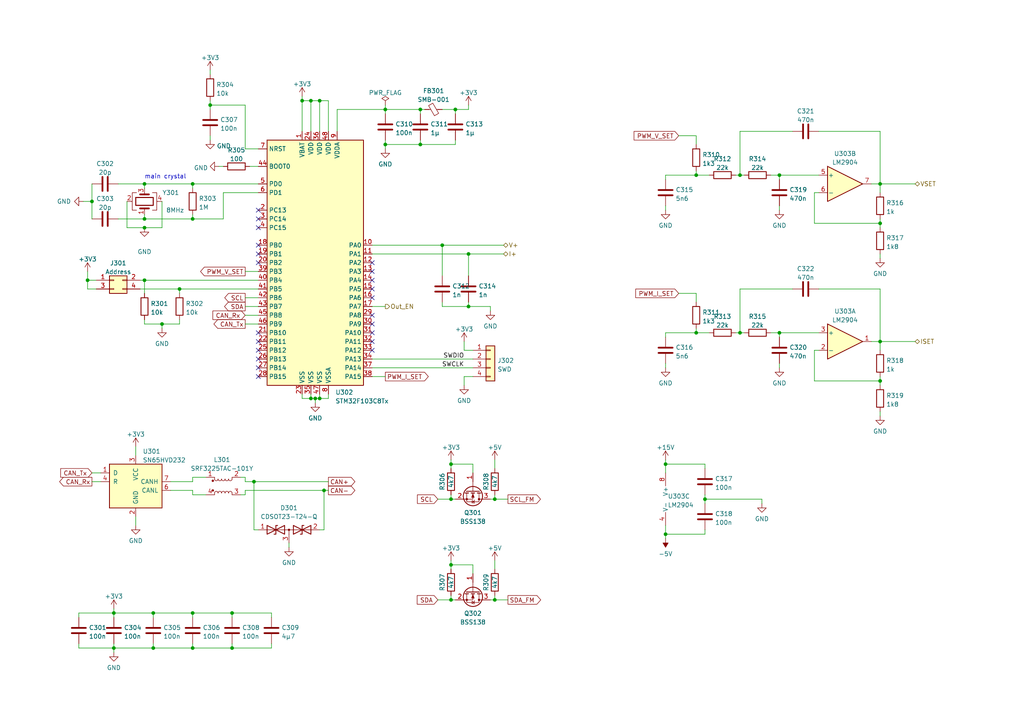
<source format=kicad_sch>
(kicad_sch (version 20211123) (generator eeschema)

  (uuid b9c11aa8-a406-4f22-941b-3c64badd7a54)

  (paper "A4")

  (lib_symbols
    (symbol "Amplifier_Operational:LM2904" (pin_names (offset 0.127)) (in_bom yes) (on_board yes)
      (property "Reference" "U" (id 0) (at 0 5.08 0)
        (effects (font (size 1.27 1.27)) (justify left))
      )
      (property "Value" "LM2904" (id 1) (at 0 -5.08 0)
        (effects (font (size 1.27 1.27)) (justify left))
      )
      (property "Footprint" "" (id 2) (at 0 0 0)
        (effects (font (size 1.27 1.27)) hide)
      )
      (property "Datasheet" "http://www.ti.com/lit/ds/symlink/lm358.pdf" (id 3) (at 0 0 0)
        (effects (font (size 1.27 1.27)) hide)
      )
      (property "ki_locked" "" (id 4) (at 0 0 0)
        (effects (font (size 1.27 1.27)))
      )
      (property "ki_keywords" "dual opamp" (id 5) (at 0 0 0)
        (effects (font (size 1.27 1.27)) hide)
      )
      (property "ki_description" "Dual Operational Amplifiers, DIP-8/SOIC-8/TSSOP-8/VSSOP-8" (id 6) (at 0 0 0)
        (effects (font (size 1.27 1.27)) hide)
      )
      (property "ki_fp_filters" "SOIC*3.9x4.9mm*P1.27mm* DIP*W7.62mm* TO*99* OnSemi*Micro8* TSSOP*3x3mm*P0.65mm* TSSOP*4.4x3mm*P0.65mm* MSOP*3x3mm*P0.65mm* SSOP*3.9x4.9mm*P0.635mm* LFCSP*2x2mm*P0.5mm* *SIP* SOIC*5.3x6.2mm*P1.27mm*" (id 7) (at 0 0 0)
        (effects (font (size 1.27 1.27)) hide)
      )
      (symbol "LM2904_1_1"
        (polyline
          (pts
            (xy -5.08 5.08)
            (xy 5.08 0)
            (xy -5.08 -5.08)
            (xy -5.08 5.08)
          )
          (stroke (width 0.254) (type default) (color 0 0 0 0))
          (fill (type background))
        )
        (pin output line (at 7.62 0 180) (length 2.54)
          (name "~" (effects (font (size 1.27 1.27))))
          (number "1" (effects (font (size 1.27 1.27))))
        )
        (pin input line (at -7.62 -2.54 0) (length 2.54)
          (name "-" (effects (font (size 1.27 1.27))))
          (number "2" (effects (font (size 1.27 1.27))))
        )
        (pin input line (at -7.62 2.54 0) (length 2.54)
          (name "+" (effects (font (size 1.27 1.27))))
          (number "3" (effects (font (size 1.27 1.27))))
        )
      )
      (symbol "LM2904_2_1"
        (polyline
          (pts
            (xy -5.08 5.08)
            (xy 5.08 0)
            (xy -5.08 -5.08)
            (xy -5.08 5.08)
          )
          (stroke (width 0.254) (type default) (color 0 0 0 0))
          (fill (type background))
        )
        (pin input line (at -7.62 2.54 0) (length 2.54)
          (name "+" (effects (font (size 1.27 1.27))))
          (number "5" (effects (font (size 1.27 1.27))))
        )
        (pin input line (at -7.62 -2.54 0) (length 2.54)
          (name "-" (effects (font (size 1.27 1.27))))
          (number "6" (effects (font (size 1.27 1.27))))
        )
        (pin output line (at 7.62 0 180) (length 2.54)
          (name "~" (effects (font (size 1.27 1.27))))
          (number "7" (effects (font (size 1.27 1.27))))
        )
      )
      (symbol "LM2904_3_1"
        (pin power_in line (at -2.54 -7.62 90) (length 3.81)
          (name "V-" (effects (font (size 1.27 1.27))))
          (number "4" (effects (font (size 1.27 1.27))))
        )
        (pin power_in line (at -2.54 7.62 270) (length 3.81)
          (name "V+" (effects (font (size 1.27 1.27))))
          (number "8" (effects (font (size 1.27 1.27))))
        )
      )
    )
    (symbol "Connector_Generic:Conn_01x04" (pin_names (offset 1.016) hide) (in_bom yes) (on_board yes)
      (property "Reference" "J" (id 0) (at 0 5.08 0)
        (effects (font (size 1.27 1.27)))
      )
      (property "Value" "Conn_01x04" (id 1) (at 0 -7.62 0)
        (effects (font (size 1.27 1.27)))
      )
      (property "Footprint" "" (id 2) (at 0 0 0)
        (effects (font (size 1.27 1.27)) hide)
      )
      (property "Datasheet" "~" (id 3) (at 0 0 0)
        (effects (font (size 1.27 1.27)) hide)
      )
      (property "ki_keywords" "connector" (id 4) (at 0 0 0)
        (effects (font (size 1.27 1.27)) hide)
      )
      (property "ki_description" "Generic connector, single row, 01x04, script generated (kicad-library-utils/schlib/autogen/connector/)" (id 5) (at 0 0 0)
        (effects (font (size 1.27 1.27)) hide)
      )
      (property "ki_fp_filters" "Connector*:*_1x??_*" (id 6) (at 0 0 0)
        (effects (font (size 1.27 1.27)) hide)
      )
      (symbol "Conn_01x04_1_1"
        (rectangle (start -1.27 -4.953) (end 0 -5.207)
          (stroke (width 0.1524) (type default) (color 0 0 0 0))
          (fill (type none))
        )
        (rectangle (start -1.27 -2.413) (end 0 -2.667)
          (stroke (width 0.1524) (type default) (color 0 0 0 0))
          (fill (type none))
        )
        (rectangle (start -1.27 0.127) (end 0 -0.127)
          (stroke (width 0.1524) (type default) (color 0 0 0 0))
          (fill (type none))
        )
        (rectangle (start -1.27 2.667) (end 0 2.413)
          (stroke (width 0.1524) (type default) (color 0 0 0 0))
          (fill (type none))
        )
        (rectangle (start -1.27 3.81) (end 1.27 -6.35)
          (stroke (width 0.254) (type default) (color 0 0 0 0))
          (fill (type background))
        )
        (pin passive line (at -5.08 2.54 0) (length 3.81)
          (name "Pin_1" (effects (font (size 1.27 1.27))))
          (number "1" (effects (font (size 1.27 1.27))))
        )
        (pin passive line (at -5.08 0 0) (length 3.81)
          (name "Pin_2" (effects (font (size 1.27 1.27))))
          (number "2" (effects (font (size 1.27 1.27))))
        )
        (pin passive line (at -5.08 -2.54 0) (length 3.81)
          (name "Pin_3" (effects (font (size 1.27 1.27))))
          (number "3" (effects (font (size 1.27 1.27))))
        )
        (pin passive line (at -5.08 -5.08 0) (length 3.81)
          (name "Pin_4" (effects (font (size 1.27 1.27))))
          (number "4" (effects (font (size 1.27 1.27))))
        )
      )
    )
    (symbol "Connector_Generic:Conn_02x02_Odd_Even" (pin_names (offset 1.016) hide) (in_bom yes) (on_board yes)
      (property "Reference" "J" (id 0) (at 1.27 2.54 0)
        (effects (font (size 1.27 1.27)))
      )
      (property "Value" "Conn_02x02_Odd_Even" (id 1) (at 1.27 -5.08 0)
        (effects (font (size 1.27 1.27)))
      )
      (property "Footprint" "" (id 2) (at 0 0 0)
        (effects (font (size 1.27 1.27)) hide)
      )
      (property "Datasheet" "~" (id 3) (at 0 0 0)
        (effects (font (size 1.27 1.27)) hide)
      )
      (property "ki_keywords" "connector" (id 4) (at 0 0 0)
        (effects (font (size 1.27 1.27)) hide)
      )
      (property "ki_description" "Generic connector, double row, 02x02, odd/even pin numbering scheme (row 1 odd numbers, row 2 even numbers), script generated (kicad-library-utils/schlib/autogen/connector/)" (id 5) (at 0 0 0)
        (effects (font (size 1.27 1.27)) hide)
      )
      (property "ki_fp_filters" "Connector*:*_2x??_*" (id 6) (at 0 0 0)
        (effects (font (size 1.27 1.27)) hide)
      )
      (symbol "Conn_02x02_Odd_Even_1_1"
        (rectangle (start -1.27 -2.413) (end 0 -2.667)
          (stroke (width 0.1524) (type default) (color 0 0 0 0))
          (fill (type none))
        )
        (rectangle (start -1.27 0.127) (end 0 -0.127)
          (stroke (width 0.1524) (type default) (color 0 0 0 0))
          (fill (type none))
        )
        (rectangle (start -1.27 1.27) (end 3.81 -3.81)
          (stroke (width 0.254) (type default) (color 0 0 0 0))
          (fill (type background))
        )
        (rectangle (start 3.81 -2.413) (end 2.54 -2.667)
          (stroke (width 0.1524) (type default) (color 0 0 0 0))
          (fill (type none))
        )
        (rectangle (start 3.81 0.127) (end 2.54 -0.127)
          (stroke (width 0.1524) (type default) (color 0 0 0 0))
          (fill (type none))
        )
        (pin passive line (at -5.08 0 0) (length 3.81)
          (name "Pin_1" (effects (font (size 1.27 1.27))))
          (number "1" (effects (font (size 1.27 1.27))))
        )
        (pin passive line (at 7.62 0 180) (length 3.81)
          (name "Pin_2" (effects (font (size 1.27 1.27))))
          (number "2" (effects (font (size 1.27 1.27))))
        )
        (pin passive line (at -5.08 -2.54 0) (length 3.81)
          (name "Pin_3" (effects (font (size 1.27 1.27))))
          (number "3" (effects (font (size 1.27 1.27))))
        )
        (pin passive line (at 7.62 -2.54 180) (length 3.81)
          (name "Pin_4" (effects (font (size 1.27 1.27))))
          (number "4" (effects (font (size 1.27 1.27))))
        )
      )
    )
    (symbol "Device:C" (pin_numbers hide) (pin_names (offset 0.254)) (in_bom yes) (on_board yes)
      (property "Reference" "C" (id 0) (at 0.635 2.54 0)
        (effects (font (size 1.27 1.27)) (justify left))
      )
      (property "Value" "C" (id 1) (at 0.635 -2.54 0)
        (effects (font (size 1.27 1.27)) (justify left))
      )
      (property "Footprint" "" (id 2) (at 0.9652 -3.81 0)
        (effects (font (size 1.27 1.27)) hide)
      )
      (property "Datasheet" "~" (id 3) (at 0 0 0)
        (effects (font (size 1.27 1.27)) hide)
      )
      (property "ki_keywords" "cap capacitor" (id 4) (at 0 0 0)
        (effects (font (size 1.27 1.27)) hide)
      )
      (property "ki_description" "Unpolarized capacitor" (id 5) (at 0 0 0)
        (effects (font (size 1.27 1.27)) hide)
      )
      (property "ki_fp_filters" "C_*" (id 6) (at 0 0 0)
        (effects (font (size 1.27 1.27)) hide)
      )
      (symbol "C_0_1"
        (polyline
          (pts
            (xy -2.032 -0.762)
            (xy 2.032 -0.762)
          )
          (stroke (width 0.508) (type default) (color 0 0 0 0))
          (fill (type none))
        )
        (polyline
          (pts
            (xy -2.032 0.762)
            (xy 2.032 0.762)
          )
          (stroke (width 0.508) (type default) (color 0 0 0 0))
          (fill (type none))
        )
      )
      (symbol "C_1_1"
        (pin passive line (at 0 3.81 270) (length 2.794)
          (name "~" (effects (font (size 1.27 1.27))))
          (number "1" (effects (font (size 1.27 1.27))))
        )
        (pin passive line (at 0 -3.81 90) (length 2.794)
          (name "~" (effects (font (size 1.27 1.27))))
          (number "2" (effects (font (size 1.27 1.27))))
        )
      )
    )
    (symbol "Device:Crystal_GND24" (pin_names (offset 1.016) hide) (in_bom yes) (on_board yes)
      (property "Reference" "Y" (id 0) (at 3.175 5.08 0)
        (effects (font (size 1.27 1.27)) (justify left))
      )
      (property "Value" "Crystal_GND24" (id 1) (at 3.175 3.175 0)
        (effects (font (size 1.27 1.27)) (justify left))
      )
      (property "Footprint" "" (id 2) (at 0 0 0)
        (effects (font (size 1.27 1.27)) hide)
      )
      (property "Datasheet" "~" (id 3) (at 0 0 0)
        (effects (font (size 1.27 1.27)) hide)
      )
      (property "ki_keywords" "quartz ceramic resonator oscillator" (id 4) (at 0 0 0)
        (effects (font (size 1.27 1.27)) hide)
      )
      (property "ki_description" "Four pin crystal, GND on pins 2 and 4" (id 5) (at 0 0 0)
        (effects (font (size 1.27 1.27)) hide)
      )
      (property "ki_fp_filters" "Crystal*" (id 6) (at 0 0 0)
        (effects (font (size 1.27 1.27)) hide)
      )
      (symbol "Crystal_GND24_0_1"
        (rectangle (start -1.143 2.54) (end 1.143 -2.54)
          (stroke (width 0.3048) (type default) (color 0 0 0 0))
          (fill (type none))
        )
        (polyline
          (pts
            (xy -2.54 0)
            (xy -2.032 0)
          )
          (stroke (width 0) (type default) (color 0 0 0 0))
          (fill (type none))
        )
        (polyline
          (pts
            (xy -2.032 -1.27)
            (xy -2.032 1.27)
          )
          (stroke (width 0.508) (type default) (color 0 0 0 0))
          (fill (type none))
        )
        (polyline
          (pts
            (xy 0 -3.81)
            (xy 0 -3.556)
          )
          (stroke (width 0) (type default) (color 0 0 0 0))
          (fill (type none))
        )
        (polyline
          (pts
            (xy 0 3.556)
            (xy 0 3.81)
          )
          (stroke (width 0) (type default) (color 0 0 0 0))
          (fill (type none))
        )
        (polyline
          (pts
            (xy 2.032 -1.27)
            (xy 2.032 1.27)
          )
          (stroke (width 0.508) (type default) (color 0 0 0 0))
          (fill (type none))
        )
        (polyline
          (pts
            (xy 2.032 0)
            (xy 2.54 0)
          )
          (stroke (width 0) (type default) (color 0 0 0 0))
          (fill (type none))
        )
        (polyline
          (pts
            (xy -2.54 -2.286)
            (xy -2.54 -3.556)
            (xy 2.54 -3.556)
            (xy 2.54 -2.286)
          )
          (stroke (width 0) (type default) (color 0 0 0 0))
          (fill (type none))
        )
        (polyline
          (pts
            (xy -2.54 2.286)
            (xy -2.54 3.556)
            (xy 2.54 3.556)
            (xy 2.54 2.286)
          )
          (stroke (width 0) (type default) (color 0 0 0 0))
          (fill (type none))
        )
      )
      (symbol "Crystal_GND24_1_1"
        (pin passive line (at -3.81 0 0) (length 1.27)
          (name "1" (effects (font (size 1.27 1.27))))
          (number "1" (effects (font (size 1.27 1.27))))
        )
        (pin passive line (at 0 5.08 270) (length 1.27)
          (name "2" (effects (font (size 1.27 1.27))))
          (number "2" (effects (font (size 1.27 1.27))))
        )
        (pin passive line (at 3.81 0 180) (length 1.27)
          (name "3" (effects (font (size 1.27 1.27))))
          (number "3" (effects (font (size 1.27 1.27))))
        )
        (pin passive line (at 0 -5.08 90) (length 1.27)
          (name "4" (effects (font (size 1.27 1.27))))
          (number "4" (effects (font (size 1.27 1.27))))
        )
      )
    )
    (symbol "Device:D_TVS_Dual_AAC" (pin_names (offset 1.016) hide) (in_bom yes) (on_board yes)
      (property "Reference" "D" (id 0) (at 0 4.445 0)
        (effects (font (size 1.27 1.27)))
      )
      (property "Value" "D_TVS_Dual_AAC" (id 1) (at 0 2.54 0)
        (effects (font (size 1.27 1.27)))
      )
      (property "Footprint" "" (id 2) (at -3.81 0 0)
        (effects (font (size 1.27 1.27)) hide)
      )
      (property "Datasheet" "~" (id 3) (at -3.81 0 0)
        (effects (font (size 1.27 1.27)) hide)
      )
      (property "ki_keywords" "diode TVS thyrector" (id 4) (at 0 0 0)
        (effects (font (size 1.27 1.27)) hide)
      )
      (property "ki_description" "Bidirectional dual transient-voltage-suppression diode, center on pin 3" (id 5) (at 0 0 0)
        (effects (font (size 1.27 1.27)) hide)
      )
      (symbol "D_TVS_Dual_AAC_0_0"
        (polyline
          (pts
            (xy 0 -1.27)
            (xy 0 0)
          )
          (stroke (width 0) (type default) (color 0 0 0 0))
          (fill (type none))
        )
      )
      (symbol "D_TVS_Dual_AAC_0_1"
        (polyline
          (pts
            (xy -6.35 0)
            (xy 6.35 0)
          )
          (stroke (width 0) (type default) (color 0 0 0 0))
          (fill (type none))
        )
        (polyline
          (pts
            (xy -3.302 1.27)
            (xy -3.81 1.27)
            (xy -3.81 -1.27)
            (xy -4.318 -1.27)
          )
          (stroke (width 0.254) (type default) (color 0 0 0 0))
          (fill (type none))
        )
        (polyline
          (pts
            (xy 4.318 1.27)
            (xy 3.81 1.27)
            (xy 3.81 -1.27)
            (xy 3.302 -1.27)
          )
          (stroke (width 0.254) (type default) (color 0 0 0 0))
          (fill (type none))
        )
        (polyline
          (pts
            (xy -6.35 1.27)
            (xy -1.27 -1.27)
            (xy -1.27 1.27)
            (xy -6.35 -1.27)
            (xy -6.35 1.27)
          )
          (stroke (width 0.254) (type default) (color 0 0 0 0))
          (fill (type none))
        )
        (polyline
          (pts
            (xy 6.35 1.27)
            (xy 1.27 -1.27)
            (xy 1.27 1.27)
            (xy 6.35 -1.27)
            (xy 6.35 1.27)
          )
          (stroke (width 0.254) (type default) (color 0 0 0 0))
          (fill (type none))
        )
        (circle (center 0 0) (radius 0.254)
          (stroke (width 0) (type default) (color 0 0 0 0))
          (fill (type outline))
        )
      )
      (symbol "D_TVS_Dual_AAC_1_1"
        (pin passive line (at -8.89 0 0) (length 2.54)
          (name "A1" (effects (font (size 1.27 1.27))))
          (number "1" (effects (font (size 1.27 1.27))))
        )
        (pin passive line (at 8.89 0 180) (length 2.54)
          (name "A2" (effects (font (size 1.27 1.27))))
          (number "2" (effects (font (size 1.27 1.27))))
        )
        (pin input line (at 0 -3.81 90) (length 2.54)
          (name "common" (effects (font (size 1.27 1.27))))
          (number "3" (effects (font (size 1.27 1.27))))
        )
      )
    )
    (symbol "Device:FerriteBead_Small" (pin_numbers hide) (pin_names (offset 0)) (in_bom yes) (on_board yes)
      (property "Reference" "FB" (id 0) (at 1.905 1.27 0)
        (effects (font (size 1.27 1.27)) (justify left))
      )
      (property "Value" "FerriteBead_Small" (id 1) (at 1.905 -1.27 0)
        (effects (font (size 1.27 1.27)) (justify left))
      )
      (property "Footprint" "" (id 2) (at -1.778 0 90)
        (effects (font (size 1.27 1.27)) hide)
      )
      (property "Datasheet" "~" (id 3) (at 0 0 0)
        (effects (font (size 1.27 1.27)) hide)
      )
      (property "ki_keywords" "L ferrite bead inductor filter" (id 4) (at 0 0 0)
        (effects (font (size 1.27 1.27)) hide)
      )
      (property "ki_description" "Ferrite bead, small symbol" (id 5) (at 0 0 0)
        (effects (font (size 1.27 1.27)) hide)
      )
      (property "ki_fp_filters" "Inductor_* L_* *Ferrite*" (id 6) (at 0 0 0)
        (effects (font (size 1.27 1.27)) hide)
      )
      (symbol "FerriteBead_Small_0_1"
        (polyline
          (pts
            (xy 0 -1.27)
            (xy 0 -0.7874)
          )
          (stroke (width 0) (type default) (color 0 0 0 0))
          (fill (type none))
        )
        (polyline
          (pts
            (xy 0 0.889)
            (xy 0 1.2954)
          )
          (stroke (width 0) (type default) (color 0 0 0 0))
          (fill (type none))
        )
        (polyline
          (pts
            (xy -1.8288 0.2794)
            (xy -1.1176 1.4986)
            (xy 1.8288 -0.2032)
            (xy 1.1176 -1.4224)
            (xy -1.8288 0.2794)
          )
          (stroke (width 0) (type default) (color 0 0 0 0))
          (fill (type none))
        )
      )
      (symbol "FerriteBead_Small_1_1"
        (pin passive line (at 0 2.54 270) (length 1.27)
          (name "~" (effects (font (size 1.27 1.27))))
          (number "1" (effects (font (size 1.27 1.27))))
        )
        (pin passive line (at 0 -2.54 90) (length 1.27)
          (name "~" (effects (font (size 1.27 1.27))))
          (number "2" (effects (font (size 1.27 1.27))))
        )
      )
    )
    (symbol "Device:L_Coupled_1243" (pin_names (offset 0.254) hide) (in_bom yes) (on_board yes)
      (property "Reference" "L" (id 0) (at 0 4.445 0)
        (effects (font (size 1.27 1.27)))
      )
      (property "Value" "L_Coupled_1243" (id 1) (at 0 -4.445 0)
        (effects (font (size 1.27 1.27)))
      )
      (property "Footprint" "" (id 2) (at 0 0 0)
        (effects (font (size 1.27 1.27)) hide)
      )
      (property "Datasheet" "~" (id 3) (at 0 0 0)
        (effects (font (size 1.27 1.27)) hide)
      )
      (property "ki_keywords" "inductor choke coil reactor magnetic coupled" (id 4) (at 0 0 0)
        (effects (font (size 1.27 1.27)) hide)
      )
      (property "ki_description" "Coupled inductor" (id 5) (at 0 0 0)
        (effects (font (size 1.27 1.27)) hide)
      )
      (property "ki_fp_filters" "Choke_* *Coil* Inductor_* L_*" (id 6) (at 0 0 0)
        (effects (font (size 1.27 1.27)) hide)
      )
      (symbol "L_Coupled_1243_0_1"
        (circle (center -3.048 -1.27) (radius 0.254)
          (stroke (width 0) (type default) (color 0 0 0 0))
          (fill (type outline))
        )
        (circle (center -3.048 1.524) (radius 0.254)
          (stroke (width 0) (type default) (color 0 0 0 0))
          (fill (type outline))
        )
        (arc (start -2.54 2.032) (mid -2.032 1.524) (end -1.524 2.032)
          (stroke (width 0) (type default) (color 0 0 0 0))
          (fill (type none))
        )
        (arc (start -1.524 -2.032) (mid -2.032 -1.524) (end -2.54 -2.032)
          (stroke (width 0) (type default) (color 0 0 0 0))
          (fill (type none))
        )
        (arc (start -1.524 2.032) (mid -1.016 1.524) (end -0.508 2.032)
          (stroke (width 0) (type default) (color 0 0 0 0))
          (fill (type none))
        )
        (arc (start -0.508 -2.032) (mid -1.016 -1.524) (end -1.524 -2.032)
          (stroke (width 0) (type default) (color 0 0 0 0))
          (fill (type none))
        )
        (arc (start -0.508 2.032) (mid 0 1.524) (end 0.508 2.032)
          (stroke (width 0) (type default) (color 0 0 0 0))
          (fill (type none))
        )
        (polyline
          (pts
            (xy -2.54 -2.032)
            (xy -2.54 -2.54)
          )
          (stroke (width 0) (type default) (color 0 0 0 0))
          (fill (type none))
        )
        (polyline
          (pts
            (xy -2.54 2.032)
            (xy -2.54 2.54)
          )
          (stroke (width 0) (type default) (color 0 0 0 0))
          (fill (type none))
        )
        (polyline
          (pts
            (xy 2.54 -2.032)
            (xy 2.54 -2.54)
          )
          (stroke (width 0) (type default) (color 0 0 0 0))
          (fill (type none))
        )
        (polyline
          (pts
            (xy 2.54 2.54)
            (xy 2.54 2.032)
          )
          (stroke (width 0) (type default) (color 0 0 0 0))
          (fill (type none))
        )
        (arc (start 0.508 -2.032) (mid 0 -1.524) (end -0.508 -2.032)
          (stroke (width 0) (type default) (color 0 0 0 0))
          (fill (type none))
        )
        (arc (start 0.508 2.032) (mid 1.016 1.524) (end 1.524 2.032)
          (stroke (width 0) (type default) (color 0 0 0 0))
          (fill (type none))
        )
        (arc (start 1.524 -2.032) (mid 1.016 -1.524) (end 0.508 -2.032)
          (stroke (width 0) (type default) (color 0 0 0 0))
          (fill (type none))
        )
        (arc (start 1.524 2.032) (mid 2.032 1.524) (end 2.54 2.032)
          (stroke (width 0) (type default) (color 0 0 0 0))
          (fill (type none))
        )
        (arc (start 2.54 -2.032) (mid 2.032 -1.524) (end 1.524 -2.032)
          (stroke (width 0) (type default) (color 0 0 0 0))
          (fill (type none))
        )
      )
      (symbol "L_Coupled_1243_1_1"
        (pin passive line (at -5.08 2.54 0) (length 2.54)
          (name "1" (effects (font (size 1.27 1.27))))
          (number "1" (effects (font (size 1.27 1.27))))
        )
        (pin passive line (at 5.08 2.54 180) (length 2.54)
          (name "2" (effects (font (size 1.27 1.27))))
          (number "2" (effects (font (size 1.27 1.27))))
        )
        (pin passive line (at 5.08 -2.54 180) (length 2.54)
          (name "3" (effects (font (size 1.27 1.27))))
          (number "3" (effects (font (size 1.27 1.27))))
        )
        (pin passive line (at -5.08 -2.54 0) (length 2.54)
          (name "4" (effects (font (size 1.27 1.27))))
          (number "4" (effects (font (size 1.27 1.27))))
        )
      )
    )
    (symbol "Device:R" (pin_numbers hide) (pin_names (offset 0)) (in_bom yes) (on_board yes)
      (property "Reference" "R" (id 0) (at 2.032 0 90)
        (effects (font (size 1.27 1.27)))
      )
      (property "Value" "R" (id 1) (at 0 0 90)
        (effects (font (size 1.27 1.27)))
      )
      (property "Footprint" "" (id 2) (at -1.778 0 90)
        (effects (font (size 1.27 1.27)) hide)
      )
      (property "Datasheet" "~" (id 3) (at 0 0 0)
        (effects (font (size 1.27 1.27)) hide)
      )
      (property "ki_keywords" "R res resistor" (id 4) (at 0 0 0)
        (effects (font (size 1.27 1.27)) hide)
      )
      (property "ki_description" "Resistor" (id 5) (at 0 0 0)
        (effects (font (size 1.27 1.27)) hide)
      )
      (property "ki_fp_filters" "R_*" (id 6) (at 0 0 0)
        (effects (font (size 1.27 1.27)) hide)
      )
      (symbol "R_0_1"
        (rectangle (start -1.016 -2.54) (end 1.016 2.54)
          (stroke (width 0.254) (type default) (color 0 0 0 0))
          (fill (type none))
        )
      )
      (symbol "R_1_1"
        (pin passive line (at 0 3.81 270) (length 1.27)
          (name "~" (effects (font (size 1.27 1.27))))
          (number "1" (effects (font (size 1.27 1.27))))
        )
        (pin passive line (at 0 -3.81 90) (length 1.27)
          (name "~" (effects (font (size 1.27 1.27))))
          (number "2" (effects (font (size 1.27 1.27))))
        )
      )
    )
    (symbol "Interface_CAN_LIN:SN65HVD232" (pin_names (offset 1.016)) (in_bom yes) (on_board yes)
      (property "Reference" "U" (id 0) (at -2.54 10.16 0)
        (effects (font (size 1.27 1.27)) (justify right))
      )
      (property "Value" "SN65HVD232" (id 1) (at -2.54 7.62 0)
        (effects (font (size 1.27 1.27)) (justify right))
      )
      (property "Footprint" "Package_SO:SOIC-8_3.9x4.9mm_P1.27mm" (id 2) (at 0 -12.7 0)
        (effects (font (size 1.27 1.27)) hide)
      )
      (property "Datasheet" "http://www.ti.com/lit/ds/symlink/sn65hvd230.pdf" (id 3) (at -2.54 10.16 0)
        (effects (font (size 1.27 1.27)) hide)
      )
      (property "ki_keywords" "can transeiver ti" (id 4) (at 0 0 0)
        (effects (font (size 1.27 1.27)) hide)
      )
      (property "ki_description" "CAN Bus Transceivers, 3.3V, 1Mbps, SOIC-8" (id 5) (at 0 0 0)
        (effects (font (size 1.27 1.27)) hide)
      )
      (property "ki_fp_filters" "SOIC*3.9x4.9mm*P1.27mm*" (id 6) (at 0 0 0)
        (effects (font (size 1.27 1.27)) hide)
      )
      (symbol "SN65HVD232_0_1"
        (rectangle (start -7.62 5.08) (end 7.62 -7.62)
          (stroke (width 0.254) (type default) (color 0 0 0 0))
          (fill (type background))
        )
      )
      (symbol "SN65HVD232_1_1"
        (pin input line (at -10.16 2.54 0) (length 2.54)
          (name "D" (effects (font (size 1.27 1.27))))
          (number "1" (effects (font (size 1.27 1.27))))
        )
        (pin power_in line (at 0 -10.16 90) (length 2.54)
          (name "GND" (effects (font (size 1.27 1.27))))
          (number "2" (effects (font (size 1.27 1.27))))
        )
        (pin power_in line (at 0 7.62 270) (length 2.54)
          (name "VCC" (effects (font (size 1.27 1.27))))
          (number "3" (effects (font (size 1.27 1.27))))
        )
        (pin output line (at -10.16 0 0) (length 2.54)
          (name "R" (effects (font (size 1.27 1.27))))
          (number "4" (effects (font (size 1.27 1.27))))
        )
        (pin no_connect line (at -10.16 -2.54 0) (length 2.54) hide
          (name "NC" (effects (font (size 1.27 1.27))))
          (number "5" (effects (font (size 1.27 1.27))))
        )
        (pin bidirectional line (at 10.16 -2.54 180) (length 2.54)
          (name "CANL" (effects (font (size 1.27 1.27))))
          (number "6" (effects (font (size 1.27 1.27))))
        )
        (pin bidirectional line (at 10.16 0 180) (length 2.54)
          (name "CANH" (effects (font (size 1.27 1.27))))
          (number "7" (effects (font (size 1.27 1.27))))
        )
        (pin no_connect line (at -10.16 -5.08 0) (length 2.54) hide
          (name "NC" (effects (font (size 1.27 1.27))))
          (number "8" (effects (font (size 1.27 1.27))))
        )
      )
    )
    (symbol "MCU_ST_STM32F1:STM32F103C8Tx" (in_bom yes) (on_board yes)
      (property "Reference" "U" (id 0) (at -15.24 36.83 0)
        (effects (font (size 1.27 1.27)) (justify left))
      )
      (property "Value" "STM32F103C8Tx" (id 1) (at 7.62 36.83 0)
        (effects (font (size 1.27 1.27)) (justify left))
      )
      (property "Footprint" "Package_QFP:LQFP-48_7x7mm_P0.5mm" (id 2) (at -15.24 -35.56 0)
        (effects (font (size 1.27 1.27)) (justify right) hide)
      )
      (property "Datasheet" "http://www.st.com/st-web-ui/static/active/en/resource/technical/document/datasheet/CD00161566.pdf" (id 3) (at 0 0 0)
        (effects (font (size 1.27 1.27)) hide)
      )
      (property "ki_keywords" "ARM Cortex-M3 STM32F1 STM32F103" (id 4) (at 0 0 0)
        (effects (font (size 1.27 1.27)) hide)
      )
      (property "ki_description" "ARM Cortex-M3 MCU, 64KB flash, 20KB RAM, 72MHz, 2-3.6V, 37 GPIO, LQFP-48" (id 5) (at 0 0 0)
        (effects (font (size 1.27 1.27)) hide)
      )
      (property "ki_fp_filters" "LQFP*7x7mm*P0.5mm*" (id 6) (at 0 0 0)
        (effects (font (size 1.27 1.27)) hide)
      )
      (symbol "STM32F103C8Tx_0_1"
        (rectangle (start -15.24 -35.56) (end 12.7 35.56)
          (stroke (width 0.254) (type default) (color 0 0 0 0))
          (fill (type background))
        )
      )
      (symbol "STM32F103C8Tx_1_1"
        (pin power_in line (at -5.08 38.1 270) (length 2.54)
          (name "VBAT" (effects (font (size 1.27 1.27))))
          (number "1" (effects (font (size 1.27 1.27))))
        )
        (pin bidirectional line (at 15.24 5.08 180) (length 2.54)
          (name "PA0" (effects (font (size 1.27 1.27))))
          (number "10" (effects (font (size 1.27 1.27))))
        )
        (pin bidirectional line (at 15.24 2.54 180) (length 2.54)
          (name "PA1" (effects (font (size 1.27 1.27))))
          (number "11" (effects (font (size 1.27 1.27))))
        )
        (pin bidirectional line (at 15.24 0 180) (length 2.54)
          (name "PA2" (effects (font (size 1.27 1.27))))
          (number "12" (effects (font (size 1.27 1.27))))
        )
        (pin bidirectional line (at 15.24 -2.54 180) (length 2.54)
          (name "PA3" (effects (font (size 1.27 1.27))))
          (number "13" (effects (font (size 1.27 1.27))))
        )
        (pin bidirectional line (at 15.24 -5.08 180) (length 2.54)
          (name "PA4" (effects (font (size 1.27 1.27))))
          (number "14" (effects (font (size 1.27 1.27))))
        )
        (pin bidirectional line (at 15.24 -7.62 180) (length 2.54)
          (name "PA5" (effects (font (size 1.27 1.27))))
          (number "15" (effects (font (size 1.27 1.27))))
        )
        (pin bidirectional line (at 15.24 -10.16 180) (length 2.54)
          (name "PA6" (effects (font (size 1.27 1.27))))
          (number "16" (effects (font (size 1.27 1.27))))
        )
        (pin bidirectional line (at 15.24 -12.7 180) (length 2.54)
          (name "PA7" (effects (font (size 1.27 1.27))))
          (number "17" (effects (font (size 1.27 1.27))))
        )
        (pin bidirectional line (at -17.78 5.08 0) (length 2.54)
          (name "PB0" (effects (font (size 1.27 1.27))))
          (number "18" (effects (font (size 1.27 1.27))))
        )
        (pin bidirectional line (at -17.78 2.54 0) (length 2.54)
          (name "PB1" (effects (font (size 1.27 1.27))))
          (number "19" (effects (font (size 1.27 1.27))))
        )
        (pin bidirectional line (at -17.78 15.24 0) (length 2.54)
          (name "PC13" (effects (font (size 1.27 1.27))))
          (number "2" (effects (font (size 1.27 1.27))))
        )
        (pin bidirectional line (at -17.78 0 0) (length 2.54)
          (name "PB2" (effects (font (size 1.27 1.27))))
          (number "20" (effects (font (size 1.27 1.27))))
        )
        (pin bidirectional line (at -17.78 -20.32 0) (length 2.54)
          (name "PB10" (effects (font (size 1.27 1.27))))
          (number "21" (effects (font (size 1.27 1.27))))
        )
        (pin bidirectional line (at -17.78 -22.86 0) (length 2.54)
          (name "PB11" (effects (font (size 1.27 1.27))))
          (number "22" (effects (font (size 1.27 1.27))))
        )
        (pin power_in line (at -5.08 -38.1 90) (length 2.54)
          (name "VSS" (effects (font (size 1.27 1.27))))
          (number "23" (effects (font (size 1.27 1.27))))
        )
        (pin power_in line (at -2.54 38.1 270) (length 2.54)
          (name "VDD" (effects (font (size 1.27 1.27))))
          (number "24" (effects (font (size 1.27 1.27))))
        )
        (pin bidirectional line (at -17.78 -25.4 0) (length 2.54)
          (name "PB12" (effects (font (size 1.27 1.27))))
          (number "25" (effects (font (size 1.27 1.27))))
        )
        (pin bidirectional line (at -17.78 -27.94 0) (length 2.54)
          (name "PB13" (effects (font (size 1.27 1.27))))
          (number "26" (effects (font (size 1.27 1.27))))
        )
        (pin bidirectional line (at -17.78 -30.48 0) (length 2.54)
          (name "PB14" (effects (font (size 1.27 1.27))))
          (number "27" (effects (font (size 1.27 1.27))))
        )
        (pin bidirectional line (at -17.78 -33.02 0) (length 2.54)
          (name "PB15" (effects (font (size 1.27 1.27))))
          (number "28" (effects (font (size 1.27 1.27))))
        )
        (pin bidirectional line (at 15.24 -15.24 180) (length 2.54)
          (name "PA8" (effects (font (size 1.27 1.27))))
          (number "29" (effects (font (size 1.27 1.27))))
        )
        (pin bidirectional line (at -17.78 12.7 0) (length 2.54)
          (name "PC14" (effects (font (size 1.27 1.27))))
          (number "3" (effects (font (size 1.27 1.27))))
        )
        (pin bidirectional line (at 15.24 -17.78 180) (length 2.54)
          (name "PA9" (effects (font (size 1.27 1.27))))
          (number "30" (effects (font (size 1.27 1.27))))
        )
        (pin bidirectional line (at 15.24 -20.32 180) (length 2.54)
          (name "PA10" (effects (font (size 1.27 1.27))))
          (number "31" (effects (font (size 1.27 1.27))))
        )
        (pin bidirectional line (at 15.24 -22.86 180) (length 2.54)
          (name "PA11" (effects (font (size 1.27 1.27))))
          (number "32" (effects (font (size 1.27 1.27))))
        )
        (pin bidirectional line (at 15.24 -25.4 180) (length 2.54)
          (name "PA12" (effects (font (size 1.27 1.27))))
          (number "33" (effects (font (size 1.27 1.27))))
        )
        (pin bidirectional line (at 15.24 -27.94 180) (length 2.54)
          (name "PA13" (effects (font (size 1.27 1.27))))
          (number "34" (effects (font (size 1.27 1.27))))
        )
        (pin power_in line (at -2.54 -38.1 90) (length 2.54)
          (name "VSS" (effects (font (size 1.27 1.27))))
          (number "35" (effects (font (size 1.27 1.27))))
        )
        (pin power_in line (at 0 38.1 270) (length 2.54)
          (name "VDD" (effects (font (size 1.27 1.27))))
          (number "36" (effects (font (size 1.27 1.27))))
        )
        (pin bidirectional line (at 15.24 -30.48 180) (length 2.54)
          (name "PA14" (effects (font (size 1.27 1.27))))
          (number "37" (effects (font (size 1.27 1.27))))
        )
        (pin bidirectional line (at 15.24 -33.02 180) (length 2.54)
          (name "PA15" (effects (font (size 1.27 1.27))))
          (number "38" (effects (font (size 1.27 1.27))))
        )
        (pin bidirectional line (at -17.78 -2.54 0) (length 2.54)
          (name "PB3" (effects (font (size 1.27 1.27))))
          (number "39" (effects (font (size 1.27 1.27))))
        )
        (pin bidirectional line (at -17.78 10.16 0) (length 2.54)
          (name "PC15" (effects (font (size 1.27 1.27))))
          (number "4" (effects (font (size 1.27 1.27))))
        )
        (pin bidirectional line (at -17.78 -5.08 0) (length 2.54)
          (name "PB4" (effects (font (size 1.27 1.27))))
          (number "40" (effects (font (size 1.27 1.27))))
        )
        (pin bidirectional line (at -17.78 -7.62 0) (length 2.54)
          (name "PB5" (effects (font (size 1.27 1.27))))
          (number "41" (effects (font (size 1.27 1.27))))
        )
        (pin bidirectional line (at -17.78 -10.16 0) (length 2.54)
          (name "PB6" (effects (font (size 1.27 1.27))))
          (number "42" (effects (font (size 1.27 1.27))))
        )
        (pin bidirectional line (at -17.78 -12.7 0) (length 2.54)
          (name "PB7" (effects (font (size 1.27 1.27))))
          (number "43" (effects (font (size 1.27 1.27))))
        )
        (pin input line (at -17.78 27.94 0) (length 2.54)
          (name "BOOT0" (effects (font (size 1.27 1.27))))
          (number "44" (effects (font (size 1.27 1.27))))
        )
        (pin bidirectional line (at -17.78 -15.24 0) (length 2.54)
          (name "PB8" (effects (font (size 1.27 1.27))))
          (number "45" (effects (font (size 1.27 1.27))))
        )
        (pin bidirectional line (at -17.78 -17.78 0) (length 2.54)
          (name "PB9" (effects (font (size 1.27 1.27))))
          (number "46" (effects (font (size 1.27 1.27))))
        )
        (pin power_in line (at 0 -38.1 90) (length 2.54)
          (name "VSS" (effects (font (size 1.27 1.27))))
          (number "47" (effects (font (size 1.27 1.27))))
        )
        (pin power_in line (at 2.54 38.1 270) (length 2.54)
          (name "VDD" (effects (font (size 1.27 1.27))))
          (number "48" (effects (font (size 1.27 1.27))))
        )
        (pin input line (at -17.78 22.86 0) (length 2.54)
          (name "PD0" (effects (font (size 1.27 1.27))))
          (number "5" (effects (font (size 1.27 1.27))))
        )
        (pin input line (at -17.78 20.32 0) (length 2.54)
          (name "PD1" (effects (font (size 1.27 1.27))))
          (number "6" (effects (font (size 1.27 1.27))))
        )
        (pin input line (at -17.78 33.02 0) (length 2.54)
          (name "NRST" (effects (font (size 1.27 1.27))))
          (number "7" (effects (font (size 1.27 1.27))))
        )
        (pin power_in line (at 2.54 -38.1 90) (length 2.54)
          (name "VSSA" (effects (font (size 1.27 1.27))))
          (number "8" (effects (font (size 1.27 1.27))))
        )
        (pin power_in line (at 5.08 38.1 270) (length 2.54)
          (name "VDDA" (effects (font (size 1.27 1.27))))
          (number "9" (effects (font (size 1.27 1.27))))
        )
      )
    )
    (symbol "Transistor_FET:BSS138" (pin_names hide) (in_bom yes) (on_board yes)
      (property "Reference" "Q" (id 0) (at 5.08 1.905 0)
        (effects (font (size 1.27 1.27)) (justify left))
      )
      (property "Value" "BSS138" (id 1) (at 5.08 0 0)
        (effects (font (size 1.27 1.27)) (justify left))
      )
      (property "Footprint" "Package_TO_SOT_SMD:SOT-23" (id 2) (at 5.08 -1.905 0)
        (effects (font (size 1.27 1.27) italic) (justify left) hide)
      )
      (property "Datasheet" "https://www.onsemi.com/pub/Collateral/BSS138-D.PDF" (id 3) (at 0 0 0)
        (effects (font (size 1.27 1.27)) (justify left) hide)
      )
      (property "ki_keywords" "N-Channel MOSFET" (id 4) (at 0 0 0)
        (effects (font (size 1.27 1.27)) hide)
      )
      (property "ki_description" "50V Vds, 0.22A Id, N-Channel MOSFET, SOT-23" (id 5) (at 0 0 0)
        (effects (font (size 1.27 1.27)) hide)
      )
      (property "ki_fp_filters" "SOT?23*" (id 6) (at 0 0 0)
        (effects (font (size 1.27 1.27)) hide)
      )
      (symbol "BSS138_0_1"
        (polyline
          (pts
            (xy 0.254 0)
            (xy -2.54 0)
          )
          (stroke (width 0) (type default) (color 0 0 0 0))
          (fill (type none))
        )
        (polyline
          (pts
            (xy 0.254 1.905)
            (xy 0.254 -1.905)
          )
          (stroke (width 0.254) (type default) (color 0 0 0 0))
          (fill (type none))
        )
        (polyline
          (pts
            (xy 0.762 -1.27)
            (xy 0.762 -2.286)
          )
          (stroke (width 0.254) (type default) (color 0 0 0 0))
          (fill (type none))
        )
        (polyline
          (pts
            (xy 0.762 0.508)
            (xy 0.762 -0.508)
          )
          (stroke (width 0.254) (type default) (color 0 0 0 0))
          (fill (type none))
        )
        (polyline
          (pts
            (xy 0.762 2.286)
            (xy 0.762 1.27)
          )
          (stroke (width 0.254) (type default) (color 0 0 0 0))
          (fill (type none))
        )
        (polyline
          (pts
            (xy 2.54 2.54)
            (xy 2.54 1.778)
          )
          (stroke (width 0) (type default) (color 0 0 0 0))
          (fill (type none))
        )
        (polyline
          (pts
            (xy 2.54 -2.54)
            (xy 2.54 0)
            (xy 0.762 0)
          )
          (stroke (width 0) (type default) (color 0 0 0 0))
          (fill (type none))
        )
        (polyline
          (pts
            (xy 0.762 -1.778)
            (xy 3.302 -1.778)
            (xy 3.302 1.778)
            (xy 0.762 1.778)
          )
          (stroke (width 0) (type default) (color 0 0 0 0))
          (fill (type none))
        )
        (polyline
          (pts
            (xy 1.016 0)
            (xy 2.032 0.381)
            (xy 2.032 -0.381)
            (xy 1.016 0)
          )
          (stroke (width 0) (type default) (color 0 0 0 0))
          (fill (type outline))
        )
        (polyline
          (pts
            (xy 2.794 0.508)
            (xy 2.921 0.381)
            (xy 3.683 0.381)
            (xy 3.81 0.254)
          )
          (stroke (width 0) (type default) (color 0 0 0 0))
          (fill (type none))
        )
        (polyline
          (pts
            (xy 3.302 0.381)
            (xy 2.921 -0.254)
            (xy 3.683 -0.254)
            (xy 3.302 0.381)
          )
          (stroke (width 0) (type default) (color 0 0 0 0))
          (fill (type none))
        )
        (circle (center 1.651 0) (radius 2.794)
          (stroke (width 0.254) (type default) (color 0 0 0 0))
          (fill (type none))
        )
        (circle (center 2.54 -1.778) (radius 0.254)
          (stroke (width 0) (type default) (color 0 0 0 0))
          (fill (type outline))
        )
        (circle (center 2.54 1.778) (radius 0.254)
          (stroke (width 0) (type default) (color 0 0 0 0))
          (fill (type outline))
        )
      )
      (symbol "BSS138_1_1"
        (pin input line (at -5.08 0 0) (length 2.54)
          (name "G" (effects (font (size 1.27 1.27))))
          (number "1" (effects (font (size 1.27 1.27))))
        )
        (pin passive line (at 2.54 -5.08 90) (length 2.54)
          (name "S" (effects (font (size 1.27 1.27))))
          (number "2" (effects (font (size 1.27 1.27))))
        )
        (pin passive line (at 2.54 5.08 270) (length 2.54)
          (name "D" (effects (font (size 1.27 1.27))))
          (number "3" (effects (font (size 1.27 1.27))))
        )
      )
    )
    (symbol "power:+15V" (power) (pin_names (offset 0)) (in_bom yes) (on_board yes)
      (property "Reference" "#PWR" (id 0) (at 0 -3.81 0)
        (effects (font (size 1.27 1.27)) hide)
      )
      (property "Value" "+15V" (id 1) (at 0 3.556 0)
        (effects (font (size 1.27 1.27)))
      )
      (property "Footprint" "" (id 2) (at 0 0 0)
        (effects (font (size 1.27 1.27)) hide)
      )
      (property "Datasheet" "" (id 3) (at 0 0 0)
        (effects (font (size 1.27 1.27)) hide)
      )
      (property "ki_keywords" "power-flag" (id 4) (at 0 0 0)
        (effects (font (size 1.27 1.27)) hide)
      )
      (property "ki_description" "Power symbol creates a global label with name \"+15V\"" (id 5) (at 0 0 0)
        (effects (font (size 1.27 1.27)) hide)
      )
      (symbol "+15V_0_1"
        (polyline
          (pts
            (xy -0.762 1.27)
            (xy 0 2.54)
          )
          (stroke (width 0) (type default) (color 0 0 0 0))
          (fill (type none))
        )
        (polyline
          (pts
            (xy 0 0)
            (xy 0 2.54)
          )
          (stroke (width 0) (type default) (color 0 0 0 0))
          (fill (type none))
        )
        (polyline
          (pts
            (xy 0 2.54)
            (xy 0.762 1.27)
          )
          (stroke (width 0) (type default) (color 0 0 0 0))
          (fill (type none))
        )
      )
      (symbol "+15V_1_1"
        (pin power_in line (at 0 0 90) (length 0) hide
          (name "+15V" (effects (font (size 1.27 1.27))))
          (number "1" (effects (font (size 1.27 1.27))))
        )
      )
    )
    (symbol "power:+3V3" (power) (pin_names (offset 0)) (in_bom yes) (on_board yes)
      (property "Reference" "#PWR" (id 0) (at 0 -3.81 0)
        (effects (font (size 1.27 1.27)) hide)
      )
      (property "Value" "+3V3" (id 1) (at 0 3.556 0)
        (effects (font (size 1.27 1.27)))
      )
      (property "Footprint" "" (id 2) (at 0 0 0)
        (effects (font (size 1.27 1.27)) hide)
      )
      (property "Datasheet" "" (id 3) (at 0 0 0)
        (effects (font (size 1.27 1.27)) hide)
      )
      (property "ki_keywords" "power-flag" (id 4) (at 0 0 0)
        (effects (font (size 1.27 1.27)) hide)
      )
      (property "ki_description" "Power symbol creates a global label with name \"+3V3\"" (id 5) (at 0 0 0)
        (effects (font (size 1.27 1.27)) hide)
      )
      (symbol "+3V3_0_1"
        (polyline
          (pts
            (xy -0.762 1.27)
            (xy 0 2.54)
          )
          (stroke (width 0) (type default) (color 0 0 0 0))
          (fill (type none))
        )
        (polyline
          (pts
            (xy 0 0)
            (xy 0 2.54)
          )
          (stroke (width 0) (type default) (color 0 0 0 0))
          (fill (type none))
        )
        (polyline
          (pts
            (xy 0 2.54)
            (xy 0.762 1.27)
          )
          (stroke (width 0) (type default) (color 0 0 0 0))
          (fill (type none))
        )
      )
      (symbol "+3V3_1_1"
        (pin power_in line (at 0 0 90) (length 0) hide
          (name "+3V3" (effects (font (size 1.27 1.27))))
          (number "1" (effects (font (size 1.27 1.27))))
        )
      )
    )
    (symbol "power:+5V" (power) (pin_names (offset 0)) (in_bom yes) (on_board yes)
      (property "Reference" "#PWR" (id 0) (at 0 -3.81 0)
        (effects (font (size 1.27 1.27)) hide)
      )
      (property "Value" "+5V" (id 1) (at 0 3.556 0)
        (effects (font (size 1.27 1.27)))
      )
      (property "Footprint" "" (id 2) (at 0 0 0)
        (effects (font (size 1.27 1.27)) hide)
      )
      (property "Datasheet" "" (id 3) (at 0 0 0)
        (effects (font (size 1.27 1.27)) hide)
      )
      (property "ki_keywords" "power-flag" (id 4) (at 0 0 0)
        (effects (font (size 1.27 1.27)) hide)
      )
      (property "ki_description" "Power symbol creates a global label with name \"+5V\"" (id 5) (at 0 0 0)
        (effects (font (size 1.27 1.27)) hide)
      )
      (symbol "+5V_0_1"
        (polyline
          (pts
            (xy -0.762 1.27)
            (xy 0 2.54)
          )
          (stroke (width 0) (type default) (color 0 0 0 0))
          (fill (type none))
        )
        (polyline
          (pts
            (xy 0 0)
            (xy 0 2.54)
          )
          (stroke (width 0) (type default) (color 0 0 0 0))
          (fill (type none))
        )
        (polyline
          (pts
            (xy 0 2.54)
            (xy 0.762 1.27)
          )
          (stroke (width 0) (type default) (color 0 0 0 0))
          (fill (type none))
        )
      )
      (symbol "+5V_1_1"
        (pin power_in line (at 0 0 90) (length 0) hide
          (name "+5V" (effects (font (size 1.27 1.27))))
          (number "1" (effects (font (size 1.27 1.27))))
        )
      )
    )
    (symbol "power:-5V" (power) (pin_names (offset 0)) (in_bom yes) (on_board yes)
      (property "Reference" "#PWR" (id 0) (at 0 2.54 0)
        (effects (font (size 1.27 1.27)) hide)
      )
      (property "Value" "-5V" (id 1) (at 0 3.81 0)
        (effects (font (size 1.27 1.27)))
      )
      (property "Footprint" "" (id 2) (at 0 0 0)
        (effects (font (size 1.27 1.27)) hide)
      )
      (property "Datasheet" "" (id 3) (at 0 0 0)
        (effects (font (size 1.27 1.27)) hide)
      )
      (property "ki_keywords" "power-flag" (id 4) (at 0 0 0)
        (effects (font (size 1.27 1.27)) hide)
      )
      (property "ki_description" "Power symbol creates a global label with name \"-5V\"" (id 5) (at 0 0 0)
        (effects (font (size 1.27 1.27)) hide)
      )
      (symbol "-5V_0_0"
        (pin power_in line (at 0 0 90) (length 0) hide
          (name "-5V" (effects (font (size 1.27 1.27))))
          (number "1" (effects (font (size 1.27 1.27))))
        )
      )
      (symbol "-5V_0_1"
        (polyline
          (pts
            (xy 0 0)
            (xy 0 1.27)
            (xy 0.762 1.27)
            (xy 0 2.54)
            (xy -0.762 1.27)
            (xy 0 1.27)
          )
          (stroke (width 0) (type default) (color 0 0 0 0))
          (fill (type outline))
        )
      )
    )
    (symbol "power:GND" (power) (pin_names (offset 0)) (in_bom yes) (on_board yes)
      (property "Reference" "#PWR" (id 0) (at 0 -6.35 0)
        (effects (font (size 1.27 1.27)) hide)
      )
      (property "Value" "GND" (id 1) (at 0 -3.81 0)
        (effects (font (size 1.27 1.27)))
      )
      (property "Footprint" "" (id 2) (at 0 0 0)
        (effects (font (size 1.27 1.27)) hide)
      )
      (property "Datasheet" "" (id 3) (at 0 0 0)
        (effects (font (size 1.27 1.27)) hide)
      )
      (property "ki_keywords" "power-flag" (id 4) (at 0 0 0)
        (effects (font (size 1.27 1.27)) hide)
      )
      (property "ki_description" "Power symbol creates a global label with name \"GND\" , ground" (id 5) (at 0 0 0)
        (effects (font (size 1.27 1.27)) hide)
      )
      (symbol "GND_0_1"
        (polyline
          (pts
            (xy 0 0)
            (xy 0 -1.27)
            (xy 1.27 -1.27)
            (xy 0 -2.54)
            (xy -1.27 -1.27)
            (xy 0 -1.27)
          )
          (stroke (width 0) (type default) (color 0 0 0 0))
          (fill (type none))
        )
      )
      (symbol "GND_1_1"
        (pin power_in line (at 0 0 270) (length 0) hide
          (name "GND" (effects (font (size 1.27 1.27))))
          (number "1" (effects (font (size 1.27 1.27))))
        )
      )
    )
    (symbol "power:PWR_FLAG" (power) (pin_numbers hide) (pin_names (offset 0) hide) (in_bom yes) (on_board yes)
      (property "Reference" "#FLG" (id 0) (at 0 1.905 0)
        (effects (font (size 1.27 1.27)) hide)
      )
      (property "Value" "PWR_FLAG" (id 1) (at 0 3.81 0)
        (effects (font (size 1.27 1.27)))
      )
      (property "Footprint" "" (id 2) (at 0 0 0)
        (effects (font (size 1.27 1.27)) hide)
      )
      (property "Datasheet" "~" (id 3) (at 0 0 0)
        (effects (font (size 1.27 1.27)) hide)
      )
      (property "ki_keywords" "power-flag" (id 4) (at 0 0 0)
        (effects (font (size 1.27 1.27)) hide)
      )
      (property "ki_description" "Special symbol for telling ERC where power comes from" (id 5) (at 0 0 0)
        (effects (font (size 1.27 1.27)) hide)
      )
      (symbol "PWR_FLAG_0_0"
        (pin power_out line (at 0 0 90) (length 0)
          (name "pwr" (effects (font (size 1.27 1.27))))
          (number "1" (effects (font (size 1.27 1.27))))
        )
      )
      (symbol "PWR_FLAG_0_1"
        (polyline
          (pts
            (xy 0 0)
            (xy 0 1.27)
            (xy -1.016 1.905)
            (xy 0 2.54)
            (xy 1.016 1.905)
            (xy 0 1.27)
          )
          (stroke (width 0) (type default) (color 0 0 0 0))
          (fill (type none))
        )
      )
    )
  )

  (junction (at 226.06 50.8) (diameter 0) (color 0 0 0 0)
    (uuid 01368ebe-d319-44bd-b4a8-ad5c7ba46912)
  )
  (junction (at 111.76 31.75) (diameter 0) (color 0 0 0 0)
    (uuid 035e4162-b559-4ee6-a92e-bb3f19570530)
  )
  (junction (at 41.91 53.34) (diameter 0) (color 0 0 0 0)
    (uuid 050ffcc4-9cf5-420f-b057-986f83449153)
  )
  (junction (at 44.45 187.96) (diameter 0) (color 0 0 0 0)
    (uuid 09451cd7-5f86-42b4-bc4e-6b0fd34baa57)
  )
  (junction (at 255.27 110.49) (diameter 0) (color 0 0 0 0)
    (uuid 0b3ac458-a859-4857-ba44-aa1456dcf2e2)
  )
  (junction (at 128.27 71.12) (diameter 0) (color 0 0 0 0)
    (uuid 12915174-235b-4067-b835-c5b575bdf763)
  )
  (junction (at 41.91 66.04) (diameter 0) (color 0 0 0 0)
    (uuid 199ffa1d-196f-472f-b37c-dff135a497eb)
  )
  (junction (at 121.92 31.75) (diameter 0) (color 0 0 0 0)
    (uuid 1a419ffd-7453-45ee-97df-5108ec7cc705)
  )
  (junction (at 46.99 93.98) (diameter 0) (color 0 0 0 0)
    (uuid 1b05553a-1d63-45e1-8abe-42dbf04469f1)
  )
  (junction (at 214.63 96.52) (diameter 0) (color 0 0 0 0)
    (uuid 275d800d-f728-46f5-bb16-e76eb8cb6e23)
  )
  (junction (at 87.63 29.21) (diameter 0) (color 0 0 0 0)
    (uuid 4b74a98d-4894-4a96-9139-a6224a706ebd)
  )
  (junction (at 135.89 88.9) (diameter 0) (color 0 0 0 0)
    (uuid 54e8c6df-11fd-4eae-a264-0b38cd2736b8)
  )
  (junction (at 201.93 96.52) (diameter 0) (color 0 0 0 0)
    (uuid 574252a4-f916-4e18-9923-c31547019864)
  )
  (junction (at 255.27 53.34) (diameter 0) (color 0 0 0 0)
    (uuid 5d45f4c6-0c1c-46d6-8451-5aa09460d987)
  )
  (junction (at 201.93 50.8) (diameter 0) (color 0 0 0 0)
    (uuid 5d7e60f3-c107-4582-b094-d8f1802084ad)
  )
  (junction (at 67.31 177.8) (diameter 0) (color 0 0 0 0)
    (uuid 5de826df-3c0e-4372-bb11-a325390e191d)
  )
  (junction (at 255.27 64.77) (diameter 0) (color 0 0 0 0)
    (uuid 5f4fe8c3-2b0e-47ea-badc-135a04dc9a5f)
  )
  (junction (at 132.08 31.75) (diameter 0) (color 0 0 0 0)
    (uuid 5fad0acd-30a3-410d-bac0-ff1389c5553d)
  )
  (junction (at 130.81 173.99) (diameter 0) (color 0 0 0 0)
    (uuid 600e8d7f-fa41-4c04-a944-c20b4f48ff26)
  )
  (junction (at 143.51 144.78) (diameter 0) (color 0 0 0 0)
    (uuid 62be1676-c416-466d-ba78-29cd872a8496)
  )
  (junction (at 90.17 29.21) (diameter 0) (color 0 0 0 0)
    (uuid 65ccb4a0-16a7-4c4a-9041-04deac269022)
  )
  (junction (at 44.45 177.8) (diameter 0) (color 0 0 0 0)
    (uuid 66550c2d-8447-4ecc-b09b-c8cac11d42ac)
  )
  (junction (at 90.17 115.57) (diameter 0) (color 0 0 0 0)
    (uuid 72be896b-32f3-432c-a7a9-d227d28c05f5)
  )
  (junction (at 91.44 115.57) (diameter 0) (color 0 0 0 0)
    (uuid 75eed4c6-7354-4c74-b201-2a07359bf8c3)
  )
  (junction (at 60.96 30.48) (diameter 0) (color 0 0 0 0)
    (uuid 7d8a7dda-ee02-410e-9b54-bef6070ad281)
  )
  (junction (at 55.88 187.96) (diameter 0) (color 0 0 0 0)
    (uuid 8288e561-82a2-4231-a39a-1836a169ab6a)
  )
  (junction (at 55.88 177.8) (diameter 0) (color 0 0 0 0)
    (uuid 8b164d38-7cef-4d3d-af30-c0b9c7a268de)
  )
  (junction (at 55.88 53.34) (diameter 0) (color 0 0 0 0)
    (uuid 8d834b9b-be4b-45d9-9d3a-ebbd0cc891cc)
  )
  (junction (at 25.4 81.28) (diameter 0) (color 0 0 0 0)
    (uuid 8e3ebeda-805f-46b7-86ed-df907f9571b9)
  )
  (junction (at 52.07 83.82) (diameter 0) (color 0 0 0 0)
    (uuid 97e98eb1-6099-4149-b37f-608b664346bc)
  )
  (junction (at 130.81 163.83) (diameter 0) (color 0 0 0 0)
    (uuid 98be09c2-800f-460e-9879-13ffbd382c63)
  )
  (junction (at 26.67 58.42) (diameter 0) (color 0 0 0 0)
    (uuid a521bc8c-572c-4e22-a1a8-8746afbc358a)
  )
  (junction (at 111.76 41.91) (diameter 0) (color 0 0 0 0)
    (uuid af710ed1-31a6-4609-b0db-c9a77c290fae)
  )
  (junction (at 92.71 29.21) (diameter 0) (color 0 0 0 0)
    (uuid b8d7bd95-56d1-4cf3-b949-e74b8031f8b4)
  )
  (junction (at 130.81 144.78) (diameter 0) (color 0 0 0 0)
    (uuid bc5ce75a-2ad7-4d7c-8eb7-3a987f06740a)
  )
  (junction (at 33.02 187.96) (diameter 0) (color 0 0 0 0)
    (uuid bc6b0fad-b234-43ab-95c4-38b9eaedd7a6)
  )
  (junction (at 41.91 63.5) (diameter 0) (color 0 0 0 0)
    (uuid bcd76a1d-7763-49ce-ac0e-359f0de545a0)
  )
  (junction (at 193.04 154.94) (diameter 0) (color 0 0 0 0)
    (uuid c3565a71-ca32-4002-a2d4-0469762c7f4d)
  )
  (junction (at 204.47 144.78) (diameter 0) (color 0 0 0 0)
    (uuid c501c7f9-5c55-4195-a91e-e34dcf51a2e5)
  )
  (junction (at 135.89 73.66) (diameter 0) (color 0 0 0 0)
    (uuid c70c826a-2846-459f-8d1d-226c22e9fa22)
  )
  (junction (at 143.51 173.99) (diameter 0) (color 0 0 0 0)
    (uuid cfa928d1-59b7-4e52-9fed-567d0f70d5c8)
  )
  (junction (at 33.02 177.8) (diameter 0) (color 0 0 0 0)
    (uuid d16b34c3-d6e7-49a3-913a-187a5611f65d)
  )
  (junction (at 67.31 187.96) (diameter 0) (color 0 0 0 0)
    (uuid d2f313d8-9eed-4b91-b2e9-21ec1e5dd13a)
  )
  (junction (at 55.88 63.5) (diameter 0) (color 0 0 0 0)
    (uuid d49d2798-769a-4fc5-b6a0-bb4d9956ff65)
  )
  (junction (at 41.91 81.28) (diameter 0) (color 0 0 0 0)
    (uuid dd9f9da5-07f3-4a80-bc33-eaca237bbba2)
  )
  (junction (at 226.06 96.52) (diameter 0) (color 0 0 0 0)
    (uuid df7ce687-692f-4344-840a-ef5bd981fa27)
  )
  (junction (at 130.81 134.62) (diameter 0) (color 0 0 0 0)
    (uuid e1262333-548e-4ccc-87eb-0ee1fbe0bc74)
  )
  (junction (at 193.04 134.62) (diameter 0) (color 0 0 0 0)
    (uuid e6b092cd-0c41-4e43-a48f-0ac82c14bf04)
  )
  (junction (at 92.71 115.57) (diameter 0) (color 0 0 0 0)
    (uuid e98dc98e-0d76-40e6-8c36-305760783dc2)
  )
  (junction (at 255.27 99.06) (diameter 0) (color 0 0 0 0)
    (uuid edb4d190-6778-4338-b828-c439e0b1fb48)
  )
  (junction (at 93.98 142.24) (diameter 0) (color 0 0 0 0)
    (uuid f3a3303b-5738-4535-bbab-36aa4773b596)
  )
  (junction (at 121.92 41.91) (diameter 0) (color 0 0 0 0)
    (uuid f99aff6a-4b4a-42f0-bbf1-50887a08273e)
  )
  (junction (at 214.63 50.8) (diameter 0) (color 0 0 0 0)
    (uuid f9e73aeb-8426-4051-86f0-4945211cd077)
  )
  (junction (at 73.66 139.7) (diameter 0) (color 0 0 0 0)
    (uuid ffb459a8-35de-42cb-ae6b-42f43387307b)
  )

  (no_connect (at 74.93 66.04) (uuid 071e323f-d764-4536-8f4a-8bad84983ff1))
  (no_connect (at 74.93 106.68) (uuid 0c928c7a-4de1-4174-898f-e923e394e85e))
  (no_connect (at 74.93 109.22) (uuid 0fce7b4a-8c2d-42d8-b497-09c1a52de870))
  (no_connect (at 107.95 83.82) (uuid 196634ca-20ce-4ce2-ad63-bb835f9c9e9c))
  (no_connect (at 107.95 78.74) (uuid 1a765af2-4af3-4c47-b9a5-e6ec435fc32b))
  (no_connect (at 107.95 81.28) (uuid 1a8ed231-6afe-4832-b543-69dbbcab8103))
  (no_connect (at 107.95 101.6) (uuid 2b09ae05-eb26-48e4-9b4b-6f227957e30d))
  (no_connect (at 74.93 101.6) (uuid 2e0bb20f-4058-4fa3-94c1-017e7d5b75cb))
  (no_connect (at 74.93 104.14) (uuid 35a0ac74-d4cd-4894-9a9f-9b36a0154237))
  (no_connect (at 74.93 76.2) (uuid 3b584b74-f441-4d99-b2e8-fdb8ee2247ba))
  (no_connect (at 74.93 73.66) (uuid 3d53b11c-4064-471c-bf94-546ee3d390dd))
  (no_connect (at 107.95 96.52) (uuid 6260e81f-fb82-46b0-8183-51da75e2cfc1))
  (no_connect (at 107.95 93.98) (uuid 64b31b31-963c-42ae-8ff9-46aeb0136031))
  (no_connect (at 74.93 71.12) (uuid 7eaf9b3c-33df-4630-9b2e-62252a21cf6e))
  (no_connect (at 74.93 60.96) (uuid 84a4fdc4-7852-444d-9dc5-91148e896764))
  (no_connect (at 107.95 76.2) (uuid 9f4dbb69-ab27-40ac-bd17-c02635a98175))
  (no_connect (at 107.95 91.44) (uuid a1194da5-f422-419f-b45f-7e90cccb89ca))
  (no_connect (at 107.95 86.36) (uuid b9ee0055-a0b4-42dc-9fc9-1c4577e93dd3))
  (no_connect (at 107.95 99.06) (uuid ba57bae4-3b1f-47ec-8a85-d8687e76cdad))
  (no_connect (at 74.93 96.52) (uuid ca79dc67-1a5a-42ab-940a-7d01376302e1))
  (no_connect (at 74.93 99.06) (uuid e89fb717-40e1-4c07-8c09-daea0433ce71))
  (no_connect (at 74.93 63.5) (uuid f10c90cb-54b4-41e4-a712-03532ef5d226))

  (wire (pts (xy 121.92 40.64) (xy 121.92 41.91))
    (stroke (width 0) (type default) (color 0 0 0 0))
    (uuid 011007c6-0045-4f34-8493-430c5411238e)
  )
  (wire (pts (xy 71.12 88.9) (xy 74.93 88.9))
    (stroke (width 0) (type default) (color 0 0 0 0))
    (uuid 01af023f-6266-428d-a38e-01e7d7953e0c)
  )
  (wire (pts (xy 226.06 50.8) (xy 237.49 50.8))
    (stroke (width 0) (type default) (color 0 0 0 0))
    (uuid 0216419d-911d-44f9-bd92-5c9950c158da)
  )
  (wire (pts (xy 255.27 99.06) (xy 265.43 99.06))
    (stroke (width 0) (type default) (color 0 0 0 0))
    (uuid 03c925d3-20d0-45c1-9178-ef5a7c6ffb3f)
  )
  (wire (pts (xy 52.07 93.98) (xy 52.07 92.71))
    (stroke (width 0) (type default) (color 0 0 0 0))
    (uuid 0406a6de-e25f-4afe-a668-d1ed6f8646b6)
  )
  (wire (pts (xy 60.96 30.48) (xy 60.96 31.75))
    (stroke (width 0) (type default) (color 0 0 0 0))
    (uuid 08269070-943a-4258-ac04-b5a4a86843f7)
  )
  (wire (pts (xy 90.17 29.21) (xy 90.17 38.1))
    (stroke (width 0) (type default) (color 0 0 0 0))
    (uuid 0955ff6d-ecf2-44ee-834e-185cb19278bf)
  )
  (wire (pts (xy 255.27 99.06) (xy 252.73 99.06))
    (stroke (width 0) (type default) (color 0 0 0 0))
    (uuid 09b08e64-4203-4afb-b3b7-8beb190982f0)
  )
  (wire (pts (xy 40.64 83.82) (xy 52.07 83.82))
    (stroke (width 0) (type default) (color 0 0 0 0))
    (uuid 0cb16537-a11b-45e1-a37d-effcfdbf8b54)
  )
  (wire (pts (xy 143.51 133.35) (xy 143.51 135.89))
    (stroke (width 0) (type default) (color 0 0 0 0))
    (uuid 0d12c665-9bee-495d-9263-687f7ddde53e)
  )
  (wire (pts (xy 74.93 153.67) (xy 73.66 153.67))
    (stroke (width 0) (type default) (color 0 0 0 0))
    (uuid 0e89f889-e3ab-4a44-8d8a-fe8c7454c57e)
  )
  (wire (pts (xy 25.4 81.28) (xy 25.4 83.82))
    (stroke (width 0) (type default) (color 0 0 0 0))
    (uuid 12bb348a-5964-4c1a-9116-c872cb9d9083)
  )
  (wire (pts (xy 123.19 31.75) (xy 121.92 31.75))
    (stroke (width 0) (type default) (color 0 0 0 0))
    (uuid 12dceb89-93f0-4a30-8050-31f3aa2d7ead)
  )
  (wire (pts (xy 214.63 83.82) (xy 229.87 83.82))
    (stroke (width 0) (type default) (color 0 0 0 0))
    (uuid 146b31a2-c7a6-489a-8dcb-f03d9d902ee3)
  )
  (wire (pts (xy 69.85 143.51) (xy 71.12 143.51))
    (stroke (width 0) (type default) (color 0 0 0 0))
    (uuid 14cda6a3-89bd-40e7-98f9-1cc277f5acbe)
  )
  (wire (pts (xy 143.51 172.72) (xy 143.51 173.99))
    (stroke (width 0) (type default) (color 0 0 0 0))
    (uuid 152b9bb0-9365-4a7a-a4b7-832dada30d20)
  )
  (wire (pts (xy 132.08 31.75) (xy 132.08 33.02))
    (stroke (width 0) (type default) (color 0 0 0 0))
    (uuid 15b970a7-4fc6-41bf-86c9-98d4ce6cdbdd)
  )
  (wire (pts (xy 60.96 39.37) (xy 60.96 40.64))
    (stroke (width 0) (type default) (color 0 0 0 0))
    (uuid 17de7445-3fd8-425f-8c31-08e7a8825f02)
  )
  (wire (pts (xy 33.02 176.53) (xy 33.02 177.8))
    (stroke (width 0) (type default) (color 0 0 0 0))
    (uuid 1a6bbf63-0197-4da1-906e-5efe4414a76d)
  )
  (wire (pts (xy 71.12 139.7) (xy 73.66 139.7))
    (stroke (width 0) (type default) (color 0 0 0 0))
    (uuid 1aabdf5a-104d-4dd1-a03e-3e16ab5b318b)
  )
  (wire (pts (xy 214.63 50.8) (xy 215.9 50.8))
    (stroke (width 0) (type default) (color 0 0 0 0))
    (uuid 1b59ca03-d49d-4fe9-8a4b-822e8e20b191)
  )
  (wire (pts (xy 92.71 153.67) (xy 93.98 153.67))
    (stroke (width 0) (type default) (color 0 0 0 0))
    (uuid 1d1708ee-557e-4fc3-a0f7-b962af4d1999)
  )
  (wire (pts (xy 92.71 29.21) (xy 92.71 38.1))
    (stroke (width 0) (type default) (color 0 0 0 0))
    (uuid 1d357858-39d7-4579-8094-1bbcf63c60e4)
  )
  (wire (pts (xy 204.47 134.62) (xy 193.04 134.62))
    (stroke (width 0) (type default) (color 0 0 0 0))
    (uuid 1e13d81d-2925-44b4-a1ce-75edbb3924a9)
  )
  (wire (pts (xy 71.12 86.36) (xy 74.93 86.36))
    (stroke (width 0) (type default) (color 0 0 0 0))
    (uuid 1fda56c9-25a4-431f-bd5e-3aa9cd937b77)
  )
  (wire (pts (xy 67.31 177.8) (xy 67.31 179.07))
    (stroke (width 0) (type default) (color 0 0 0 0))
    (uuid 20bf8372-48d4-4009-aa12-c72d09085468)
  )
  (wire (pts (xy 111.76 41.91) (xy 111.76 40.64))
    (stroke (width 0) (type default) (color 0 0 0 0))
    (uuid 20e96777-d883-4c8b-94e1-ccce2b34716c)
  )
  (wire (pts (xy 107.95 71.12) (xy 128.27 71.12))
    (stroke (width 0) (type default) (color 0 0 0 0))
    (uuid 21049f3d-020a-4eea-9684-d784c1cb0faf)
  )
  (wire (pts (xy 214.63 50.8) (xy 214.63 38.1))
    (stroke (width 0) (type default) (color 0 0 0 0))
    (uuid 2157106e-23b5-4fdf-97d9-1b07188ee5d3)
  )
  (wire (pts (xy 55.88 186.69) (xy 55.88 187.96))
    (stroke (width 0) (type default) (color 0 0 0 0))
    (uuid 217d4694-a014-465e-9745-27f38997eac7)
  )
  (wire (pts (xy 33.02 177.8) (xy 44.45 177.8))
    (stroke (width 0) (type default) (color 0 0 0 0))
    (uuid 21cf595b-b671-4077-a94b-7a51e4876f5e)
  )
  (wire (pts (xy 71.12 142.24) (xy 93.98 142.24))
    (stroke (width 0) (type default) (color 0 0 0 0))
    (uuid 2329e638-cb29-4f8f-84f9-a349d6c92dc5)
  )
  (wire (pts (xy 41.91 53.34) (xy 41.91 54.61))
    (stroke (width 0) (type default) (color 0 0 0 0))
    (uuid 25ca186d-8022-477f-a619-4ecb6ac7ebde)
  )
  (wire (pts (xy 55.88 177.8) (xy 67.31 177.8))
    (stroke (width 0) (type default) (color 0 0 0 0))
    (uuid 266656cd-df55-4628-aa0c-793ff5b43d36)
  )
  (wire (pts (xy 33.02 186.69) (xy 33.02 187.96))
    (stroke (width 0) (type default) (color 0 0 0 0))
    (uuid 2717601c-c21a-45c5-89c9-dc4e8a52d92b)
  )
  (wire (pts (xy 130.81 172.72) (xy 130.81 173.99))
    (stroke (width 0) (type default) (color 0 0 0 0))
    (uuid 27fc01bf-4798-4a90-ba26-e809d2c7bf70)
  )
  (wire (pts (xy 97.79 31.75) (xy 97.79 38.1))
    (stroke (width 0) (type default) (color 0 0 0 0))
    (uuid 2a56f6a8-577d-4447-a2ee-d370f9584449)
  )
  (wire (pts (xy 60.96 30.48) (xy 71.12 30.48))
    (stroke (width 0) (type default) (color 0 0 0 0))
    (uuid 2c65e18e-2e0a-4cbd-b120-7f085c155765)
  )
  (wire (pts (xy 73.66 139.7) (xy 95.25 139.7))
    (stroke (width 0) (type default) (color 0 0 0 0))
    (uuid 329fb0e0-2661-4519-97d0-f9a79b404a08)
  )
  (wire (pts (xy 137.16 166.37) (xy 137.16 163.83))
    (stroke (width 0) (type default) (color 0 0 0 0))
    (uuid 32f4f36e-8ba8-479c-b7b3-e65169d0975a)
  )
  (wire (pts (xy 201.93 50.8) (xy 205.74 50.8))
    (stroke (width 0) (type default) (color 0 0 0 0))
    (uuid 3378efd6-ccbb-4349-a266-4b9f91892e18)
  )
  (wire (pts (xy 193.04 105.41) (xy 193.04 106.68))
    (stroke (width 0) (type default) (color 0 0 0 0))
    (uuid 3416d712-4618-4a3d-b89d-8bf7c01c8014)
  )
  (wire (pts (xy 24.13 58.42) (xy 26.67 58.42))
    (stroke (width 0) (type default) (color 0 0 0 0))
    (uuid 34b130e2-dd5b-443b-9c32-a03ea41eb1bb)
  )
  (wire (pts (xy 39.37 149.86) (xy 39.37 152.4))
    (stroke (width 0) (type default) (color 0 0 0 0))
    (uuid 34cb24d0-1763-45de-8139-2016ebfbcd4a)
  )
  (wire (pts (xy 41.91 62.23) (xy 41.91 63.5))
    (stroke (width 0) (type default) (color 0 0 0 0))
    (uuid 35314801-0063-47e2-832e-c13d58eade7f)
  )
  (wire (pts (xy 111.76 41.91) (xy 111.76 43.18))
    (stroke (width 0) (type default) (color 0 0 0 0))
    (uuid 353a8c90-7e08-41c6-81ad-0a59af42b19a)
  )
  (wire (pts (xy 223.52 96.52) (xy 226.06 96.52))
    (stroke (width 0) (type default) (color 0 0 0 0))
    (uuid 36440e56-8c44-48c6-90ff-061e1aea8bf9)
  )
  (wire (pts (xy 90.17 29.21) (xy 87.63 29.21))
    (stroke (width 0) (type default) (color 0 0 0 0))
    (uuid 384b344b-2421-47d4-98d7-44eda776a137)
  )
  (wire (pts (xy 193.04 96.52) (xy 201.93 96.52))
    (stroke (width 0) (type default) (color 0 0 0 0))
    (uuid 389d8bbd-114b-4e91-898a-5b863523f4ae)
  )
  (wire (pts (xy 95.25 115.57) (xy 95.25 114.3))
    (stroke (width 0) (type default) (color 0 0 0 0))
    (uuid 38c88067-519a-4913-9c9a-eddb1f929b0c)
  )
  (wire (pts (xy 36.83 66.04) (xy 41.91 66.04))
    (stroke (width 0) (type default) (color 0 0 0 0))
    (uuid 39490637-45de-4496-bcd1-a5eac8d3fbe6)
  )
  (wire (pts (xy 26.67 53.34) (xy 26.67 58.42))
    (stroke (width 0) (type default) (color 0 0 0 0))
    (uuid 39876e8c-20bd-4049-9eb2-a585eaa0cb6f)
  )
  (wire (pts (xy 22.86 177.8) (xy 22.86 179.07))
    (stroke (width 0) (type default) (color 0 0 0 0))
    (uuid 39e5cc16-5fe8-458e-8610-b901f24c5bad)
  )
  (wire (pts (xy 26.67 139.7) (xy 29.21 139.7))
    (stroke (width 0) (type default) (color 0 0 0 0))
    (uuid 3aaa6049-2daa-438f-8f9e-d851b854c5b2)
  )
  (wire (pts (xy 143.51 173.99) (xy 142.24 173.99))
    (stroke (width 0) (type default) (color 0 0 0 0))
    (uuid 3c0e4555-e04e-4473-92d0-d84d2b3da2a1)
  )
  (wire (pts (xy 213.36 50.8) (xy 214.63 50.8))
    (stroke (width 0) (type default) (color 0 0 0 0))
    (uuid 3c739146-8488-42bd-afab-11a8fb8cdcd3)
  )
  (wire (pts (xy 201.93 39.37) (xy 201.93 41.91))
    (stroke (width 0) (type default) (color 0 0 0 0))
    (uuid 3ce663f1-19f7-417f-8f84-07298936f5fc)
  )
  (wire (pts (xy 204.47 144.78) (xy 204.47 146.05))
    (stroke (width 0) (type default) (color 0 0 0 0))
    (uuid 3d2aafcc-70b5-4512-b9d1-b433b2e34f42)
  )
  (wire (pts (xy 130.81 143.51) (xy 130.81 144.78))
    (stroke (width 0) (type default) (color 0 0 0 0))
    (uuid 3de307ba-49c5-4e6e-aaff-ad7cbbe92bb8)
  )
  (wire (pts (xy 135.89 73.66) (xy 135.89 80.01))
    (stroke (width 0) (type default) (color 0 0 0 0))
    (uuid 3e0a85c5-1c25-4471-8951-cdf846f33bf3)
  )
  (wire (pts (xy 132.08 31.75) (xy 128.27 31.75))
    (stroke (width 0) (type default) (color 0 0 0 0))
    (uuid 416eff09-a567-4df7-ba88-0793c60bb2fd)
  )
  (wire (pts (xy 128.27 71.12) (xy 128.27 80.01))
    (stroke (width 0) (type default) (color 0 0 0 0))
    (uuid 4228eed6-2709-4ef6-9f11-1cd73f98e59e)
  )
  (wire (pts (xy 128.27 71.12) (xy 146.05 71.12))
    (stroke (width 0) (type default) (color 0 0 0 0))
    (uuid 435d5b05-1936-42eb-858e-fb201cdc0789)
  )
  (wire (pts (xy 27.94 81.28) (xy 25.4 81.28))
    (stroke (width 0) (type default) (color 0 0 0 0))
    (uuid 47e595d2-88a6-456b-aef8-0fa49f91fad3)
  )
  (wire (pts (xy 236.22 55.88) (xy 236.22 64.77))
    (stroke (width 0) (type default) (color 0 0 0 0))
    (uuid 49214c10-8911-43d2-b86c-41891e15d566)
  )
  (wire (pts (xy 67.31 177.8) (xy 78.74 177.8))
    (stroke (width 0) (type default) (color 0 0 0 0))
    (uuid 494d3c5a-f681-49b1-98d4-3bfe07197bf6)
  )
  (wire (pts (xy 34.29 63.5) (xy 41.91 63.5))
    (stroke (width 0) (type default) (color 0 0 0 0))
    (uuid 49654499-256d-46a1-a828-3c87987c1e0b)
  )
  (wire (pts (xy 27.94 83.82) (xy 25.4 83.82))
    (stroke (width 0) (type default) (color 0 0 0 0))
    (uuid 49e84222-d506-4e5a-8ef2-da9b58cda634)
  )
  (wire (pts (xy 107.95 106.68) (xy 137.16 106.68))
    (stroke (width 0) (type default) (color 0 0 0 0))
    (uuid 4b4ee59d-9502-4891-964e-39d6a417512d)
  )
  (wire (pts (xy 137.16 163.83) (xy 130.81 163.83))
    (stroke (width 0) (type default) (color 0 0 0 0))
    (uuid 4cc33a1e-bc26-4050-8dc7-b310cb115403)
  )
  (wire (pts (xy 143.51 144.78) (xy 147.32 144.78))
    (stroke (width 0) (type default) (color 0 0 0 0))
    (uuid 4e8e9370-b8fa-41a2-8ee5-e97de39137f1)
  )
  (wire (pts (xy 237.49 83.82) (xy 255.27 83.82))
    (stroke (width 0) (type default) (color 0 0 0 0))
    (uuid 4ef75860-da42-49e1-a5ac-e7611424b2fa)
  )
  (wire (pts (xy 41.91 53.34) (xy 34.29 53.34))
    (stroke (width 0) (type default) (color 0 0 0 0))
    (uuid 5218d837-ee8a-425e-9ec9-02df2cc730d1)
  )
  (wire (pts (xy 41.91 93.98) (xy 46.99 93.98))
    (stroke (width 0) (type default) (color 0 0 0 0))
    (uuid 52578a9c-ac69-482c-875c-c1ee1c18b01a)
  )
  (wire (pts (xy 40.64 81.28) (xy 41.91 81.28))
    (stroke (width 0) (type default) (color 0 0 0 0))
    (uuid 52e7e079-7b79-4fed-b77d-d598ad1f9360)
  )
  (wire (pts (xy 255.27 64.77) (xy 255.27 66.04))
    (stroke (width 0) (type default) (color 0 0 0 0))
    (uuid 5345b1be-59e1-49cc-be86-142e2f741c3c)
  )
  (wire (pts (xy 255.27 73.66) (xy 255.27 74.93))
    (stroke (width 0) (type default) (color 0 0 0 0))
    (uuid 53c97ad1-3da2-4f08-a0ff-af23e6cf655d)
  )
  (wire (pts (xy 255.27 101.6) (xy 255.27 99.06))
    (stroke (width 0) (type default) (color 0 0 0 0))
    (uuid 53f5e590-4035-402d-951b-c7bc3c1b3f4e)
  )
  (wire (pts (xy 26.67 58.42) (xy 26.67 63.5))
    (stroke (width 0) (type default) (color 0 0 0 0))
    (uuid 5749b70d-57d5-4d72-92f6-432138cbf6d3)
  )
  (wire (pts (xy 214.63 96.52) (xy 214.63 83.82))
    (stroke (width 0) (type default) (color 0 0 0 0))
    (uuid 58b23fda-88c4-46ad-be65-b97841ac4c1f)
  )
  (wire (pts (xy 255.27 64.77) (xy 255.27 63.5))
    (stroke (width 0) (type default) (color 0 0 0 0))
    (uuid 5b460552-83d1-4ae0-a479-539a1ace477d)
  )
  (wire (pts (xy 55.88 53.34) (xy 55.88 54.61))
    (stroke (width 0) (type default) (color 0 0 0 0))
    (uuid 5c145deb-bb42-4ef5-b422-63f292dd1917)
  )
  (wire (pts (xy 73.66 139.7) (xy 73.66 153.67))
    (stroke (width 0) (type default) (color 0 0 0 0))
    (uuid 5e81c4d5-4ebb-4666-9c5e-9e23e5a151d0)
  )
  (wire (pts (xy 55.88 143.51) (xy 59.69 143.51))
    (stroke (width 0) (type default) (color 0 0 0 0))
    (uuid 5eb659df-ec1e-47e8-821c-73e7cb1ba7bb)
  )
  (wire (pts (xy 255.27 55.88) (xy 255.27 53.34))
    (stroke (width 0) (type default) (color 0 0 0 0))
    (uuid 5ff9c4d8-30f3-40a8-8c85-a14809b34827)
  )
  (wire (pts (xy 46.99 93.98) (xy 52.07 93.98))
    (stroke (width 0) (type default) (color 0 0 0 0))
    (uuid 60374349-9312-435c-9913-876134984c42)
  )
  (wire (pts (xy 107.95 88.9) (xy 111.76 88.9))
    (stroke (width 0) (type default) (color 0 0 0 0))
    (uuid 618d789b-d3cf-47d2-a966-bf7dfa2a3b1c)
  )
  (wire (pts (xy 121.92 33.02) (xy 121.92 31.75))
    (stroke (width 0) (type default) (color 0 0 0 0))
    (uuid 622d5ee9-7b2a-44e7-b8bb-8a2773b8213e)
  )
  (wire (pts (xy 33.02 187.96) (xy 33.02 189.23))
    (stroke (width 0) (type default) (color 0 0 0 0))
    (uuid 62dff86d-1425-4c2d-8a83-70a963985028)
  )
  (wire (pts (xy 90.17 115.57) (xy 91.44 115.57))
    (stroke (width 0) (type default) (color 0 0 0 0))
    (uuid 62ef9794-e918-49aa-b9af-f9f7d070e307)
  )
  (wire (pts (xy 226.06 50.8) (xy 226.06 52.07))
    (stroke (width 0) (type default) (color 0 0 0 0))
    (uuid 6439556d-97a8-4fa9-8058-9545f9ab4c7b)
  )
  (wire (pts (xy 135.89 73.66) (xy 146.05 73.66))
    (stroke (width 0) (type default) (color 0 0 0 0))
    (uuid 6480c893-d324-40bc-83c0-06f2ae1b02f9)
  )
  (wire (pts (xy 55.88 53.34) (xy 41.91 53.34))
    (stroke (width 0) (type default) (color 0 0 0 0))
    (uuid 6499c535-cc69-4d58-9350-a618b8404999)
  )
  (wire (pts (xy 193.04 52.07) (xy 193.04 50.8))
    (stroke (width 0) (type default) (color 0 0 0 0))
    (uuid 6518f208-072d-47ef-a90f-329f274c5d98)
  )
  (wire (pts (xy 67.31 187.96) (xy 55.88 187.96))
    (stroke (width 0) (type default) (color 0 0 0 0))
    (uuid 65d3f230-9b77-4722-9a22-f727edf16423)
  )
  (wire (pts (xy 97.79 31.75) (xy 111.76 31.75))
    (stroke (width 0) (type default) (color 0 0 0 0))
    (uuid 68b92ecf-5c24-4593-8d86-dd797db03c8e)
  )
  (wire (pts (xy 74.93 55.88) (xy 64.77 55.88))
    (stroke (width 0) (type default) (color 0 0 0 0))
    (uuid 697800d8-ca76-496a-ae70-9458de6659e5)
  )
  (wire (pts (xy 226.06 96.52) (xy 237.49 96.52))
    (stroke (width 0) (type default) (color 0 0 0 0))
    (uuid 69d7bcfb-413e-4f2f-a9a7-850b70e768f2)
  )
  (wire (pts (xy 193.04 97.79) (xy 193.04 96.52))
    (stroke (width 0) (type default) (color 0 0 0 0))
    (uuid 6ae42191-ba8a-47ff-9f3e-dff422af9ef6)
  )
  (wire (pts (xy 90.17 114.3) (xy 90.17 115.57))
    (stroke (width 0) (type default) (color 0 0 0 0))
    (uuid 6b36cfe5-b4e3-430a-91a9-4054a72f3ae9)
  )
  (wire (pts (xy 135.89 31.75) (xy 132.08 31.75))
    (stroke (width 0) (type default) (color 0 0 0 0))
    (uuid 6b3c4ff5-69a8-42ab-9a53-b811985d8a0e)
  )
  (wire (pts (xy 193.04 50.8) (xy 201.93 50.8))
    (stroke (width 0) (type default) (color 0 0 0 0))
    (uuid 6be6abf6-b896-44c4-ac61-e3718b0c47f1)
  )
  (wire (pts (xy 41.91 63.5) (xy 55.88 63.5))
    (stroke (width 0) (type default) (color 0 0 0 0))
    (uuid 6e461533-ee61-4174-ae4a-c4ccc7e76a4b)
  )
  (wire (pts (xy 87.63 27.94) (xy 87.63 29.21))
    (stroke (width 0) (type default) (color 0 0 0 0))
    (uuid 6e6638f2-5cbc-4a56-baeb-220d3d8d5110)
  )
  (wire (pts (xy 128.27 87.63) (xy 128.27 88.9))
    (stroke (width 0) (type default) (color 0 0 0 0))
    (uuid 6e8e3e1f-a563-4860-a485-570fa1cf44c1)
  )
  (wire (pts (xy 71.12 43.18) (xy 74.93 43.18))
    (stroke (width 0) (type default) (color 0 0 0 0))
    (uuid 6ec14d82-8305-41f0-9e8d-4a1bf4fee22f)
  )
  (wire (pts (xy 220.98 144.78) (xy 220.98 146.05))
    (stroke (width 0) (type default) (color 0 0 0 0))
    (uuid 6f417632-9a0b-4801-b7bf-42b60c159afc)
  )
  (wire (pts (xy 236.22 110.49) (xy 255.27 110.49))
    (stroke (width 0) (type default) (color 0 0 0 0))
    (uuid 7104d1a7-de89-4728-ac3f-366887c40a70)
  )
  (wire (pts (xy 193.04 59.69) (xy 193.04 60.96))
    (stroke (width 0) (type default) (color 0 0 0 0))
    (uuid 7470c24d-f7f2-45a2-8449-0b0b79e2a0dc)
  )
  (wire (pts (xy 107.95 73.66) (xy 135.89 73.66))
    (stroke (width 0) (type default) (color 0 0 0 0))
    (uuid 7626a5d3-204f-4e88-8399-084c883d252d)
  )
  (wire (pts (xy 55.88 177.8) (xy 55.88 179.07))
    (stroke (width 0) (type default) (color 0 0 0 0))
    (uuid 76986d96-55c1-4d22-a3f3-5dff8b200725)
  )
  (wire (pts (xy 71.12 30.48) (xy 71.12 43.18))
    (stroke (width 0) (type default) (color 0 0 0 0))
    (uuid 772535f6-0146-4c6a-970b-10f5fbd8ae5a)
  )
  (wire (pts (xy 137.16 134.62) (xy 130.81 134.62))
    (stroke (width 0) (type default) (color 0 0 0 0))
    (uuid 772a4d46-eab2-4257-b4c7-a103ddb23bfa)
  )
  (wire (pts (xy 255.27 38.1) (xy 255.27 53.34))
    (stroke (width 0) (type default) (color 0 0 0 0))
    (uuid 7b8239ef-fe56-42d9-9987-8b1a19a83c51)
  )
  (wire (pts (xy 132.08 40.64) (xy 132.08 41.91))
    (stroke (width 0) (type default) (color 0 0 0 0))
    (uuid 7ba338e2-920b-4aa5-ab4d-523742ab684e)
  )
  (wire (pts (xy 87.63 114.3) (xy 87.63 115.57))
    (stroke (width 0) (type default) (color 0 0 0 0))
    (uuid 7bad73bc-6db8-4143-a98f-b8102c5e54e1)
  )
  (wire (pts (xy 36.83 58.42) (xy 36.83 66.04))
    (stroke (width 0) (type default) (color 0 0 0 0))
    (uuid 7e7c2ace-a8ad-409e-b769-1611adffedbb)
  )
  (wire (pts (xy 196.85 85.09) (xy 201.93 85.09))
    (stroke (width 0) (type default) (color 0 0 0 0))
    (uuid 7f052bab-a907-4500-b28b-2f3d3eadc72d)
  )
  (wire (pts (xy 41.91 81.28) (xy 41.91 85.09))
    (stroke (width 0) (type default) (color 0 0 0 0))
    (uuid 81935493-50ca-4aa5-a40e-85dbfd823ac2)
  )
  (wire (pts (xy 33.02 187.96) (xy 44.45 187.96))
    (stroke (width 0) (type default) (color 0 0 0 0))
    (uuid 81d53a41-4b64-4b7b-bbdd-3f9fa52344ad)
  )
  (wire (pts (xy 204.47 153.67) (xy 204.47 154.94))
    (stroke (width 0) (type default) (color 0 0 0 0))
    (uuid 81e77159-e000-49d1-90f1-f73c3f440903)
  )
  (wire (pts (xy 44.45 177.8) (xy 44.45 179.07))
    (stroke (width 0) (type default) (color 0 0 0 0))
    (uuid 89219816-4b52-4576-8505-1080bc7f8b5b)
  )
  (wire (pts (xy 134.62 111.76) (xy 134.62 109.22))
    (stroke (width 0) (type default) (color 0 0 0 0))
    (uuid 89d65012-b336-42fd-a3b7-0864e1b070b5)
  )
  (wire (pts (xy 92.71 29.21) (xy 90.17 29.21))
    (stroke (width 0) (type default) (color 0 0 0 0))
    (uuid 8b8689e9-5d54-449a-8844-124d38556079)
  )
  (wire (pts (xy 143.51 144.78) (xy 142.24 144.78))
    (stroke (width 0) (type default) (color 0 0 0 0))
    (uuid 8bddd157-39b5-40a2-858f-2f671feebf95)
  )
  (wire (pts (xy 193.04 154.94) (xy 193.04 156.21))
    (stroke (width 0) (type default) (color 0 0 0 0))
    (uuid 8c94f473-fb23-49d2-ac5e-baf1b0fdb04a)
  )
  (wire (pts (xy 63.5 48.26) (xy 64.77 48.26))
    (stroke (width 0) (type default) (color 0 0 0 0))
    (uuid 8d089280-cb8d-4964-8b03-08d7c6ca360d)
  )
  (wire (pts (xy 142.24 90.17) (xy 142.24 88.9))
    (stroke (width 0) (type default) (color 0 0 0 0))
    (uuid 90a6719d-d964-4c1f-b46a-5dd1c29a0455)
  )
  (wire (pts (xy 214.63 96.52) (xy 215.9 96.52))
    (stroke (width 0) (type default) (color 0 0 0 0))
    (uuid 91127332-b521-40c6-8ca4-f000ceffd7fa)
  )
  (wire (pts (xy 204.47 135.89) (xy 204.47 134.62))
    (stroke (width 0) (type default) (color 0 0 0 0))
    (uuid 92cce0de-6af5-40f6-bca7-ca8a5a27bf89)
  )
  (wire (pts (xy 204.47 143.51) (xy 204.47 144.78))
    (stroke (width 0) (type default) (color 0 0 0 0))
    (uuid 94a2b40b-5b74-458c-9617-74bf3ab3dfcc)
  )
  (wire (pts (xy 46.99 66.04) (xy 41.91 66.04))
    (stroke (width 0) (type default) (color 0 0 0 0))
    (uuid 957c4f01-ec7a-46bd-bd78-ca0b8b40be93)
  )
  (wire (pts (xy 237.49 101.6) (xy 236.22 101.6))
    (stroke (width 0) (type default) (color 0 0 0 0))
    (uuid 98f34510-43c8-41a9-9b74-7279db7d2df7)
  )
  (wire (pts (xy 134.62 99.06) (xy 134.62 101.6))
    (stroke (width 0) (type default) (color 0 0 0 0))
    (uuid 993149cf-32a3-44f4-80fb-06687353ae72)
  )
  (wire (pts (xy 33.02 177.8) (xy 22.86 177.8))
    (stroke (width 0) (type default) (color 0 0 0 0))
    (uuid 9981c031-a9cc-4f61-b316-6fa61968d947)
  )
  (wire (pts (xy 69.85 138.43) (xy 71.12 138.43))
    (stroke (width 0) (type default) (color 0 0 0 0))
    (uuid 9a188015-c47a-4f7c-8611-8f3512383d0a)
  )
  (wire (pts (xy 130.81 144.78) (xy 132.08 144.78))
    (stroke (width 0) (type default) (color 0 0 0 0))
    (uuid 9a2be826-0486-46d2-ad9d-e10471d60278)
  )
  (wire (pts (xy 44.45 177.8) (xy 55.88 177.8))
    (stroke (width 0) (type default) (color 0 0 0 0))
    (uuid 9a664965-4cea-4e29-9bdc-793743dba939)
  )
  (wire (pts (xy 64.77 63.5) (xy 55.88 63.5))
    (stroke (width 0) (type default) (color 0 0 0 0))
    (uuid 9b5f57da-b4d7-4b8a-a825-fb5f07372149)
  )
  (wire (pts (xy 55.88 187.96) (xy 44.45 187.96))
    (stroke (width 0) (type default) (color 0 0 0 0))
    (uuid 9c5dc13c-e9b3-4871-91c9-b133b6f1c0fb)
  )
  (wire (pts (xy 78.74 187.96) (xy 67.31 187.96))
    (stroke (width 0) (type default) (color 0 0 0 0))
    (uuid 9cd54388-99e8-4225-a125-ed571de1b27a)
  )
  (wire (pts (xy 255.27 110.49) (xy 255.27 109.22))
    (stroke (width 0) (type default) (color 0 0 0 0))
    (uuid 9e5a02b2-80e0-4f01-aa6e-ea4fae195a89)
  )
  (wire (pts (xy 226.06 96.52) (xy 226.06 97.79))
    (stroke (width 0) (type default) (color 0 0 0 0))
    (uuid 9e90e7da-eb0a-43dc-be4f-7684a0793bf1)
  )
  (wire (pts (xy 78.74 186.69) (xy 78.74 187.96))
    (stroke (width 0) (type default) (color 0 0 0 0))
    (uuid a156ca95-e8d3-4c61-af23-44a9f73892c3)
  )
  (wire (pts (xy 204.47 144.78) (xy 220.98 144.78))
    (stroke (width 0) (type default) (color 0 0 0 0))
    (uuid a4ffc013-d453-430f-9f6b-e547b0831e2c)
  )
  (wire (pts (xy 130.81 173.99) (xy 132.08 173.99))
    (stroke (width 0) (type default) (color 0 0 0 0))
    (uuid a512566c-11a4-4957-850a-02c97d2f03a8)
  )
  (wire (pts (xy 60.96 29.21) (xy 60.96 30.48))
    (stroke (width 0) (type default) (color 0 0 0 0))
    (uuid a5f13687-980b-4cb2-9a69-d5f71a4691dc)
  )
  (wire (pts (xy 55.88 138.43) (xy 59.69 138.43))
    (stroke (width 0) (type default) (color 0 0 0 0))
    (uuid a61f5460-f776-4745-ad1a-1d8c8244c98c)
  )
  (wire (pts (xy 111.76 30.48) (xy 111.76 31.75))
    (stroke (width 0) (type default) (color 0 0 0 0))
    (uuid a810f946-ea9a-4b6b-a833-4ca46b71d179)
  )
  (wire (pts (xy 44.45 187.96) (xy 44.45 186.69))
    (stroke (width 0) (type default) (color 0 0 0 0))
    (uuid a94fbf40-d538-4801-8ebe-695d7be4102b)
  )
  (wire (pts (xy 193.04 133.35) (xy 193.04 134.62))
    (stroke (width 0) (type default) (color 0 0 0 0))
    (uuid aabf2bc6-d31a-45a5-b0a7-d1701a98b13e)
  )
  (wire (pts (xy 127 173.99) (xy 130.81 173.99))
    (stroke (width 0) (type default) (color 0 0 0 0))
    (uuid ab516f1a-1190-452c-8e6f-78d72eef8add)
  )
  (wire (pts (xy 41.91 92.71) (xy 41.91 93.98))
    (stroke (width 0) (type default) (color 0 0 0 0))
    (uuid ac3b2fc2-2f2e-4609-ab33-7a46f12692f2)
  )
  (wire (pts (xy 92.71 115.57) (xy 95.25 115.57))
    (stroke (width 0) (type default) (color 0 0 0 0))
    (uuid adf2ee94-9c08-4eea-bd16-5f58adb9553b)
  )
  (wire (pts (xy 83.82 157.48) (xy 83.82 158.75))
    (stroke (width 0) (type default) (color 0 0 0 0))
    (uuid ae626233-ab97-4d97-a93b-f6e41f53b1e9)
  )
  (wire (pts (xy 95.25 29.21) (xy 92.71 29.21))
    (stroke (width 0) (type default) (color 0 0 0 0))
    (uuid af0219df-9047-418f-8182-1c01c19f6370)
  )
  (wire (pts (xy 255.27 110.49) (xy 255.27 111.76))
    (stroke (width 0) (type default) (color 0 0 0 0))
    (uuid af256a50-1f66-4cfc-acd9-6f84eecee2f3)
  )
  (wire (pts (xy 22.86 187.96) (xy 22.86 186.69))
    (stroke (width 0) (type default) (color 0 0 0 0))
    (uuid b00b5d94-f9a1-451f-a536-475d6ca07c9e)
  )
  (wire (pts (xy 93.98 142.24) (xy 95.25 142.24))
    (stroke (width 0) (type default) (color 0 0 0 0))
    (uuid b061cff3-8c75-49b7-8bc3-1979fcabce33)
  )
  (wire (pts (xy 71.12 78.74) (xy 74.93 78.74))
    (stroke (width 0) (type default) (color 0 0 0 0))
    (uuid b3201b2a-4882-4dfa-90e1-b5a3ac083743)
  )
  (wire (pts (xy 137.16 137.16) (xy 137.16 134.62))
    (stroke (width 0) (type default) (color 0 0 0 0))
    (uuid b3f25a49-368f-4555-8087-46ebf607041f)
  )
  (wire (pts (xy 255.27 83.82) (xy 255.27 99.06))
    (stroke (width 0) (type default) (color 0 0 0 0))
    (uuid b40835ea-d0a7-4392-90b1-667133d51e05)
  )
  (wire (pts (xy 91.44 115.57) (xy 91.44 116.84))
    (stroke (width 0) (type default) (color 0 0 0 0))
    (uuid b45cc62f-9880-4d4b-a9b4-c8f94b2b0bb8)
  )
  (wire (pts (xy 204.47 154.94) (xy 193.04 154.94))
    (stroke (width 0) (type default) (color 0 0 0 0))
    (uuid b4ae51ee-4e0b-4104-a5a7-ad5b7dbce310)
  )
  (wire (pts (xy 78.74 177.8) (xy 78.74 179.07))
    (stroke (width 0) (type default) (color 0 0 0 0))
    (uuid b4b06cc3-6ea1-48c4-aab3-c2e17656755c)
  )
  (wire (pts (xy 41.91 81.28) (xy 74.93 81.28))
    (stroke (width 0) (type default) (color 0 0 0 0))
    (uuid b4b8b1cb-c1d4-4871-8909-e2e59fd809a2)
  )
  (wire (pts (xy 237.49 55.88) (xy 236.22 55.88))
    (stroke (width 0) (type default) (color 0 0 0 0))
    (uuid b691ebe7-e357-4375-8ac2-4d62a058241b)
  )
  (wire (pts (xy 25.4 78.74) (xy 25.4 81.28))
    (stroke (width 0) (type default) (color 0 0 0 0))
    (uuid b6b75cea-2ce1-4181-8d8f-af489f0dd4ba)
  )
  (wire (pts (xy 201.93 49.53) (xy 201.93 50.8))
    (stroke (width 0) (type default) (color 0 0 0 0))
    (uuid b92a2dd2-00af-4837-becb-0b550d2351b7)
  )
  (wire (pts (xy 193.04 152.4) (xy 193.04 154.94))
    (stroke (width 0) (type default) (color 0 0 0 0))
    (uuid b96993d3-e7ee-4382-9929-6b51bf17091d)
  )
  (wire (pts (xy 64.77 55.88) (xy 64.77 63.5))
    (stroke (width 0) (type default) (color 0 0 0 0))
    (uuid ba3b9c93-ae38-4d23-9156-9b305ff957d5)
  )
  (wire (pts (xy 67.31 186.69) (xy 67.31 187.96))
    (stroke (width 0) (type default) (color 0 0 0 0))
    (uuid ba60ea1f-35e3-4a0f-bd1c-2c44b9cb291f)
  )
  (wire (pts (xy 46.99 93.98) (xy 46.99 95.25))
    (stroke (width 0) (type default) (color 0 0 0 0))
    (uuid bb4eeaa7-04c3-48b8-8936-1d7cd56c5a61)
  )
  (wire (pts (xy 135.89 88.9) (xy 142.24 88.9))
    (stroke (width 0) (type default) (color 0 0 0 0))
    (uuid bcc22b06-70ce-410c-abb3-e7d03cf69c4f)
  )
  (wire (pts (xy 134.62 101.6) (xy 137.16 101.6))
    (stroke (width 0) (type default) (color 0 0 0 0))
    (uuid bdce4d39-94cf-440b-a4f4-0cb0f7d5a6d0)
  )
  (wire (pts (xy 26.67 137.16) (xy 29.21 137.16))
    (stroke (width 0) (type default) (color 0 0 0 0))
    (uuid bf389fdf-f0bd-4eb6-b942-4d728b31389e)
  )
  (wire (pts (xy 143.51 143.51) (xy 143.51 144.78))
    (stroke (width 0) (type default) (color 0 0 0 0))
    (uuid c1267b6c-8ca2-42cd-9790-5343944a2ac3)
  )
  (wire (pts (xy 255.27 53.34) (xy 252.73 53.34))
    (stroke (width 0) (type default) (color 0 0 0 0))
    (uuid c1392a09-2d46-48bf-a9c6-3e80213fa4c8)
  )
  (wire (pts (xy 121.92 41.91) (xy 111.76 41.91))
    (stroke (width 0) (type default) (color 0 0 0 0))
    (uuid c1c9d550-ea02-4e88-8163-7cc8bb18b590)
  )
  (wire (pts (xy 135.89 30.48) (xy 135.89 31.75))
    (stroke (width 0) (type default) (color 0 0 0 0))
    (uuid c2902cb5-4e15-445d-a0fe-d8f764f46b12)
  )
  (wire (pts (xy 55.88 139.7) (xy 55.88 138.43))
    (stroke (width 0) (type default) (color 0 0 0 0))
    (uuid c2d90d68-c592-497a-b35f-8f1288c7030c)
  )
  (wire (pts (xy 135.89 87.63) (xy 135.89 88.9))
    (stroke (width 0) (type default) (color 0 0 0 0))
    (uuid c2de8ea2-a0f2-4eb7-9457-a4ae6ff54cc3)
  )
  (wire (pts (xy 71.12 143.51) (xy 71.12 142.24))
    (stroke (width 0) (type default) (color 0 0 0 0))
    (uuid c430a48e-132a-4599-a557-47546cea0a1a)
  )
  (wire (pts (xy 143.51 162.56) (xy 143.51 165.1))
    (stroke (width 0) (type default) (color 0 0 0 0))
    (uuid c4966b40-681e-4aa9-965e-602e5ae2a616)
  )
  (wire (pts (xy 237.49 38.1) (xy 255.27 38.1))
    (stroke (width 0) (type default) (color 0 0 0 0))
    (uuid c525cdba-8ae3-4a17-9bb6-4b7f43c17e9a)
  )
  (wire (pts (xy 134.62 109.22) (xy 137.16 109.22))
    (stroke (width 0) (type default) (color 0 0 0 0))
    (uuid c6c4c728-64d9-44a2-a2e6-96eed00770a0)
  )
  (wire (pts (xy 55.88 142.24) (xy 55.88 143.51))
    (stroke (width 0) (type default) (color 0 0 0 0))
    (uuid c7202240-d867-4330-8c5d-e2b02d428b1d)
  )
  (wire (pts (xy 121.92 31.75) (xy 111.76 31.75))
    (stroke (width 0) (type default) (color 0 0 0 0))
    (uuid c7463e69-b4ad-46e4-bbb0-df237ad53696)
  )
  (wire (pts (xy 223.52 50.8) (xy 226.06 50.8))
    (stroke (width 0) (type default) (color 0 0 0 0))
    (uuid c92b8bc9-d49b-4753-a06a-5ff041747fb9)
  )
  (wire (pts (xy 111.76 31.75) (xy 111.76 33.02))
    (stroke (width 0) (type default) (color 0 0 0 0))
    (uuid cac313a4-3cfd-4ce0-95f1-e703e02ef258)
  )
  (wire (pts (xy 130.81 162.56) (xy 130.81 163.83))
    (stroke (width 0) (type default) (color 0 0 0 0))
    (uuid cc0ebd2d-a708-4920-9293-3e1063bb420c)
  )
  (wire (pts (xy 52.07 83.82) (xy 74.93 83.82))
    (stroke (width 0) (type default) (color 0 0 0 0))
    (uuid cd43f984-7d85-4e43-b463-842c35c026a1)
  )
  (wire (pts (xy 226.06 105.41) (xy 226.06 106.68))
    (stroke (width 0) (type default) (color 0 0 0 0))
    (uuid ce6e5d17-3c45-43ec-bb9a-4632a3f6a43d)
  )
  (wire (pts (xy 33.02 177.8) (xy 33.02 179.07))
    (stroke (width 0) (type default) (color 0 0 0 0))
    (uuid cfa586f0-8710-43b1-9fb2-12e16623b0a8)
  )
  (wire (pts (xy 128.27 88.9) (xy 135.89 88.9))
    (stroke (width 0) (type default) (color 0 0 0 0))
    (uuid d19d7dc0-8635-4a5b-b41d-83e37b6e90e1)
  )
  (wire (pts (xy 255.27 119.38) (xy 255.27 120.65))
    (stroke (width 0) (type default) (color 0 0 0 0))
    (uuid d2903e51-cc3a-44e5-aceb-2de4a6329559)
  )
  (wire (pts (xy 236.22 64.77) (xy 255.27 64.77))
    (stroke (width 0) (type default) (color 0 0 0 0))
    (uuid d2bc4475-ac3d-423f-a41f-d71b153e381a)
  )
  (wire (pts (xy 46.99 58.42) (xy 46.99 66.04))
    (stroke (width 0) (type default) (color 0 0 0 0))
    (uuid d4267a08-711d-4dda-8822-ee49cc46b949)
  )
  (wire (pts (xy 236.22 101.6) (xy 236.22 110.49))
    (stroke (width 0) (type default) (color 0 0 0 0))
    (uuid d445d2ea-4cb4-4cce-93ca-2c608cfa682a)
  )
  (wire (pts (xy 60.96 20.32) (xy 60.96 21.59))
    (stroke (width 0) (type default) (color 0 0 0 0))
    (uuid d4770cfc-5c2b-47b7-8b5f-c4b2d76405bc)
  )
  (wire (pts (xy 87.63 115.57) (xy 90.17 115.57))
    (stroke (width 0) (type default) (color 0 0 0 0))
    (uuid d4787e5a-b6bc-4224-97be-7a6605af6be0)
  )
  (wire (pts (xy 196.85 39.37) (xy 201.93 39.37))
    (stroke (width 0) (type default) (color 0 0 0 0))
    (uuid d5a2fe39-5fa0-4c7d-85fd-cfa29c7e2ff1)
  )
  (wire (pts (xy 91.44 115.57) (xy 92.71 115.57))
    (stroke (width 0) (type default) (color 0 0 0 0))
    (uuid d66abcbd-f63a-43c9-aaad-bdfe3c3bd163)
  )
  (wire (pts (xy 132.08 41.91) (xy 121.92 41.91))
    (stroke (width 0) (type default) (color 0 0 0 0))
    (uuid d68d608a-6d87-4a13-95ae-c4534944e7f3)
  )
  (wire (pts (xy 55.88 53.34) (xy 74.93 53.34))
    (stroke (width 0) (type default) (color 0 0 0 0))
    (uuid d7ddefcb-3c38-4e26-8d4a-fd222e45c682)
  )
  (wire (pts (xy 49.53 142.24) (xy 55.88 142.24))
    (stroke (width 0) (type default) (color 0 0 0 0))
    (uuid dc6bee7d-53b5-41d3-b647-1b78108e1ad5)
  )
  (wire (pts (xy 71.12 93.98) (xy 74.93 93.98))
    (stroke (width 0) (type default) (color 0 0 0 0))
    (uuid dcc092c6-614d-4ecb-aab5-743f9b739918)
  )
  (wire (pts (xy 55.88 62.23) (xy 55.88 63.5))
    (stroke (width 0) (type default) (color 0 0 0 0))
    (uuid dd79ab38-51c3-4b04-a3af-4735aa446b8f)
  )
  (wire (pts (xy 213.36 96.52) (xy 214.63 96.52))
    (stroke (width 0) (type default) (color 0 0 0 0))
    (uuid def38f22-d796-4bfe-9b8c-d95ec4a97799)
  )
  (wire (pts (xy 92.71 114.3) (xy 92.71 115.57))
    (stroke (width 0) (type default) (color 0 0 0 0))
    (uuid dfa9b0a2-5a5c-467d-a3d5-110c91ebb43d)
  )
  (wire (pts (xy 201.93 96.52) (xy 205.74 96.52))
    (stroke (width 0) (type default) (color 0 0 0 0))
    (uuid e0d8eeb7-2792-4240-8abf-998fb4562f36)
  )
  (wire (pts (xy 214.63 38.1) (xy 229.87 38.1))
    (stroke (width 0) (type default) (color 0 0 0 0))
    (uuid e1b69943-54a2-4080-ba44-162d4c04d7b1)
  )
  (wire (pts (xy 87.63 29.21) (xy 87.63 38.1))
    (stroke (width 0) (type default) (color 0 0 0 0))
    (uuid e1de8827-17d7-49bd-a2f5-3a777a096d94)
  )
  (wire (pts (xy 201.93 95.25) (xy 201.93 96.52))
    (stroke (width 0) (type default) (color 0 0 0 0))
    (uuid e2267549-cfcd-4805-8d35-04c1373858aa)
  )
  (wire (pts (xy 93.98 153.67) (xy 93.98 142.24))
    (stroke (width 0) (type default) (color 0 0 0 0))
    (uuid e2562c1a-734f-44f6-88d1-95729e616b6a)
  )
  (wire (pts (xy 193.04 134.62) (xy 193.04 137.16))
    (stroke (width 0) (type default) (color 0 0 0 0))
    (uuid e2f6b27d-e03c-49d6-a248-d568a9e18aa9)
  )
  (wire (pts (xy 201.93 85.09) (xy 201.93 87.63))
    (stroke (width 0) (type default) (color 0 0 0 0))
    (uuid e4749b86-d641-4624-9460-d750210126bb)
  )
  (wire (pts (xy 107.95 104.14) (xy 137.16 104.14))
    (stroke (width 0) (type default) (color 0 0 0 0))
    (uuid e60eae2d-0ac0-45af-bea2-7e474ac90820)
  )
  (wire (pts (xy 49.53 139.7) (xy 55.88 139.7))
    (stroke (width 0) (type default) (color 0 0 0 0))
    (uuid e68f3aeb-6e83-4cff-b144-ecfbdbf30033)
  )
  (wire (pts (xy 107.95 109.22) (xy 111.76 109.22))
    (stroke (width 0) (type default) (color 0 0 0 0))
    (uuid e6b5af65-edcf-4970-ae78-a43424368112)
  )
  (wire (pts (xy 255.27 53.34) (xy 265.43 53.34))
    (stroke (width 0) (type default) (color 0 0 0 0))
    (uuid e6bb1734-1513-489a-bd87-2ea0d9181aa0)
  )
  (wire (pts (xy 52.07 83.82) (xy 52.07 85.09))
    (stroke (width 0) (type default) (color 0 0 0 0))
    (uuid e8d8c876-dc60-4fa7-828e-013d18b9f54e)
  )
  (wire (pts (xy 226.06 59.69) (xy 226.06 60.96))
    (stroke (width 0) (type default) (color 0 0 0 0))
    (uuid e9d7e2ce-7008-4f3f-880e-95fd1ac9751c)
  )
  (wire (pts (xy 130.81 134.62) (xy 130.81 135.89))
    (stroke (width 0) (type default) (color 0 0 0 0))
    (uuid ec05faba-b4e9-40d8-a0a2-416283f3525f)
  )
  (wire (pts (xy 33.02 187.96) (xy 22.86 187.96))
    (stroke (width 0) (type default) (color 0 0 0 0))
    (uuid ec38f99b-0393-421f-8e16-2d27ab50ec99)
  )
  (wire (pts (xy 143.51 173.99) (xy 147.32 173.99))
    (stroke (width 0) (type default) (color 0 0 0 0))
    (uuid ecca83e9-1476-4e8e-a6d0-0780962941ee)
  )
  (wire (pts (xy 127 144.78) (xy 130.81 144.78))
    (stroke (width 0) (type default) (color 0 0 0 0))
    (uuid ee9df8ee-ddbe-49ea-9c9f-f444afc577e9)
  )
  (wire (pts (xy 95.25 29.21) (xy 95.25 38.1))
    (stroke (width 0) (type default) (color 0 0 0 0))
    (uuid f141dc7e-2153-437f-b6bb-b34b2be38af0)
  )
  (wire (pts (xy 130.81 133.35) (xy 130.81 134.62))
    (stroke (width 0) (type default) (color 0 0 0 0))
    (uuid f341bc1a-34e8-48e7-bb95-ae37df2d2383)
  )
  (wire (pts (xy 72.39 48.26) (xy 74.93 48.26))
    (stroke (width 0) (type default) (color 0 0 0 0))
    (uuid f3e6ee9c-9353-4806-b436-5b5d0ee431c0)
  )
  (wire (pts (xy 39.37 129.54) (xy 39.37 132.08))
    (stroke (width 0) (type default) (color 0 0 0 0))
    (uuid f3fa30f4-412a-438f-aede-ecbfeb9bbcc6)
  )
  (wire (pts (xy 71.12 138.43) (xy 71.12 139.7))
    (stroke (width 0) (type default) (color 0 0 0 0))
    (uuid fc4026b5-39e9-480a-b774-b486cbd05f01)
  )
  (wire (pts (xy 71.12 91.44) (xy 74.93 91.44))
    (stroke (width 0) (type default) (color 0 0 0 0))
    (uuid fda2b79c-7008-4fc3-b204-ed19eb923173)
  )
  (wire (pts (xy 130.81 163.83) (xy 130.81 165.1))
    (stroke (width 0) (type default) (color 0 0 0 0))
    (uuid ff0ffe94-a83c-499d-834a-b327ef939b9d)
  )

  (text "main crystal" (at 41.91 52.07 0)
    (effects (font (size 1.27 1.27)) (justify left bottom))
    (uuid 1d3bb938-9b64-481c-af5b-4d78357df286)
  )

  (label "SWDIO" (at 134.62 104.14 180)
    (effects (font (size 1.27 1.27)) (justify right bottom))
    (uuid 4af0d4fc-f4d6-41f8-9c07-a0c87339bb7a)
  )
  (label "SWCLK" (at 134.62 106.68 180)
    (effects (font (size 1.27 1.27)) (justify right bottom))
    (uuid 58e2e44b-35bb-49d5-838e-7dfc2795d786)
  )

  (global_label "PWM_I_SET" (shape input) (at 196.85 85.09 180) (fields_autoplaced)
    (effects (font (size 1.27 1.27)) (justify right))
    (uuid 13f7559e-2a15-4145-87e2-ac47b5ebe00e)
    (property "Intersheet References" "${INTERSHEET_REFS}" (id 0) (at 184.3979 85.0106 0)
      (effects (font (size 1.27 1.27)) (justify right) hide)
    )
  )
  (global_label "CAN_Rx" (shape input) (at 71.12 91.44 180) (fields_autoplaced)
    (effects (font (size 1.27 1.27)) (justify right))
    (uuid 3f889e39-dcae-45b2-bb87-e7d0762860ff)
    (property "Intersheet References" "${INTERSHEET_REFS}" (id 0) (at 61.7521 91.3606 0)
      (effects (font (size 1.27 1.27)) (justify right) hide)
    )
  )
  (global_label "PWM_I_SET" (shape output) (at 111.76 109.22 0) (fields_autoplaced)
    (effects (font (size 1.27 1.27)) (justify left))
    (uuid 4326c546-b5c4-4c42-bfa3-131729f42130)
    (property "Intersheet References" "${INTERSHEET_REFS}" (id 0) (at 124.2121 109.1406 0)
      (effects (font (size 1.27 1.27)) (justify left) hide)
    )
  )
  (global_label "CAN-" (shape output) (at 95.25 142.24 0) (fields_autoplaced)
    (effects (font (size 1.27 1.27)) (justify left))
    (uuid 4f103a24-8ef8-4d57-8e19-ed84c04d647e)
    (property "Intersheet References" "${INTERSHEET_REFS}" (id 0) (at 102.9245 142.1606 0)
      (effects (font (size 1.27 1.27)) (justify left) hide)
    )
  )
  (global_label "CAN_Tx" (shape input) (at 26.67 137.16 180) (fields_autoplaced)
    (effects (font (size 1.27 1.27)) (justify right))
    (uuid 66ab6e30-467a-4429-8081-80cb755e083e)
    (property "Intersheet References" "${INTERSHEET_REFS}" (id 0) (at 17.6045 137.0806 0)
      (effects (font (size 1.27 1.27)) (justify right) hide)
    )
  )
  (global_label "SDA" (shape input) (at 127 173.99 180) (fields_autoplaced)
    (effects (font (size 1.27 1.27)) (justify right))
    (uuid 71055a3f-8012-42c4-b7d1-a66056aa6b69)
    (property "Intersheet References" "${INTERSHEET_REFS}" (id 0) (at 121.0188 173.9106 0)
      (effects (font (size 1.27 1.27)) (justify right) hide)
    )
  )
  (global_label "CAN_Rx" (shape output) (at 26.67 139.7 180) (fields_autoplaced)
    (effects (font (size 1.27 1.27)) (justify right))
    (uuid 74b8c8fd-f3f2-4b4f-a9be-93be3f71f58e)
    (property "Intersheet References" "${INTERSHEET_REFS}" (id 0) (at 17.3021 139.6206 0)
      (effects (font (size 1.27 1.27)) (justify right) hide)
    )
  )
  (global_label "SCL" (shape input) (at 127 144.78 180) (fields_autoplaced)
    (effects (font (size 1.27 1.27)) (justify right))
    (uuid 754cc089-d4d0-4c78-a9f1-f6c93e65057a)
    (property "Intersheet References" "${INTERSHEET_REFS}" (id 0) (at 121.0793 144.7006 0)
      (effects (font (size 1.27 1.27)) (justify right) hide)
    )
  )
  (global_label "SCL_FM" (shape output) (at 147.32 144.78 0) (fields_autoplaced)
    (effects (font (size 1.27 1.27)) (justify left))
    (uuid 7d0e09c1-699d-4782-b9aa-708856bafaed)
    (property "Intersheet References" "${INTERSHEET_REFS}" (id 0) (at 156.7483 144.7006 0)
      (effects (font (size 1.27 1.27)) (justify left) hide)
    )
  )
  (global_label "CAN_Tx" (shape output) (at 71.12 93.98 180) (fields_autoplaced)
    (effects (font (size 1.27 1.27)) (justify right))
    (uuid 8a80121e-32e4-4651-ba6c-86b86c74bd2b)
    (property "Intersheet References" "${INTERSHEET_REFS}" (id 0) (at 62.0545 93.9006 0)
      (effects (font (size 1.27 1.27)) (justify right) hide)
    )
  )
  (global_label "SCL" (shape output) (at 71.12 86.36 180) (fields_autoplaced)
    (effects (font (size 1.27 1.27)) (justify right))
    (uuid 94c0f751-0abf-48f2-a80e-d9c310fb0e7d)
    (property "Intersheet References" "${INTERSHEET_REFS}" (id 0) (at 65.1993 86.2806 0)
      (effects (font (size 1.27 1.27)) (justify right) hide)
    )
  )
  (global_label "SDA_FM" (shape output) (at 147.32 173.99 0) (fields_autoplaced)
    (effects (font (size 1.27 1.27)) (justify left))
    (uuid a23613ea-0abb-4fb6-9e99-32a540a7fff9)
    (property "Intersheet References" "${INTERSHEET_REFS}" (id 0) (at 156.8088 173.9106 0)
      (effects (font (size 1.27 1.27)) (justify left) hide)
    )
  )
  (global_label "CAN+" (shape output) (at 95.25 139.7 0) (fields_autoplaced)
    (effects (font (size 1.27 1.27)) (justify left))
    (uuid bcdfa3f9-7315-48e2-90a9-06323c3aae12)
    (property "Intersheet References" "${INTERSHEET_REFS}" (id 0) (at 102.9245 139.6206 0)
      (effects (font (size 1.27 1.27)) (justify left) hide)
    )
  )
  (global_label "PWM_V_SET" (shape output) (at 71.12 78.74 180) (fields_autoplaced)
    (effects (font (size 1.27 1.27)) (justify right))
    (uuid c777ad1b-47d9-486c-8cc2-80694c53429a)
    (property "Intersheet References" "${INTERSHEET_REFS}" (id 0) (at 58.184 78.6606 0)
      (effects (font (size 1.27 1.27)) (justify right) hide)
    )
  )
  (global_label "PWM_V_SET" (shape input) (at 196.85 39.37 180) (fields_autoplaced)
    (effects (font (size 1.27 1.27)) (justify right))
    (uuid cc8a3692-1a0a-4321-abda-3a3f2ef5e926)
    (property "Intersheet References" "${INTERSHEET_REFS}" (id 0) (at 183.914 39.2906 0)
      (effects (font (size 1.27 1.27)) (justify right) hide)
    )
  )
  (global_label "SDA" (shape output) (at 71.12 88.9 180) (fields_autoplaced)
    (effects (font (size 1.27 1.27)) (justify right))
    (uuid dad1e32d-788c-49d8-b1a6-c6c2d6f331a0)
    (property "Intersheet References" "${INTERSHEET_REFS}" (id 0) (at 65.1388 88.8206 0)
      (effects (font (size 1.27 1.27)) (justify right) hide)
    )
  )

  (hierarchical_label "Out_EN" (shape output) (at 111.76 88.9 0)
    (effects (font (size 1.27 1.27)) (justify left))
    (uuid 0c2af84b-a27a-4594-944e-4c6cb3fc964a)
  )
  (hierarchical_label "VSET" (shape bidirectional) (at 265.43 53.34 0)
    (effects (font (size 1.27 1.27)) (justify left))
    (uuid 1b405ed1-d67a-404d-b46f-45368ab8824b)
  )
  (hierarchical_label "V+" (shape bidirectional) (at 146.05 71.12 0)
    (effects (font (size 1.27 1.27)) (justify left))
    (uuid 228aa7c1-2486-43e6-ba2e-1014737da3ed)
  )
  (hierarchical_label "I+" (shape bidirectional) (at 146.05 73.66 0)
    (effects (font (size 1.27 1.27)) (justify left))
    (uuid 32806ad2-9300-4474-80c0-96e08a186152)
  )
  (hierarchical_label "ISET" (shape bidirectional) (at 265.43 99.06 0)
    (effects (font (size 1.27 1.27)) (justify left))
    (uuid d852038f-9fff-402c-afad-92d7c619e77f)
  )

  (symbol (lib_id "power:GND") (at 142.24 90.17 0) (unit 1)
    (in_bom yes) (on_board yes) (fields_autoplaced)
    (uuid 00475f54-38f9-40dd-bd9e-42fd85494c64)
    (property "Reference" "#PWR0321" (id 0) (at 142.24 96.52 0)
      (effects (font (size 1.27 1.27)) hide)
    )
    (property "Value" "GND" (id 1) (at 142.24 94.6134 0))
    (property "Footprint" "" (id 2) (at 142.24 90.17 0)
      (effects (font (size 1.27 1.27)) hide)
    )
    (property "Datasheet" "" (id 3) (at 142.24 90.17 0)
      (effects (font (size 1.27 1.27)) hide)
    )
    (pin "1" (uuid ff5ded1f-2766-4ac2-9495-21161266e296))
  )

  (symbol (lib_id "Device:Crystal_GND24") (at 41.91 58.42 90) (unit 1)
    (in_bom yes) (on_board yes)
    (uuid 0168ed8b-5bfc-4903-81f5-ab8fc1976878)
    (property "Reference" "Y301" (id 0) (at 49.53 55.88 90))
    (property "Value" "8MHz" (id 1) (at 50.8 60.96 90))
    (property "Footprint" "Crystal:Crystal_SMD_5032-4Pin_5.0x3.2mm" (id 2) (at 41.91 58.42 0)
      (effects (font (size 1.27 1.27)) hide)
    )
    (property "Datasheet" "~" (id 3) (at 41.91 58.42 0)
      (effects (font (size 1.27 1.27)) hide)
    )
    (pin "1" (uuid 6e035aec-1949-475f-afef-e8c9d6ee8537))
    (pin "2" (uuid c125791c-fa67-40f8-aac1-30d47b9ab0e9))
    (pin "3" (uuid f92cdf99-4ac3-4d5f-a880-d4bec7e0a32c))
    (pin "4" (uuid b8318684-f29b-4b6a-8c01-e4fc0304a3b8))
  )

  (symbol (lib_id "power:+3V3") (at 60.96 20.32 0) (unit 1)
    (in_bom yes) (on_board yes) (fields_autoplaced)
    (uuid 01f05474-7506-413e-89d8-5a48c09d88cd)
    (property "Reference" "#PWR0309" (id 0) (at 60.96 24.13 0)
      (effects (font (size 1.27 1.27)) hide)
    )
    (property "Value" "+3V3" (id 1) (at 60.96 16.7442 0))
    (property "Footprint" "" (id 2) (at 60.96 20.32 0)
      (effects (font (size 1.27 1.27)) hide)
    )
    (property "Datasheet" "" (id 3) (at 60.96 20.32 0)
      (effects (font (size 1.27 1.27)) hide)
    )
    (pin "1" (uuid 163046d1-4571-4965-8009-43b2b9b1521c))
  )

  (symbol (lib_id "Device:C") (at 67.31 182.88 0) (unit 1)
    (in_bom yes) (on_board yes) (fields_autoplaced)
    (uuid 0677b41f-64fc-40eb-9b5e-a4affa2a4927)
    (property "Reference" "C308" (id 0) (at 70.231 182.0453 0)
      (effects (font (size 1.27 1.27)) (justify left))
    )
    (property "Value" "100n" (id 1) (at 70.231 184.5822 0)
      (effects (font (size 1.27 1.27)) (justify left))
    )
    (property "Footprint" "Capacitor_SMD:C_0805_2012Metric" (id 2) (at 68.2752 186.69 0)
      (effects (font (size 1.27 1.27)) hide)
    )
    (property "Datasheet" "~" (id 3) (at 67.31 182.88 0)
      (effects (font (size 1.27 1.27)) hide)
    )
    (pin "1" (uuid 9b327048-cac3-43ac-ad31-01fcef73b812))
    (pin "2" (uuid c69bd822-2007-4790-9956-e26ac06f9511))
  )

  (symbol (lib_id "Device:R") (at 52.07 88.9 0) (unit 1)
    (in_bom yes) (on_board yes) (fields_autoplaced)
    (uuid 06f85eb5-1064-4cd8-a633-539db92d3a2f)
    (property "Reference" "R302" (id 0) (at 53.848 88.0653 0)
      (effects (font (size 1.27 1.27)) (justify left))
    )
    (property "Value" "10k" (id 1) (at 53.848 90.6022 0)
      (effects (font (size 1.27 1.27)) (justify left))
    )
    (property "Footprint" "Resistor_SMD:R_0805_2012Metric" (id 2) (at 50.292 88.9 90)
      (effects (font (size 1.27 1.27)) hide)
    )
    (property "Datasheet" "~" (id 3) (at 52.07 88.9 0)
      (effects (font (size 1.27 1.27)) hide)
    )
    (pin "1" (uuid 4cdee2b3-472e-43ab-b6a1-758b5ce21649))
    (pin "2" (uuid d140226e-0d64-4dca-8886-24dcc69f0c7e))
  )

  (symbol (lib_id "Device:C") (at 60.96 35.56 0) (unit 1)
    (in_bom yes) (on_board yes) (fields_autoplaced)
    (uuid 15167a99-75ac-4d12-8fb5-bd6769cd17e4)
    (property "Reference" "C307" (id 0) (at 63.881 34.7253 0)
      (effects (font (size 1.27 1.27)) (justify left))
    )
    (property "Value" "100n" (id 1) (at 63.881 37.2622 0)
      (effects (font (size 1.27 1.27)) (justify left))
    )
    (property "Footprint" "Capacitor_SMD:C_0805_2012Metric" (id 2) (at 61.9252 39.37 0)
      (effects (font (size 1.27 1.27)) hide)
    )
    (property "Datasheet" "~" (id 3) (at 60.96 35.56 0)
      (effects (font (size 1.27 1.27)) hide)
    )
    (pin "1" (uuid 77ad8a63-badc-4e2b-a747-777b5e0024b3))
    (pin "2" (uuid 1f093378-475b-4af2-a73e-e1a30eded206))
  )

  (symbol (lib_id "Device:C") (at 55.88 182.88 0) (unit 1)
    (in_bom yes) (on_board yes) (fields_autoplaced)
    (uuid 18cc5977-5ca9-439b-b432-78def553befb)
    (property "Reference" "C306" (id 0) (at 58.801 182.0453 0)
      (effects (font (size 1.27 1.27)) (justify left))
    )
    (property "Value" "100n" (id 1) (at 58.801 184.5822 0)
      (effects (font (size 1.27 1.27)) (justify left))
    )
    (property "Footprint" "Capacitor_SMD:C_0805_2012Metric" (id 2) (at 56.8452 186.69 0)
      (effects (font (size 1.27 1.27)) hide)
    )
    (property "Datasheet" "~" (id 3) (at 55.88 182.88 0)
      (effects (font (size 1.27 1.27)) hide)
    )
    (pin "1" (uuid f4442b86-985b-4388-9787-5eb1e8feb969))
    (pin "2" (uuid 0fd01f57-fc24-4b84-92a0-d240ff52b1cd))
  )

  (symbol (lib_id "Amplifier_Operational:LM2904") (at 245.11 53.34 0) (unit 2)
    (in_bom yes) (on_board yes) (fields_autoplaced)
    (uuid 1997e1f4-662b-4a99-bb57-a35a29c801f3)
    (property "Reference" "U303" (id 0) (at 245.11 44.5602 0))
    (property "Value" "LM2904" (id 1) (at 245.11 47.0971 0))
    (property "Footprint" "Package_SO:SOIC-8_5.23x5.23mm_P1.27mm" (id 2) (at 245.11 53.34 0)
      (effects (font (size 1.27 1.27)) hide)
    )
    (property "Datasheet" "http://www.ti.com/lit/ds/symlink/lm358.pdf" (id 3) (at 245.11 53.34 0)
      (effects (font (size 1.27 1.27)) hide)
    )
    (pin "1" (uuid 15bee9bc-9fe4-4048-bbb5-0b6713ac2565))
    (pin "2" (uuid acacb7a4-9d66-4c24-8506-4e46117d84db))
    (pin "3" (uuid 93bffd52-eaef-4e42-b80f-ce5e2e46f033))
    (pin "5" (uuid 19522a48-7c1f-43e1-9720-1b327a5acb0f))
    (pin "6" (uuid b67793f0-2975-49d1-910f-343d7002376b))
    (pin "7" (uuid 813dbf77-b133-40e7-9877-aaf7f10584ef))
    (pin "4" (uuid 5d1c7430-8dcb-47b3-aba1-9b820c2b151f))
    (pin "8" (uuid da048e20-324f-4f30-963b-59e0c306df34))
  )

  (symbol (lib_id "power:GND") (at 60.96 40.64 0) (unit 1)
    (in_bom yes) (on_board yes) (fields_autoplaced)
    (uuid 1c9787be-e432-4df5-ba6d-01e933187ded)
    (property "Reference" "#PWR0310" (id 0) (at 60.96 46.99 0)
      (effects (font (size 1.27 1.27)) hide)
    )
    (property "Value" "GND" (id 1) (at 62.865 42.3438 0)
      (effects (font (size 1.27 1.27)) (justify left))
    )
    (property "Footprint" "" (id 2) (at 60.96 40.64 0)
      (effects (font (size 1.27 1.27)) hide)
    )
    (property "Datasheet" "" (id 3) (at 60.96 40.64 0)
      (effects (font (size 1.27 1.27)) hide)
    )
    (pin "1" (uuid d22269a8-7b43-4a5b-8629-0aad4925da12))
  )

  (symbol (lib_id "power:GND") (at 255.27 74.93 0) (unit 1)
    (in_bom yes) (on_board yes) (fields_autoplaced)
    (uuid 1e168e2f-1ece-45d7-ab3c-426c6109fc67)
    (property "Reference" "#PWR0331" (id 0) (at 255.27 81.28 0)
      (effects (font (size 1.27 1.27)) hide)
    )
    (property "Value" "GND" (id 1) (at 255.27 79.3734 0))
    (property "Footprint" "" (id 2) (at 255.27 74.93 0)
      (effects (font (size 1.27 1.27)) hide)
    )
    (property "Datasheet" "" (id 3) (at 255.27 74.93 0)
      (effects (font (size 1.27 1.27)) hide)
    )
    (pin "1" (uuid a02bc4a6-5ff7-4f09-b737-aef807366d0d))
  )

  (symbol (lib_id "Device:R") (at 209.55 50.8 90) (unit 1)
    (in_bom yes) (on_board yes) (fields_autoplaced)
    (uuid 21bd4586-4551-4c31-9a5d-b9f165752e8b)
    (property "Reference" "R312" (id 0) (at 209.55 46.0842 90))
    (property "Value" "22k" (id 1) (at 209.55 48.6211 90))
    (property "Footprint" "Resistor_SMD:R_0805_2012Metric" (id 2) (at 209.55 52.578 90)
      (effects (font (size 1.27 1.27)) hide)
    )
    (property "Datasheet" "~" (id 3) (at 209.55 50.8 0)
      (effects (font (size 1.27 1.27)) hide)
    )
    (pin "1" (uuid 90eb11da-8629-43c5-9581-b92db8c10816))
    (pin "2" (uuid d09ee224-6008-4bd6-b32d-6e3866dc0806))
  )

  (symbol (lib_id "power:+5V") (at 143.51 162.56 0) (unit 1)
    (in_bom yes) (on_board yes) (fields_autoplaced)
    (uuid 21cb73dd-f3ae-4146-b30a-7d36fc6098a3)
    (property "Reference" "#PWR0323" (id 0) (at 143.51 166.37 0)
      (effects (font (size 1.27 1.27)) hide)
    )
    (property "Value" "+5V" (id 1) (at 143.51 158.9842 0))
    (property "Footprint" "" (id 2) (at 143.51 162.56 0)
      (effects (font (size 1.27 1.27)) hide)
    )
    (property "Datasheet" "" (id 3) (at 143.51 162.56 0)
      (effects (font (size 1.27 1.27)) hide)
    )
    (pin "1" (uuid e3578e8c-9fb8-401f-8135-781dc3262836))
  )

  (symbol (lib_id "power:GND") (at 193.04 106.68 0) (unit 1)
    (in_bom yes) (on_board yes) (fields_autoplaced)
    (uuid 24c4cec7-422f-4afb-9203-bbc8e9d8a2e7)
    (property "Reference" "#PWR0325" (id 0) (at 193.04 113.03 0)
      (effects (font (size 1.27 1.27)) hide)
    )
    (property "Value" "GND" (id 1) (at 193.04 111.1234 0))
    (property "Footprint" "" (id 2) (at 193.04 106.68 0)
      (effects (font (size 1.27 1.27)) hide)
    )
    (property "Datasheet" "" (id 3) (at 193.04 106.68 0)
      (effects (font (size 1.27 1.27)) hide)
    )
    (pin "1" (uuid 801ad825-6e51-434b-8c1a-a9bbf954bff9))
  )

  (symbol (lib_id "Device:C") (at 204.47 149.86 0) (unit 1)
    (in_bom yes) (on_board yes) (fields_autoplaced)
    (uuid 34da19b4-d77a-4e20-92e8-6be6f74f387b)
    (property "Reference" "C318" (id 0) (at 207.391 149.0253 0)
      (effects (font (size 1.27 1.27)) (justify left))
    )
    (property "Value" "100n" (id 1) (at 207.391 151.5622 0)
      (effects (font (size 1.27 1.27)) (justify left))
    )
    (property "Footprint" "Capacitor_SMD:C_0805_2012Metric" (id 2) (at 205.4352 153.67 0)
      (effects (font (size 1.27 1.27)) hide)
    )
    (property "Datasheet" "~" (id 3) (at 204.47 149.86 0)
      (effects (font (size 1.27 1.27)) hide)
    )
    (pin "1" (uuid 1ef73037-7fe5-476a-b6f2-f8d95d915c5b))
    (pin "2" (uuid 3a5b8050-5047-4142-9bc9-d2c48778c0b7))
  )

  (symbol (lib_id "Device:C") (at 33.02 182.88 0) (unit 1)
    (in_bom yes) (on_board yes) (fields_autoplaced)
    (uuid 35e3efe7-7362-4a46-bdb0-20ea0c170861)
    (property "Reference" "C304" (id 0) (at 35.941 182.0453 0)
      (effects (font (size 1.27 1.27)) (justify left))
    )
    (property "Value" "100n" (id 1) (at 35.941 184.5822 0)
      (effects (font (size 1.27 1.27)) (justify left))
    )
    (property "Footprint" "Capacitor_SMD:C_0805_2012Metric" (id 2) (at 33.9852 186.69 0)
      (effects (font (size 1.27 1.27)) hide)
    )
    (property "Datasheet" "~" (id 3) (at 33.02 182.88 0)
      (effects (font (size 1.27 1.27)) hide)
    )
    (pin "1" (uuid ed26fbb2-5410-475d-8f16-0b7f05600de5))
    (pin "2" (uuid 76e50863-82af-401e-ba73-89cb8099c392))
  )

  (symbol (lib_id "Device:R") (at 209.55 96.52 90) (unit 1)
    (in_bom yes) (on_board yes) (fields_autoplaced)
    (uuid 3b18d23a-cf97-482e-aa72-cfabfbc54f24)
    (property "Reference" "R313" (id 0) (at 209.55 91.8042 90))
    (property "Value" "22k" (id 1) (at 209.55 94.3411 90))
    (property "Footprint" "Resistor_SMD:R_0805_2012Metric" (id 2) (at 209.55 98.298 90)
      (effects (font (size 1.27 1.27)) hide)
    )
    (property "Datasheet" "~" (id 3) (at 209.55 96.52 0)
      (effects (font (size 1.27 1.27)) hide)
    )
    (pin "1" (uuid 604583f7-bc49-4f31-84e1-0405c667cc88))
    (pin "2" (uuid 6e429825-3e5f-47ae-bda3-3eaf25dfd2af))
  )

  (symbol (lib_id "power:GND") (at 111.76 43.18 0) (unit 1)
    (in_bom yes) (on_board yes) (fields_autoplaced)
    (uuid 3ce6191c-bacf-4978-9276-671e7470c33b)
    (property "Reference" "#PWR0315" (id 0) (at 111.76 49.53 0)
      (effects (font (size 1.27 1.27)) hide)
    )
    (property "Value" "GND" (id 1) (at 111.76 47.6234 0))
    (property "Footprint" "" (id 2) (at 111.76 43.18 0)
      (effects (font (size 1.27 1.27)) hide)
    )
    (property "Datasheet" "" (id 3) (at 111.76 43.18 0)
      (effects (font (size 1.27 1.27)) hide)
    )
    (pin "1" (uuid 031ab6f2-72e6-4584-bf7f-ef7bd693b968))
  )

  (symbol (lib_id "power:GND") (at 33.02 189.23 0) (unit 1)
    (in_bom yes) (on_board yes) (fields_autoplaced)
    (uuid 3eb32076-52fc-4306-894e-66c378f8b17b)
    (property "Reference" "#PWR0304" (id 0) (at 33.02 195.58 0)
      (effects (font (size 1.27 1.27)) hide)
    )
    (property "Value" "GND" (id 1) (at 33.02 193.6734 0))
    (property "Footprint" "" (id 2) (at 33.02 189.23 0)
      (effects (font (size 1.27 1.27)) hide)
    )
    (property "Datasheet" "" (id 3) (at 33.02 189.23 0)
      (effects (font (size 1.27 1.27)) hide)
    )
    (pin "1" (uuid 5247c84a-0e59-4ac1-baa1-5974c417dd6f))
  )

  (symbol (lib_id "power:GND") (at 255.27 120.65 0) (unit 1)
    (in_bom yes) (on_board yes) (fields_autoplaced)
    (uuid 3ed84137-971e-482c-8783-5d7a036e1efa)
    (property "Reference" "#PWR0332" (id 0) (at 255.27 127 0)
      (effects (font (size 1.27 1.27)) hide)
    )
    (property "Value" "GND" (id 1) (at 255.27 125.0934 0))
    (property "Footprint" "" (id 2) (at 255.27 120.65 0)
      (effects (font (size 1.27 1.27)) hide)
    )
    (property "Datasheet" "" (id 3) (at 255.27 120.65 0)
      (effects (font (size 1.27 1.27)) hide)
    )
    (pin "1" (uuid bc999747-70f2-4308-b7c8-668090915a81))
  )

  (symbol (lib_id "power:+15V") (at 193.04 133.35 0) (unit 1)
    (in_bom yes) (on_board yes) (fields_autoplaced)
    (uuid 3faff433-dabc-416a-8839-05c283bcd327)
    (property "Reference" "#PWR0326" (id 0) (at 193.04 137.16 0)
      (effects (font (size 1.27 1.27)) hide)
    )
    (property "Value" "+15V" (id 1) (at 193.04 129.7742 0))
    (property "Footprint" "" (id 2) (at 193.04 133.35 0)
      (effects (font (size 1.27 1.27)) hide)
    )
    (property "Datasheet" "" (id 3) (at 193.04 133.35 0)
      (effects (font (size 1.27 1.27)) hide)
    )
    (pin "1" (uuid 2c6a85ac-0bb4-4268-9e5e-8ef7308573d0))
  )

  (symbol (lib_id "Device:R") (at 55.88 58.42 0) (unit 1)
    (in_bom yes) (on_board yes) (fields_autoplaced)
    (uuid 404b43e9-6146-43f8-ad76-aac742c95439)
    (property "Reference" "R303" (id 0) (at 57.658 57.5853 0)
      (effects (font (size 1.27 1.27)) (justify left))
    )
    (property "Value" "1M" (id 1) (at 57.658 60.1222 0)
      (effects (font (size 1.27 1.27)) (justify left))
    )
    (property "Footprint" "Resistor_SMD:R_0805_2012Metric" (id 2) (at 54.102 58.42 90)
      (effects (font (size 1.27 1.27)) hide)
    )
    (property "Datasheet" "~" (id 3) (at 55.88 58.42 0)
      (effects (font (size 1.27 1.27)) hide)
    )
    (pin "1" (uuid 52e82405-ad54-4346-924c-d5c699e7d53a))
    (pin "2" (uuid 4fedc14c-aaa3-41fb-a1f7-6098d7b3f1d6))
  )

  (symbol (lib_id "Transistor_FET:BSS138") (at 137.16 171.45 270) (unit 1)
    (in_bom yes) (on_board yes) (fields_autoplaced)
    (uuid 414c0981-2617-4580-849e-d903180ebdd4)
    (property "Reference" "Q302" (id 0) (at 137.16 177.9254 90))
    (property "Value" "BSS138" (id 1) (at 137.16 180.4623 90))
    (property "Footprint" "Package_TO_SOT_SMD:SOT-23" (id 2) (at 135.255 176.53 0)
      (effects (font (size 1.27 1.27) italic) (justify left) hide)
    )
    (property "Datasheet" "https://www.onsemi.com/pub/Collateral/BSS138-D.PDF" (id 3) (at 137.16 171.45 0)
      (effects (font (size 1.27 1.27)) (justify left) hide)
    )
    (pin "1" (uuid 9e63ce00-0403-41a6-b0c0-ce4830a54796))
    (pin "2" (uuid f9f4a8a1-fc80-46ff-8452-59f89b84b99e))
    (pin "3" (uuid 8ba33c01-f7e6-4e21-b525-4990a91bbc80))
  )

  (symbol (lib_id "Device:C") (at 30.48 63.5 90) (unit 1)
    (in_bom yes) (on_board yes) (fields_autoplaced)
    (uuid 41c4df9c-69d4-4949-ac45-a0249ad5ed28)
    (property "Reference" "C303" (id 0) (at 30.48 57.6412 90))
    (property "Value" "20p" (id 1) (at 30.48 60.1781 90))
    (property "Footprint" "Capacitor_SMD:C_0805_2012Metric" (id 2) (at 34.29 62.5348 0)
      (effects (font (size 1.27 1.27)) hide)
    )
    (property "Datasheet" "~" (id 3) (at 30.48 63.5 0)
      (effects (font (size 1.27 1.27)) hide)
    )
    (pin "1" (uuid 85889b67-3c70-44bc-9d32-5892cfa7245a))
    (pin "2" (uuid 639d399c-c282-4913-8d71-50a0c64cac17))
  )

  (symbol (lib_id "Device:R") (at 255.27 59.69 0) (unit 1)
    (in_bom yes) (on_board yes) (fields_autoplaced)
    (uuid 44f59c68-38df-4d42-aa34-df8793df1a62)
    (property "Reference" "R316" (id 0) (at 257.048 58.8553 0)
      (effects (font (size 1.27 1.27)) (justify left))
    )
    (property "Value" "1k" (id 1) (at 257.048 61.3922 0)
      (effects (font (size 1.27 1.27)) (justify left))
    )
    (property "Footprint" "Resistor_SMD:R_0805_2012Metric" (id 2) (at 253.492 59.69 90)
      (effects (font (size 1.27 1.27)) hide)
    )
    (property "Datasheet" "~" (id 3) (at 255.27 59.69 0)
      (effects (font (size 1.27 1.27)) hide)
    )
    (pin "1" (uuid ae27c9a9-5d83-4d7b-91fc-19dbe6fb6a88))
    (pin "2" (uuid 95eed581-2883-45f0-be78-350746fd84e5))
  )

  (symbol (lib_id "power:+3V3") (at 130.81 133.35 0) (unit 1)
    (in_bom yes) (on_board yes) (fields_autoplaced)
    (uuid 48a4957a-0b86-4b5f-80df-0cd5763e2327)
    (property "Reference" "#PWR0316" (id 0) (at 130.81 137.16 0)
      (effects (font (size 1.27 1.27)) hide)
    )
    (property "Value" "+3V3" (id 1) (at 130.81 129.7742 0))
    (property "Footprint" "" (id 2) (at 130.81 133.35 0)
      (effects (font (size 1.27 1.27)) hide)
    )
    (property "Datasheet" "" (id 3) (at 130.81 133.35 0)
      (effects (font (size 1.27 1.27)) hide)
    )
    (pin "1" (uuid 8a1b4931-d9eb-4a5c-867b-16ed9ccee617))
  )

  (symbol (lib_id "power:-5V") (at 193.04 156.21 180) (unit 1)
    (in_bom yes) (on_board yes) (fields_autoplaced)
    (uuid 4ad454de-e3fd-4bd4-854f-e5a76e2cc3a0)
    (property "Reference" "#PWR0327" (id 0) (at 193.04 158.75 0)
      (effects (font (size 1.27 1.27)) hide)
    )
    (property "Value" "-5V" (id 1) (at 193.04 160.6534 0))
    (property "Footprint" "" (id 2) (at 193.04 156.21 0)
      (effects (font (size 1.27 1.27)) hide)
    )
    (property "Datasheet" "" (id 3) (at 193.04 156.21 0)
      (effects (font (size 1.27 1.27)) hide)
    )
    (pin "1" (uuid c31b0dff-22e2-4d3c-b37a-d01314ff2271))
  )

  (symbol (lib_id "power:+3V3") (at 39.37 129.54 0) (unit 1)
    (in_bom yes) (on_board yes) (fields_autoplaced)
    (uuid 4e1a8289-0299-4d31-a5a6-f45b7e514146)
    (property "Reference" "#PWR0305" (id 0) (at 39.37 133.35 0)
      (effects (font (size 1.27 1.27)) hide)
    )
    (property "Value" "+3V3" (id 1) (at 39.37 125.9642 0))
    (property "Footprint" "" (id 2) (at 39.37 129.54 0)
      (effects (font (size 1.27 1.27)) hide)
    )
    (property "Datasheet" "" (id 3) (at 39.37 129.54 0)
      (effects (font (size 1.27 1.27)) hide)
    )
    (pin "1" (uuid e8181178-59a4-4183-955e-dca3b6d70834))
  )

  (symbol (lib_id "power:GND") (at 226.06 60.96 0) (unit 1)
    (in_bom yes) (on_board yes) (fields_autoplaced)
    (uuid 4fcc37dd-1f91-42c3-981d-ec4fbd3f7be0)
    (property "Reference" "#PWR0329" (id 0) (at 226.06 67.31 0)
      (effects (font (size 1.27 1.27)) hide)
    )
    (property "Value" "GND" (id 1) (at 226.06 65.4034 0))
    (property "Footprint" "" (id 2) (at 226.06 60.96 0)
      (effects (font (size 1.27 1.27)) hide)
    )
    (property "Datasheet" "" (id 3) (at 226.06 60.96 0)
      (effects (font (size 1.27 1.27)) hide)
    )
    (pin "1" (uuid ceb4dad7-2e3e-481e-9e4b-509d2548d89c))
  )

  (symbol (lib_id "Device:C") (at 30.48 53.34 90) (unit 1)
    (in_bom yes) (on_board yes) (fields_autoplaced)
    (uuid 545159d8-03eb-4a61-a44c-e082a946d3ae)
    (property "Reference" "C302" (id 0) (at 30.48 47.4812 90))
    (property "Value" "20p" (id 1) (at 30.48 50.0181 90))
    (property "Footprint" "Capacitor_SMD:C_0805_2012Metric" (id 2) (at 34.29 52.3748 0)
      (effects (font (size 1.27 1.27)) hide)
    )
    (property "Datasheet" "~" (id 3) (at 30.48 53.34 0)
      (effects (font (size 1.27 1.27)) hide)
    )
    (pin "1" (uuid 11acb640-fac3-4c1d-8bd9-0a238cd77f6b))
    (pin "2" (uuid 70351363-e6ab-447f-9b07-a4476eebe442))
  )

  (symbol (lib_id "Device:R") (at 60.96 25.4 180) (unit 1)
    (in_bom yes) (on_board yes) (fields_autoplaced)
    (uuid 592993c7-7530-4b91-b9cd-14161f8f1236)
    (property "Reference" "R304" (id 0) (at 62.738 24.5653 0)
      (effects (font (size 1.27 1.27)) (justify right))
    )
    (property "Value" "10k" (id 1) (at 62.738 27.1022 0)
      (effects (font (size 1.27 1.27)) (justify right))
    )
    (property "Footprint" "Resistor_SMD:R_0805_2012Metric" (id 2) (at 62.738 25.4 90)
      (effects (font (size 1.27 1.27)) hide)
    )
    (property "Datasheet" "~" (id 3) (at 60.96 25.4 0)
      (effects (font (size 1.27 1.27)) hide)
    )
    (pin "1" (uuid 19c610a0-6c4e-45a8-b855-7e1162486125))
    (pin "2" (uuid adeebac8-cafd-49b5-b4c3-443d613265b5))
  )

  (symbol (lib_id "Device:C") (at 135.89 83.82 0) (unit 1)
    (in_bom yes) (on_board yes) (fields_autoplaced)
    (uuid 5c0a68a1-3fe7-44b7-b2d3-95fb40c37d1c)
    (property "Reference" "C314" (id 0) (at 138.811 82.9853 0)
      (effects (font (size 1.27 1.27)) (justify left))
    )
    (property "Value" "1n" (id 1) (at 138.811 85.5222 0)
      (effects (font (size 1.27 1.27)) (justify left))
    )
    (property "Footprint" "Capacitor_SMD:C_0805_2012Metric" (id 2) (at 136.8552 87.63 0)
      (effects (font (size 1.27 1.27)) hide)
    )
    (property "Datasheet" "~" (id 3) (at 135.89 83.82 0)
      (effects (font (size 1.27 1.27)) hide)
    )
    (pin "1" (uuid 116b249f-1c0b-4c5c-8beb-b594b74036e4))
    (pin "2" (uuid 27498e44-797c-4968-b8f5-7cc59bf3660e))
  )

  (symbol (lib_id "Device:R") (at 143.51 139.7 180) (unit 1)
    (in_bom yes) (on_board yes)
    (uuid 622cfec9-0e24-49e6-bae8-afc28bc7a181)
    (property "Reference" "R308" (id 0) (at 140.97 139.7 90))
    (property "Value" "4k7" (id 1) (at 143.51 139.7 90))
    (property "Footprint" "Resistor_SMD:R_0805_2012Metric" (id 2) (at 145.288 139.7 90)
      (effects (font (size 1.27 1.27)) hide)
    )
    (property "Datasheet" "~" (id 3) (at 143.51 139.7 0)
      (effects (font (size 1.27 1.27)) hide)
    )
    (pin "1" (uuid 7fb6a8db-57a2-4175-a0d1-01625da62886))
    (pin "2" (uuid d66330c3-a3c2-4124-8d47-bd845f219a55))
  )

  (symbol (lib_id "Device:R") (at 201.93 91.44 0) (unit 1)
    (in_bom yes) (on_board yes) (fields_autoplaced)
    (uuid 67980f15-bbb1-4d05-9267-761f7750aba0)
    (property "Reference" "R311" (id 0) (at 203.708 90.6053 0)
      (effects (font (size 1.27 1.27)) (justify left))
    )
    (property "Value" "1k3" (id 1) (at 203.708 93.1422 0)
      (effects (font (size 1.27 1.27)) (justify left))
    )
    (property "Footprint" "Resistor_SMD:R_0805_2012Metric" (id 2) (at 200.152 91.44 90)
      (effects (font (size 1.27 1.27)) hide)
    )
    (property "Datasheet" "~" (id 3) (at 201.93 91.44 0)
      (effects (font (size 1.27 1.27)) hide)
    )
    (pin "1" (uuid 15ceae9e-c74c-4be0-8025-a4f9b53f431a))
    (pin "2" (uuid 99a71ddb-e4c9-4642-ba5e-d20edcc9578e))
  )

  (symbol (lib_id "Device:C") (at 204.47 139.7 0) (unit 1)
    (in_bom yes) (on_board yes) (fields_autoplaced)
    (uuid 68d40eb0-a838-4f55-a65c-e1b5544c742d)
    (property "Reference" "C317" (id 0) (at 207.391 138.8653 0)
      (effects (font (size 1.27 1.27)) (justify left))
    )
    (property "Value" "100n" (id 1) (at 207.391 141.4022 0)
      (effects (font (size 1.27 1.27)) (justify left))
    )
    (property "Footprint" "Capacitor_SMD:C_0805_2012Metric" (id 2) (at 205.4352 143.51 0)
      (effects (font (size 1.27 1.27)) hide)
    )
    (property "Datasheet" "~" (id 3) (at 204.47 139.7 0)
      (effects (font (size 1.27 1.27)) hide)
    )
    (pin "1" (uuid e0fc8b2d-2c17-431e-b3e3-76022fba633d))
    (pin "2" (uuid 818870e9-96b9-4c03-97fd-0de4d58aa7cc))
  )

  (symbol (lib_id "power:+3V3") (at 135.89 30.48 0) (mirror y) (unit 1)
    (in_bom yes) (on_board yes) (fields_autoplaced)
    (uuid 746218da-4c2b-4411-8bf6-27613d8d068d)
    (property "Reference" "#PWR0320" (id 0) (at 135.89 34.29 0)
      (effects (font (size 1.27 1.27)) hide)
    )
    (property "Value" "+3V3" (id 1) (at 135.89 26.9042 0))
    (property "Footprint" "" (id 2) (at 135.89 30.48 0)
      (effects (font (size 1.27 1.27)) hide)
    )
    (property "Datasheet" "" (id 3) (at 135.89 30.48 0)
      (effects (font (size 1.27 1.27)) hide)
    )
    (pin "1" (uuid b2fb745c-68b8-482c-bc39-e837f697d2bc))
  )

  (symbol (lib_id "Device:R") (at 255.27 69.85 0) (unit 1)
    (in_bom yes) (on_board yes) (fields_autoplaced)
    (uuid 76b64f03-5314-443e-b4f5-0361b51a60f7)
    (property "Reference" "R317" (id 0) (at 257.048 69.0153 0)
      (effects (font (size 1.27 1.27)) (justify left))
    )
    (property "Value" "1k8" (id 1) (at 257.048 71.5522 0)
      (effects (font (size 1.27 1.27)) (justify left))
    )
    (property "Footprint" "Resistor_SMD:R_0805_2012Metric" (id 2) (at 253.492 69.85 90)
      (effects (font (size 1.27 1.27)) hide)
    )
    (property "Datasheet" "~" (id 3) (at 255.27 69.85 0)
      (effects (font (size 1.27 1.27)) hide)
    )
    (pin "1" (uuid 8cb76c9b-cec5-4c92-b461-8b8a6e1f60ad))
    (pin "2" (uuid f926ee87-bc0f-4c30-9266-8d61483c46aa))
  )

  (symbol (lib_id "power:GND") (at 63.5 48.26 270) (unit 1)
    (in_bom yes) (on_board yes) (fields_autoplaced)
    (uuid 796e444c-bdb5-4496-8ad6-ef1ee042d660)
    (property "Reference" "#PWR0311" (id 0) (at 57.15 48.26 0)
      (effects (font (size 1.27 1.27)) hide)
    )
    (property "Value" "GND" (id 1) (at 60.3251 48.6938 90)
      (effects (font (size 1.27 1.27)) (justify right))
    )
    (property "Footprint" "" (id 2) (at 63.5 48.26 0)
      (effects (font (size 1.27 1.27)) hide)
    )
    (property "Datasheet" "" (id 3) (at 63.5 48.26 0)
      (effects (font (size 1.27 1.27)) hide)
    )
    (pin "1" (uuid 1967af2e-76ff-4e77-b24b-9647d29e5c7b))
  )

  (symbol (lib_id "power:GND") (at 134.62 111.76 0) (unit 1)
    (in_bom yes) (on_board yes) (fields_autoplaced)
    (uuid 7a6db8dd-d345-4a5a-8d28-1afc8f176dad)
    (property "Reference" "#PWR0319" (id 0) (at 134.62 118.11 0)
      (effects (font (size 1.27 1.27)) hide)
    )
    (property "Value" "GND" (id 1) (at 134.62 116.2034 0))
    (property "Footprint" "" (id 2) (at 134.62 111.76 0)
      (effects (font (size 1.27 1.27)) hide)
    )
    (property "Datasheet" "" (id 3) (at 134.62 111.76 0)
      (effects (font (size 1.27 1.27)) hide)
    )
    (pin "1" (uuid 2065b6e0-4bda-485d-afbf-ca5ac571c611))
  )

  (symbol (lib_id "Device:R") (at 130.81 168.91 180) (unit 1)
    (in_bom yes) (on_board yes)
    (uuid 7ba04ccf-d642-4010-bbb3-6e4ab8d63a77)
    (property "Reference" "R307" (id 0) (at 128.27 168.91 90))
    (property "Value" "4k7" (id 1) (at 130.81 168.91 90))
    (property "Footprint" "Resistor_SMD:R_0805_2012Metric" (id 2) (at 132.588 168.91 90)
      (effects (font (size 1.27 1.27)) hide)
    )
    (property "Datasheet" "~" (id 3) (at 130.81 168.91 0)
      (effects (font (size 1.27 1.27)) hide)
    )
    (pin "1" (uuid 508cb971-b563-4943-82f3-51c4a2ac2ae3))
    (pin "2" (uuid a53bcea6-4a0c-4d24-9ee8-f12ded1f572d))
  )

  (symbol (lib_id "power:+3V3") (at 87.63 27.94 0) (unit 1)
    (in_bom yes) (on_board yes) (fields_autoplaced)
    (uuid 82fc2cde-c3cd-4074-a18c-b6e34ef7417f)
    (property "Reference" "#PWR0313" (id 0) (at 87.63 31.75 0)
      (effects (font (size 1.27 1.27)) hide)
    )
    (property "Value" "+3V3" (id 1) (at 87.63 24.3642 0))
    (property "Footprint" "" (id 2) (at 87.63 27.94 0)
      (effects (font (size 1.27 1.27)) hide)
    )
    (property "Datasheet" "" (id 3) (at 87.63 27.94 0)
      (effects (font (size 1.27 1.27)) hide)
    )
    (pin "1" (uuid 43c33672-2212-470b-bca2-00ca6d1c1f11))
  )

  (symbol (lib_id "Device:C") (at 111.76 36.83 0) (unit 1)
    (in_bom yes) (on_board yes) (fields_autoplaced)
    (uuid 884d6853-824e-49cd-8e38-8a73801d4f52)
    (property "Reference" "C310" (id 0) (at 114.681 35.9953 0)
      (effects (font (size 1.27 1.27)) (justify left))
    )
    (property "Value" "100n" (id 1) (at 114.681 38.5322 0)
      (effects (font (size 1.27 1.27)) (justify left))
    )
    (property "Footprint" "Capacitor_SMD:C_0805_2012Metric" (id 2) (at 112.7252 40.64 0)
      (effects (font (size 1.27 1.27)) hide)
    )
    (property "Datasheet" "~" (id 3) (at 111.76 36.83 0)
      (effects (font (size 1.27 1.27)) hide)
    )
    (pin "1" (uuid 2c3d8a4e-72d1-4d6d-b481-6c74f9d00021))
    (pin "2" (uuid 3a48d52f-15a8-4b3a-88e9-ad409dc5d4c3))
  )

  (symbol (lib_id "Device:C") (at 233.68 38.1 90) (unit 1)
    (in_bom yes) (on_board yes) (fields_autoplaced)
    (uuid 886fbfe0-9d01-4793-a6e7-2df07fe60b0b)
    (property "Reference" "C321" (id 0) (at 233.68 32.2412 90))
    (property "Value" "470n" (id 1) (at 233.68 34.7781 90))
    (property "Footprint" "Capacitor_SMD:C_0805_2012Metric" (id 2) (at 237.49 37.1348 0)
      (effects (font (size 1.27 1.27)) hide)
    )
    (property "Datasheet" "~" (id 3) (at 233.68 38.1 0)
      (effects (font (size 1.27 1.27)) hide)
    )
    (pin "1" (uuid d322e57f-873f-429d-9e7e-ebaac66367b7))
    (pin "2" (uuid 4debde63-9cb3-4243-9e1d-b45c989fc7b9))
  )

  (symbol (lib_id "power:GND") (at 193.04 60.96 0) (unit 1)
    (in_bom yes) (on_board yes) (fields_autoplaced)
    (uuid 89e4c1cb-5013-4d70-9360-dc041f0f4911)
    (property "Reference" "#PWR0324" (id 0) (at 193.04 67.31 0)
      (effects (font (size 1.27 1.27)) hide)
    )
    (property "Value" "GND" (id 1) (at 193.04 65.4034 0))
    (property "Footprint" "" (id 2) (at 193.04 60.96 0)
      (effects (font (size 1.27 1.27)) hide)
    )
    (property "Datasheet" "" (id 3) (at 193.04 60.96 0)
      (effects (font (size 1.27 1.27)) hide)
    )
    (pin "1" (uuid 93c0a090-6dff-4941-be4d-adfdd9692e20))
  )

  (symbol (lib_id "power:+3V3") (at 25.4 78.74 0) (unit 1)
    (in_bom yes) (on_board yes) (fields_autoplaced)
    (uuid 8ad1e70d-305a-4308-8fda-5ad8eec27d0c)
    (property "Reference" "#PWR0302" (id 0) (at 25.4 82.55 0)
      (effects (font (size 1.27 1.27)) hide)
    )
    (property "Value" "+3V3" (id 1) (at 25.4 75.1642 0))
    (property "Footprint" "" (id 2) (at 25.4 78.74 0)
      (effects (font (size 1.27 1.27)) hide)
    )
    (property "Datasheet" "" (id 3) (at 25.4 78.74 0)
      (effects (font (size 1.27 1.27)) hide)
    )
    (pin "1" (uuid d87e7e52-cd36-4617-bc12-fb87980c309a))
  )

  (symbol (lib_id "Device:R") (at 201.93 45.72 0) (unit 1)
    (in_bom yes) (on_board yes) (fields_autoplaced)
    (uuid 8c91294d-f81b-4414-a0d7-07a69f8adac7)
    (property "Reference" "R310" (id 0) (at 203.708 44.8853 0)
      (effects (font (size 1.27 1.27)) (justify left))
    )
    (property "Value" "1k3" (id 1) (at 203.708 47.4222 0)
      (effects (font (size 1.27 1.27)) (justify left))
    )
    (property "Footprint" "Resistor_SMD:R_0805_2012Metric" (id 2) (at 200.152 45.72 90)
      (effects (font (size 1.27 1.27)) hide)
    )
    (property "Datasheet" "~" (id 3) (at 201.93 45.72 0)
      (effects (font (size 1.27 1.27)) hide)
    )
    (pin "1" (uuid c5847d8e-0220-42cc-b95f-833cfc7f9efb))
    (pin "2" (uuid 4332a474-2d8d-4dcc-8a05-f2c32e40d6f2))
  )

  (symbol (lib_id "Device:C") (at 44.45 182.88 0) (unit 1)
    (in_bom yes) (on_board yes) (fields_autoplaced)
    (uuid 8dadbb38-4402-44af-96d0-66e8220e00a6)
    (property "Reference" "C305" (id 0) (at 47.371 182.0453 0)
      (effects (font (size 1.27 1.27)) (justify left))
    )
    (property "Value" "100n" (id 1) (at 47.371 184.5822 0)
      (effects (font (size 1.27 1.27)) (justify left))
    )
    (property "Footprint" "Capacitor_SMD:C_0805_2012Metric" (id 2) (at 45.4152 186.69 0)
      (effects (font (size 1.27 1.27)) hide)
    )
    (property "Datasheet" "~" (id 3) (at 44.45 182.88 0)
      (effects (font (size 1.27 1.27)) hide)
    )
    (pin "1" (uuid 3f16d516-9473-410e-8eb8-1cd3ee07b541))
    (pin "2" (uuid 23dfede1-8228-43eb-afd7-b8c1bdfc43ef))
  )

  (symbol (lib_id "power:GND") (at 39.37 152.4 0) (unit 1)
    (in_bom yes) (on_board yes) (fields_autoplaced)
    (uuid 8e7ce286-cdf7-49fe-862e-a20ac9f0a1c5)
    (property "Reference" "#PWR0306" (id 0) (at 39.37 158.75 0)
      (effects (font (size 1.27 1.27)) hide)
    )
    (property "Value" "GND" (id 1) (at 39.37 156.8434 0))
    (property "Footprint" "" (id 2) (at 39.37 152.4 0)
      (effects (font (size 1.27 1.27)) hide)
    )
    (property "Datasheet" "" (id 3) (at 39.37 152.4 0)
      (effects (font (size 1.27 1.27)) hide)
    )
    (pin "1" (uuid e28506b6-02a5-471e-ade7-36d8751555fe))
  )

  (symbol (lib_id "Device:R") (at 68.58 48.26 90) (unit 1)
    (in_bom yes) (on_board yes) (fields_autoplaced)
    (uuid 8ecbb4f1-6a53-4585-a68b-cc5982963810)
    (property "Reference" "R305" (id 0) (at 68.58 43.5442 90))
    (property "Value" "100" (id 1) (at 68.58 46.0811 90))
    (property "Footprint" "Resistor_SMD:R_0805_2012Metric" (id 2) (at 68.58 50.038 90)
      (effects (font (size 1.27 1.27)) hide)
    )
    (property "Datasheet" "~" (id 3) (at 68.58 48.26 0)
      (effects (font (size 1.27 1.27)) hide)
    )
    (pin "1" (uuid 635b76f5-b5ab-4441-8d06-64fabbe96c4c))
    (pin "2" (uuid ac138518-e423-45bd-938a-a418035ff828))
  )

  (symbol (lib_id "power:GND") (at 24.13 58.42 270) (unit 1)
    (in_bom yes) (on_board yes)
    (uuid 907151b6-f346-47bf-b227-037034f88e34)
    (property "Reference" "#PWR0301" (id 0) (at 17.78 58.42 0)
      (effects (font (size 1.27 1.27)) hide)
    )
    (property "Value" "GND" (id 1) (at 16.51 58.42 90)
      (effects (font (size 1.27 1.27)) (justify left))
    )
    (property "Footprint" "" (id 2) (at 24.13 58.42 0)
      (effects (font (size 1.27 1.27)) hide)
    )
    (property "Datasheet" "" (id 3) (at 24.13 58.42 0)
      (effects (font (size 1.27 1.27)) hide)
    )
    (pin "1" (uuid b72f8389-4fa3-4609-a252-278feedd5e68))
  )

  (symbol (lib_id "Device:C") (at 132.08 36.83 0) (unit 1)
    (in_bom yes) (on_board yes) (fields_autoplaced)
    (uuid 96006ef7-6740-4fad-8701-63e03d6a2c02)
    (property "Reference" "C313" (id 0) (at 135.001 35.9953 0)
      (effects (font (size 1.27 1.27)) (justify left))
    )
    (property "Value" "1µ" (id 1) (at 135.001 38.5322 0)
      (effects (font (size 1.27 1.27)) (justify left))
    )
    (property "Footprint" "Capacitor_SMD:C_0805_2012Metric" (id 2) (at 133.0452 40.64 0)
      (effects (font (size 1.27 1.27)) hide)
    )
    (property "Datasheet" "~" (id 3) (at 132.08 36.83 0)
      (effects (font (size 1.27 1.27)) hide)
    )
    (pin "1" (uuid 1fa942bc-a53f-41b7-b047-37348bb304ec))
    (pin "2" (uuid d91ee79d-0d86-4d85-ac85-2930191bc168))
  )

  (symbol (lib_id "Interface_CAN_LIN:SN65HVD232") (at 39.37 139.7 0) (unit 1)
    (in_bom yes) (on_board yes) (fields_autoplaced)
    (uuid 9b4ce12f-b745-422d-9bbb-faa0d7a764c8)
    (property "Reference" "U301" (id 0) (at 41.3894 130.9202 0)
      (effects (font (size 1.27 1.27)) (justify left))
    )
    (property "Value" "SN65HVD232" (id 1) (at 41.3894 133.4571 0)
      (effects (font (size 1.27 1.27)) (justify left))
    )
    (property "Footprint" "Package_SO:SOIC-8_3.9x4.9mm_P1.27mm" (id 2) (at 39.37 152.4 0)
      (effects (font (size 1.27 1.27)) hide)
    )
    (property "Datasheet" "http://www.ti.com/lit/ds/symlink/sn65hvd230.pdf" (id 3) (at 36.83 129.54 0)
      (effects (font (size 1.27 1.27)) hide)
    )
    (pin "1" (uuid bf0ca6bb-ff2f-45cd-b250-9a84da97da41))
    (pin "2" (uuid 0f7a6e66-7c22-4357-aedf-dfe1349dbcef))
    (pin "3" (uuid da9f16e2-09f7-4fbf-9314-015e3b1edb35))
    (pin "4" (uuid 2fd59f6b-069d-4850-8a55-ec21ebe76431))
    (pin "5" (uuid b75343ff-828c-451f-b0c9-3e34f76fb924))
    (pin "6" (uuid 2e00590b-ad8c-4d55-947a-e22527f6df54))
    (pin "7" (uuid f4894f0e-7141-42af-8ddb-faa68ec3bccf))
    (pin "8" (uuid 05a77c88-19e7-4c2f-97eb-ac50a9f18ea0))
  )

  (symbol (lib_id "Device:FerriteBead_Small") (at 125.73 31.75 270) (mirror x) (unit 1)
    (in_bom yes) (on_board yes) (fields_autoplaced)
    (uuid 9c48e0d0-f139-4ba5-bf8e-9b9b8029bfc3)
    (property "Reference" "FB301" (id 0) (at 125.7681 26.3484 90))
    (property "Value" "SMB-001" (id 1) (at 125.7681 28.8853 90))
    (property "Footprint" "eigene:SMB-001" (id 2) (at 125.73 33.528 90)
      (effects (font (size 1.27 1.27)) hide)
    )
    (property "Datasheet" "~" (id 3) (at 125.73 31.75 0)
      (effects (font (size 1.27 1.27)) hide)
    )
    (pin "1" (uuid 346ab59c-0e93-47a0-bc19-9b9cb832833b))
    (pin "2" (uuid 4b2a5df4-eb50-47ce-baec-7f7be8cdefd1))
  )

  (symbol (lib_id "Device:C") (at 233.68 83.82 90) (unit 1)
    (in_bom yes) (on_board yes) (fields_autoplaced)
    (uuid 9e005954-16b9-4cd5-8cb6-dfbf09b7fb60)
    (property "Reference" "C322" (id 0) (at 233.68 77.9612 90))
    (property "Value" "470n" (id 1) (at 233.68 80.4981 90))
    (property "Footprint" "Capacitor_SMD:C_0805_2012Metric" (id 2) (at 237.49 82.8548 0)
      (effects (font (size 1.27 1.27)) hide)
    )
    (property "Datasheet" "~" (id 3) (at 233.68 83.82 0)
      (effects (font (size 1.27 1.27)) hide)
    )
    (pin "1" (uuid 97ee96ac-c3a2-44dd-af96-2c17372ed0aa))
    (pin "2" (uuid 6caf8aa3-9a53-4fb7-b3d1-ba375270e9bb))
  )

  (symbol (lib_id "power:+3V3") (at 130.81 162.56 0) (unit 1)
    (in_bom yes) (on_board yes) (fields_autoplaced)
    (uuid 9f9926b9-9b20-499c-b21a-c1a1e5d6ebe3)
    (property "Reference" "#PWR0317" (id 0) (at 130.81 166.37 0)
      (effects (font (size 1.27 1.27)) hide)
    )
    (property "Value" "+3V3" (id 1) (at 130.81 158.9842 0))
    (property "Footprint" "" (id 2) (at 130.81 162.56 0)
      (effects (font (size 1.27 1.27)) hide)
    )
    (property "Datasheet" "" (id 3) (at 130.81 162.56 0)
      (effects (font (size 1.27 1.27)) hide)
    )
    (pin "1" (uuid 1ce6286b-ef46-462c-9891-537cb784306f))
  )

  (symbol (lib_id "Connector_Generic:Conn_02x02_Odd_Even") (at 33.02 81.28 0) (unit 1)
    (in_bom yes) (on_board yes) (fields_autoplaced)
    (uuid 9f9c16a9-3622-4a11-b2ca-3f58707f1f25)
    (property "Reference" "J301" (id 0) (at 34.29 76.3102 0))
    (property "Value" "Address" (id 1) (at 34.29 78.8471 0))
    (property "Footprint" "Connector_PinHeader_2.54mm:PinHeader_2x02_P2.54mm_Vertical" (id 2) (at 33.02 81.28 0)
      (effects (font (size 1.27 1.27)) hide)
    )
    (property "Datasheet" "~" (id 3) (at 33.02 81.28 0)
      (effects (font (size 1.27 1.27)) hide)
    )
    (pin "1" (uuid a984b1e3-0407-451b-950b-a0a5aa9dd583))
    (pin "2" (uuid 70f15631-cd09-4627-baa3-2363f8e697bf))
    (pin "3" (uuid 48413001-d6f3-4e00-99a9-2c8d6a6cb247))
    (pin "4" (uuid 27e1e1d3-f02b-461d-919a-4b66d3b977f0))
  )

  (symbol (lib_id "MCU_ST_STM32F1:STM32F103C8Tx") (at 92.71 76.2 0) (unit 1)
    (in_bom yes) (on_board yes) (fields_autoplaced)
    (uuid a6638d58-13d8-45db-afc6-dc0cc1383d63)
    (property "Reference" "U302" (id 0) (at 97.2694 113.7904 0)
      (effects (font (size 1.27 1.27)) (justify left))
    )
    (property "Value" "STM32F103C8Tx" (id 1) (at 97.2694 116.3273 0)
      (effects (font (size 1.27 1.27)) (justify left))
    )
    (property "Footprint" "Package_QFP:LQFP-48_7x7mm_P0.5mm" (id 2) (at 77.47 111.76 0)
      (effects (font (size 1.27 1.27)) (justify right) hide)
    )
    (property "Datasheet" "http://www.st.com/st-web-ui/static/active/en/resource/technical/document/datasheet/CD00161566.pdf" (id 3) (at 92.71 76.2 0)
      (effects (font (size 1.27 1.27)) hide)
    )
    (pin "1" (uuid b8e63b8c-210a-4d8b-8a65-ec32aecdb37a))
    (pin "10" (uuid 93ab9ee7-158c-46d3-abc5-d75b91e4823a))
    (pin "11" (uuid a276de93-2dd3-4ff6-a9a9-0d6815b761bc))
    (pin "12" (uuid 2d44ad62-6e4c-4b57-af56-098f29f3f764))
    (pin "13" (uuid 51523168-56b8-4b8a-b4f8-47d93d5bc8f9))
    (pin "14" (uuid 5400be77-2e5e-4e70-a999-24109077f196))
    (pin "15" (uuid 143356a9-e6ce-4b6a-8b3f-fb1f0ec8387a))
    (pin "16" (uuid b9dc2a01-bb44-47eb-a425-0de76cb0e9f0))
    (pin "17" (uuid 60e1a144-6aee-4db9-a595-2feaedffdf83))
    (pin "18" (uuid c4b6214b-e051-4ffc-8d10-ea3e4f9fe89d))
    (pin "19" (uuid 550e6c30-6acf-4cc6-b889-5b04d3ca345e))
    (pin "2" (uuid 2874e1c2-785a-4342-96bb-585a2a474702))
    (pin "20" (uuid d1e02ec9-d289-48db-910d-81706c3f864b))
    (pin "21" (uuid f7eb10bb-a0c0-4fc7-8197-cbb480c9d0c2))
    (pin "22" (uuid 240e7e62-e1c7-44a8-bee4-149809e884f5))
    (pin "23" (uuid 8e7020ad-684f-43cd-b076-ae1c818caa9b))
    (pin "24" (uuid fe860f17-7470-4123-b0ee-b20a019d0ff2))
    (pin "25" (uuid 9c61212a-b6fd-4f21-89a5-b044d20c56fd))
    (pin "26" (uuid d61927ee-bf1f-4765-8a39-698b78680288))
    (pin "27" (uuid 3673ee76-c890-4bd4-a171-45b65e6e5252))
    (pin "28" (uuid 018c9cf9-0233-4684-bfcb-9f15be6480d4))
    (pin "29" (uuid fcaafa5f-7033-4be6-8837-58f23ecfc3a4))
    (pin "3" (uuid 61711fed-0cca-4b8a-8811-ffa0beedbd2d))
    (pin "30" (uuid 2a81d015-2064-4a58-a9ef-b4914f5e0007))
    (pin "31" (uuid 6b03880b-af9e-49c6-96c2-d5a74a36dadb))
    (pin "32" (uuid 3a13d191-f648-4854-a1de-fe0870d2bd9c))
    (pin "33" (uuid 8bfbc632-d339-4f97-b468-3e9087bdf476))
    (pin "34" (uuid f0f156ed-2038-47ad-86fa-6fd25330c4a9))
    (pin "35" (uuid fe37888f-9341-44e6-bdf6-95540554d3c0))
    (pin "36" (uuid 5164df2e-109a-4a09-8c2f-a360ef9cf475))
    (pin "37" (uuid befb6dc6-8172-4fda-bc97-7d79979acabe))
    (pin "38" (uuid 9ddb99cf-93e3-4f28-9703-faa0408eff2e))
    (pin "39" (uuid dc525a11-0f32-4bbb-9d43-f22905dbb691))
    (pin "4" (uuid 16359510-137d-4d7c-856f-489f7e71f26b))
    (pin "40" (uuid a6340bca-3273-4cd3-9283-9d92787cece9))
    (pin "41" (uuid 3cac9ec1-0e49-442b-9b4e-ede217df5abc))
    (pin "42" (uuid 1de88ff7-0412-4eba-9a43-187464a12297))
    (pin "43" (uuid e14c89ac-ec61-426e-90e3-3ea17e269267))
    (pin "44" (uuid 79f2dfff-9f75-4974-b5e8-07f59d0e801f))
    (pin "45" (uuid 2d5fb3a6-3bf2-4df1-be4b-28393d1aa148))
    (pin "46" (uuid 1cd4b6b8-8a4d-4db2-839e-c90841821b47))
    (pin "47" (uuid a615dcaa-b9a3-4c3b-b962-a9fe3cfdffa6))
    (pin "48" (uuid 1c3d9a46-7d23-41f6-8721-0e11b7ae3688))
    (pin "5" (uuid cd84d806-28da-4940-93fd-15de8374b6df))
    (pin "6" (uuid 87465ebd-04f2-4fe7-a4e1-084f4a6e7f83))
    (pin "7" (uuid d6b8f7be-db9d-4f87-ad80-46744d0e8ac7))
    (pin "8" (uuid aee0de57-e3a9-4c77-8b57-9662268f7bc9))
    (pin "9" (uuid 3116fd85-9b48-4df9-85ed-b9a1cbdb9b51))
  )

  (symbol (lib_id "Device:C") (at 121.92 36.83 0) (unit 1)
    (in_bom yes) (on_board yes) (fields_autoplaced)
    (uuid a7254bac-ac4d-46ab-86fe-8c910518d836)
    (property "Reference" "C311" (id 0) (at 124.841 35.9953 0)
      (effects (font (size 1.27 1.27)) (justify left))
    )
    (property "Value" "1µ" (id 1) (at 124.841 38.5322 0)
      (effects (font (size 1.27 1.27)) (justify left))
    )
    (property "Footprint" "Capacitor_SMD:C_0805_2012Metric" (id 2) (at 122.8852 40.64 0)
      (effects (font (size 1.27 1.27)) hide)
    )
    (property "Datasheet" "~" (id 3) (at 121.92 36.83 0)
      (effects (font (size 1.27 1.27)) hide)
    )
    (pin "1" (uuid 3cb02cc1-b19f-459f-9cc6-b225bb0d97e3))
    (pin "2" (uuid 7187d086-e948-4adb-b43d-514269bc4168))
  )

  (symbol (lib_id "power:+5V") (at 143.51 133.35 0) (unit 1)
    (in_bom yes) (on_board yes) (fields_autoplaced)
    (uuid a86d5767-ae8f-4de2-bda7-4f93b2244cb6)
    (property "Reference" "#PWR0322" (id 0) (at 143.51 137.16 0)
      (effects (font (size 1.27 1.27)) hide)
    )
    (property "Value" "+5V" (id 1) (at 143.51 129.7742 0))
    (property "Footprint" "" (id 2) (at 143.51 133.35 0)
      (effects (font (size 1.27 1.27)) hide)
    )
    (property "Datasheet" "" (id 3) (at 143.51 133.35 0)
      (effects (font (size 1.27 1.27)) hide)
    )
    (pin "1" (uuid b541cc64-1e87-4b0e-8209-59e3c7077848))
  )

  (symbol (lib_id "Device:L_Coupled_1243") (at 64.77 140.97 0) (unit 1)
    (in_bom yes) (on_board yes) (fields_autoplaced)
    (uuid a9369703-f82d-4f67-ad75-43ebbf39ed45)
    (property "Reference" "L301" (id 0) (at 64.389 133.35 0))
    (property "Value" "SRF3225TAC-101Y" (id 1) (at 64.389 135.89 0))
    (property "Footprint" "eigene:SRF3225TAC" (id 2) (at 64.77 140.97 0)
      (effects (font (size 1.27 1.27)) hide)
    )
    (property "Datasheet" "~" (id 3) (at 64.77 140.97 0)
      (effects (font (size 1.27 1.27)) hide)
    )
    (pin "1" (uuid 308fd555-3856-4839-a384-fad6c9025f1e))
    (pin "2" (uuid 82bfe63c-d939-403b-ab94-f2a0186e2b82))
    (pin "3" (uuid 4772c992-924a-49a4-b5f9-cf451a5fe9f8))
    (pin "4" (uuid 10433eac-2935-49d2-8722-e173608219b6))
  )

  (symbol (lib_id "Device:C") (at 78.74 182.88 0) (unit 1)
    (in_bom yes) (on_board yes) (fields_autoplaced)
    (uuid aa26d750-f59c-4ba1-895a-b7bddcc9d3cb)
    (property "Reference" "C309" (id 0) (at 81.661 182.0453 0)
      (effects (font (size 1.27 1.27)) (justify left))
    )
    (property "Value" "4µ7" (id 1) (at 81.661 184.5822 0)
      (effects (font (size 1.27 1.27)) (justify left))
    )
    (property "Footprint" "Capacitor_SMD:C_0805_2012Metric" (id 2) (at 79.7052 186.69 0)
      (effects (font (size 1.27 1.27)) hide)
    )
    (property "Datasheet" "~" (id 3) (at 78.74 182.88 0)
      (effects (font (size 1.27 1.27)) hide)
    )
    (pin "1" (uuid 1b987d12-ff56-4e38-b9f0-60384b8ca86c))
    (pin "2" (uuid 14531ed2-01e5-409b-9118-530d0c07ff80))
  )

  (symbol (lib_id "Connector_Generic:Conn_01x04") (at 142.24 104.14 0) (unit 1)
    (in_bom yes) (on_board yes) (fields_autoplaced)
    (uuid b48e103e-b3b2-49c5-8721-a3443c5a2ad7)
    (property "Reference" "J302" (id 0) (at 144.272 104.5753 0)
      (effects (font (size 1.27 1.27)) (justify left))
    )
    (property "Value" "SWD" (id 1) (at 144.272 107.1122 0)
      (effects (font (size 1.27 1.27)) (justify left))
    )
    (property "Footprint" "Connector_JST:JST_XH_B4B-XH-A_1x04_P2.50mm_Vertical" (id 2) (at 142.24 104.14 0)
      (effects (font (size 1.27 1.27)) hide)
    )
    (property "Datasheet" "~" (id 3) (at 142.24 104.14 0)
      (effects (font (size 1.27 1.27)) hide)
    )
    (pin "1" (uuid 19b545ad-ba3f-4a5c-b6e5-e2d0295e898f))
    (pin "2" (uuid ec931649-56c3-4388-848f-7d92a0270b82))
    (pin "3" (uuid bd98530d-f71f-4bfc-831f-20687ff59311))
    (pin "4" (uuid ddb008b9-9091-4c2c-b0c5-d3da1a8e1f3e))
  )

  (symbol (lib_id "Amplifier_Operational:LM2904") (at 245.11 99.06 0) (unit 1)
    (in_bom yes) (on_board yes) (fields_autoplaced)
    (uuid b7544340-cc58-47ae-bcdf-dbb90bbc25a2)
    (property "Reference" "U303" (id 0) (at 245.11 90.2802 0))
    (property "Value" "LM2904" (id 1) (at 245.11 92.8171 0))
    (property "Footprint" "Package_SO:SOIC-8_5.23x5.23mm_P1.27mm" (id 2) (at 245.11 99.06 0)
      (effects (font (size 1.27 1.27)) hide)
    )
    (property "Datasheet" "http://www.ti.com/lit/ds/symlink/lm358.pdf" (id 3) (at 245.11 99.06 0)
      (effects (font (size 1.27 1.27)) hide)
    )
    (pin "1" (uuid 9e5d5dc3-c008-49c8-8d8d-8d447c6d245a))
    (pin "2" (uuid b95e60d8-4436-402a-96dc-03b0e9c5ccd5))
    (pin "3" (uuid ce43ff29-32df-410f-9856-d8c43b6ed028))
    (pin "5" (uuid 134f3f91-6cd5-49a9-8ff3-aa1c63b83da6))
    (pin "6" (uuid 2a13b2b0-c98e-4145-8e36-c0170241970d))
    (pin "7" (uuid e0d79500-f7dc-4ff0-8894-7ae3d21a8cf3))
    (pin "4" (uuid b4e42609-1fea-4f4f-90d3-72781f6384ca))
    (pin "8" (uuid d59a952d-a0f5-4a19-9b2d-107bb93c15b4))
  )

  (symbol (lib_id "power:GND") (at 226.06 106.68 0) (unit 1)
    (in_bom yes) (on_board yes) (fields_autoplaced)
    (uuid b88ba62d-e30d-41fd-aabb-fceb746c2052)
    (property "Reference" "#PWR0330" (id 0) (at 226.06 113.03 0)
      (effects (font (size 1.27 1.27)) hide)
    )
    (property "Value" "GND" (id 1) (at 226.06 111.1234 0))
    (property "Footprint" "" (id 2) (at 226.06 106.68 0)
      (effects (font (size 1.27 1.27)) hide)
    )
    (property "Datasheet" "" (id 3) (at 226.06 106.68 0)
      (effects (font (size 1.27 1.27)) hide)
    )
    (pin "1" (uuid 53e633d8-fe0a-4aca-9ae6-bc17b29ce3b1))
  )

  (symbol (lib_id "Device:R") (at 130.81 139.7 180) (unit 1)
    (in_bom yes) (on_board yes)
    (uuid b9330f0f-02f6-446d-90d7-a45ab5c1f09a)
    (property "Reference" "R306" (id 0) (at 128.27 139.7 90))
    (property "Value" "4k7" (id 1) (at 130.81 139.7 90))
    (property "Footprint" "Resistor_SMD:R_0805_2012Metric" (id 2) (at 132.588 139.7 90)
      (effects (font (size 1.27 1.27)) hide)
    )
    (property "Datasheet" "~" (id 3) (at 130.81 139.7 0)
      (effects (font (size 1.27 1.27)) hide)
    )
    (pin "1" (uuid c30a6f35-7e1d-4a08-8948-d1e4fe76f4cd))
    (pin "2" (uuid af313ce3-2d74-4a12-a2f0-5abd829c3ed3))
  )

  (symbol (lib_id "Device:C") (at 226.06 101.6 0) (unit 1)
    (in_bom yes) (on_board yes) (fields_autoplaced)
    (uuid ba01f7d3-5a3a-43b9-a1c8-7c407b43bfd0)
    (property "Reference" "C320" (id 0) (at 228.981 100.7653 0)
      (effects (font (size 1.27 1.27)) (justify left))
    )
    (property "Value" "470n" (id 1) (at 228.981 103.3022 0)
      (effects (font (size 1.27 1.27)) (justify left))
    )
    (property "Footprint" "Capacitor_SMD:C_0805_2012Metric" (id 2) (at 227.0252 105.41 0)
      (effects (font (size 1.27 1.27)) hide)
    )
    (property "Datasheet" "~" (id 3) (at 226.06 101.6 0)
      (effects (font (size 1.27 1.27)) hide)
    )
    (pin "1" (uuid a5978ef1-2e60-4002-9ac2-e04fa5fc268f))
    (pin "2" (uuid 919178ca-f70b-42ee-8153-2aabc6b137d8))
  )

  (symbol (lib_id "Amplifier_Operational:LM2904") (at 195.58 144.78 0) (unit 3)
    (in_bom yes) (on_board yes) (fields_autoplaced)
    (uuid bb7a21d2-0115-41f7-877a-f85a14cfd901)
    (property "Reference" "U303" (id 0) (at 193.675 143.9453 0)
      (effects (font (size 1.27 1.27)) (justify left))
    )
    (property "Value" "LM2904" (id 1) (at 193.675 146.4822 0)
      (effects (font (size 1.27 1.27)) (justify left))
    )
    (property "Footprint" "Package_SO:SOIC-8_5.23x5.23mm_P1.27mm" (id 2) (at 195.58 144.78 0)
      (effects (font (size 1.27 1.27)) hide)
    )
    (property "Datasheet" "http://www.ti.com/lit/ds/symlink/lm358.pdf" (id 3) (at 195.58 144.78 0)
      (effects (font (size 1.27 1.27)) hide)
    )
    (pin "1" (uuid e9d78a76-a081-46e9-a944-184a90cf095e))
    (pin "2" (uuid a15ea0e3-b9b3-41af-b25f-d458e4e52454))
    (pin "3" (uuid a05ec2dd-2f12-4fa9-b010-76baf4602d23))
    (pin "5" (uuid 9d5c679b-54a0-4ddb-8bd1-2f466b654741))
    (pin "6" (uuid 8d9b6fa9-7ccc-43d5-8fc2-2abfb763872d))
    (pin "7" (uuid 734406e0-ad60-472f-b99e-16d545a96e14))
    (pin "4" (uuid 423edd52-de16-4c97-a602-0fd79e5cac49))
    (pin "8" (uuid 91555071-8129-4974-9e21-34702bc0af16))
  )

  (symbol (lib_id "Device:C") (at 226.06 55.88 0) (unit 1)
    (in_bom yes) (on_board yes) (fields_autoplaced)
    (uuid bcb569c7-868a-469f-a56a-3a8b1eca25fd)
    (property "Reference" "C319" (id 0) (at 228.981 55.0453 0)
      (effects (font (size 1.27 1.27)) (justify left))
    )
    (property "Value" "470n" (id 1) (at 228.981 57.5822 0)
      (effects (font (size 1.27 1.27)) (justify left))
    )
    (property "Footprint" "Capacitor_SMD:C_0805_2012Metric" (id 2) (at 227.0252 59.69 0)
      (effects (font (size 1.27 1.27)) hide)
    )
    (property "Datasheet" "~" (id 3) (at 226.06 55.88 0)
      (effects (font (size 1.27 1.27)) hide)
    )
    (pin "1" (uuid d3b31b37-79d1-46f1-9592-e38017c69956))
    (pin "2" (uuid 200a4cfc-9a55-44c4-9728-e061f657e5cb))
  )

  (symbol (lib_id "power:GND") (at 83.82 158.75 0) (unit 1)
    (in_bom yes) (on_board yes) (fields_autoplaced)
    (uuid bddc4e4c-01a4-467b-b87e-980440d7f684)
    (property "Reference" "#PWR0312" (id 0) (at 83.82 165.1 0)
      (effects (font (size 1.27 1.27)) hide)
    )
    (property "Value" "GND" (id 1) (at 83.82 163.1934 0))
    (property "Footprint" "" (id 2) (at 83.82 158.75 0)
      (effects (font (size 1.27 1.27)) hide)
    )
    (property "Datasheet" "" (id 3) (at 83.82 158.75 0)
      (effects (font (size 1.27 1.27)) hide)
    )
    (pin "1" (uuid 07d6ed3c-cd0b-4890-8524-87d1fa8f28cc))
  )

  (symbol (lib_id "power:PWR_FLAG") (at 111.76 30.48 0) (unit 1)
    (in_bom yes) (on_board yes) (fields_autoplaced)
    (uuid bf019920-00ba-473c-a3a6-d0eb4f8d8b13)
    (property "Reference" "#FLG0301" (id 0) (at 111.76 28.575 0)
      (effects (font (size 1.27 1.27)) hide)
    )
    (property "Value" "PWR_FLAG" (id 1) (at 111.76 26.9042 0))
    (property "Footprint" "" (id 2) (at 111.76 30.48 0)
      (effects (font (size 1.27 1.27)) hide)
    )
    (property "Datasheet" "~" (id 3) (at 111.76 30.48 0)
      (effects (font (size 1.27 1.27)) hide)
    )
    (pin "1" (uuid 41091b3d-4823-475f-a127-ff6533f8b6ea))
  )

  (symbol (lib_id "Device:R") (at 219.71 50.8 90) (unit 1)
    (in_bom yes) (on_board yes) (fields_autoplaced)
    (uuid c480a8b7-9d29-4b49-b296-b76c42110a55)
    (property "Reference" "R314" (id 0) (at 219.71 46.0842 90))
    (property "Value" "22k" (id 1) (at 219.71 48.6211 90))
    (property "Footprint" "Resistor_SMD:R_0805_2012Metric" (id 2) (at 219.71 52.578 90)
      (effects (font (size 1.27 1.27)) hide)
    )
    (property "Datasheet" "~" (id 3) (at 219.71 50.8 0)
      (effects (font (size 1.27 1.27)) hide)
    )
    (pin "1" (uuid da07542e-2693-4092-be96-948e38eac898))
    (pin "2" (uuid e9779b4b-ab2f-4f9c-9649-2fb0cd065ecf))
  )

  (symbol (lib_id "power:GND") (at 46.99 95.25 0) (unit 1)
    (in_bom yes) (on_board yes) (fields_autoplaced)
    (uuid cf5c7b3d-f0c5-4dd8-b3c9-c293eb3edd09)
    (property "Reference" "#PWR0308" (id 0) (at 46.99 101.6 0)
      (effects (font (size 1.27 1.27)) hide)
    )
    (property "Value" "GND" (id 1) (at 46.99 99.6934 0))
    (property "Footprint" "" (id 2) (at 46.99 95.25 0)
      (effects (font (size 1.27 1.27)) hide)
    )
    (property "Datasheet" "" (id 3) (at 46.99 95.25 0)
      (effects (font (size 1.27 1.27)) hide)
    )
    (pin "1" (uuid 46b76841-c167-47ce-9746-942286fc2173))
  )

  (symbol (lib_id "Device:R") (at 255.27 115.57 0) (unit 1)
    (in_bom yes) (on_board yes) (fields_autoplaced)
    (uuid d3a9bc95-a57d-483d-bff4-2d175ce2c4d7)
    (property "Reference" "R319" (id 0) (at 257.048 114.7353 0)
      (effects (font (size 1.27 1.27)) (justify left))
    )
    (property "Value" "1k8" (id 1) (at 257.048 117.2722 0)
      (effects (font (size 1.27 1.27)) (justify left))
    )
    (property "Footprint" "Resistor_SMD:R_0805_2012Metric" (id 2) (at 253.492 115.57 90)
      (effects (font (size 1.27 1.27)) hide)
    )
    (property "Datasheet" "~" (id 3) (at 255.27 115.57 0)
      (effects (font (size 1.27 1.27)) hide)
    )
    (pin "1" (uuid e52244e4-d46d-4b59-8972-9ffb7c1bbcbe))
    (pin "2" (uuid e72c1243-b7ec-404d-83ac-33178862d619))
  )

  (symbol (lib_id "Transistor_FET:BSS138") (at 137.16 142.24 270) (unit 1)
    (in_bom yes) (on_board yes) (fields_autoplaced)
    (uuid d61a3d9f-9123-42f4-942f-4eda4b15d1a0)
    (property "Reference" "Q301" (id 0) (at 137.16 148.7154 90))
    (property "Value" "BSS138" (id 1) (at 137.16 151.2523 90))
    (property "Footprint" "Package_TO_SOT_SMD:SOT-23" (id 2) (at 135.255 147.32 0)
      (effects (font (size 1.27 1.27) italic) (justify left) hide)
    )
    (property "Datasheet" "https://www.onsemi.com/pub/Collateral/BSS138-D.PDF" (id 3) (at 137.16 142.24 0)
      (effects (font (size 1.27 1.27)) (justify left) hide)
    )
    (pin "1" (uuid 67a9e1c9-da38-43b2-82f8-0c0a202a42a8))
    (pin "2" (uuid 98cf499d-4448-4a9e-98c8-230a0f8bd63a))
    (pin "3" (uuid 89653d5b-1863-4486-8ef3-e1d8c4a9209c))
  )

  (symbol (lib_id "Device:R") (at 255.27 105.41 0) (unit 1)
    (in_bom yes) (on_board yes) (fields_autoplaced)
    (uuid dc29c61a-35b5-4d8c-a4e9-148bc648d232)
    (property "Reference" "R318" (id 0) (at 257.048 104.5753 0)
      (effects (font (size 1.27 1.27)) (justify left))
    )
    (property "Value" "1k" (id 1) (at 257.048 107.1122 0)
      (effects (font (size 1.27 1.27)) (justify left))
    )
    (property "Footprint" "Resistor_SMD:R_0805_2012Metric" (id 2) (at 253.492 105.41 90)
      (effects (font (size 1.27 1.27)) hide)
    )
    (property "Datasheet" "~" (id 3) (at 255.27 105.41 0)
      (effects (font (size 1.27 1.27)) hide)
    )
    (pin "1" (uuid ed33725e-381f-4c0c-9de6-50cb798585be))
    (pin "2" (uuid b35c0b9b-ade9-4f5a-8e3b-ef8d1a7a41b4))
  )

  (symbol (lib_id "Device:C") (at 22.86 182.88 0) (unit 1)
    (in_bom yes) (on_board yes) (fields_autoplaced)
    (uuid dc812d22-7565-4460-a995-764e76c2616a)
    (property "Reference" "C301" (id 0) (at 25.781 182.0453 0)
      (effects (font (size 1.27 1.27)) (justify left))
    )
    (property "Value" "100n" (id 1) (at 25.781 184.5822 0)
      (effects (font (size 1.27 1.27)) (justify left))
    )
    (property "Footprint" "Capacitor_SMD:C_0805_2012Metric" (id 2) (at 23.8252 186.69 0)
      (effects (font (size 1.27 1.27)) hide)
    )
    (property "Datasheet" "~" (id 3) (at 22.86 182.88 0)
      (effects (font (size 1.27 1.27)) hide)
    )
    (pin "1" (uuid 2f2f81e2-3302-4101-bbda-78b564ce371e))
    (pin "2" (uuid 9db986eb-f014-4241-9f4c-81c752af48cf))
  )

  (symbol (lib_id "Device:C") (at 193.04 55.88 0) (unit 1)
    (in_bom yes) (on_board yes) (fields_autoplaced)
    (uuid dce1f53e-ee09-432c-9f74-22687bdd9cb8)
    (property "Reference" "C315" (id 0) (at 195.961 55.0453 0)
      (effects (font (size 1.27 1.27)) (justify left))
    )
    (property "Value" "5n6" (id 1) (at 195.961 57.5822 0)
      (effects (font (size 1.27 1.27)) (justify left))
    )
    (property "Footprint" "Capacitor_SMD:C_0805_2012Metric" (id 2) (at 194.0052 59.69 0)
      (effects (font (size 1.27 1.27)) hide)
    )
    (property "Datasheet" "~" (id 3) (at 193.04 55.88 0)
      (effects (font (size 1.27 1.27)) hide)
    )
    (pin "1" (uuid 37151f1f-3ba6-4b94-b0d0-ff1e2680f239))
    (pin "2" (uuid 9dd57fe5-c947-46c0-8532-bc9151e7cc98))
  )

  (symbol (lib_id "Device:R") (at 219.71 96.52 90) (unit 1)
    (in_bom yes) (on_board yes) (fields_autoplaced)
    (uuid dfab4339-dfd3-4b0f-ad73-03c60a2535bd)
    (property "Reference" "R315" (id 0) (at 219.71 91.8042 90))
    (property "Value" "22k" (id 1) (at 219.71 94.3411 90))
    (property "Footprint" "Resistor_SMD:R_0805_2012Metric" (id 2) (at 219.71 98.298 90)
      (effects (font (size 1.27 1.27)) hide)
    )
    (property "Datasheet" "~" (id 3) (at 219.71 96.52 0)
      (effects (font (size 1.27 1.27)) hide)
    )
    (pin "1" (uuid 9cc28357-19ed-4994-be1e-896d30863377))
    (pin "2" (uuid 097e869f-a5a4-40f8-824f-64e6f941021c))
  )

  (symbol (lib_id "power:GND") (at 91.44 116.84 0) (unit 1)
    (in_bom yes) (on_board yes) (fields_autoplaced)
    (uuid e3f2e0e9-5b8b-4f9b-9437-3d817b169d08)
    (property "Reference" "#PWR0314" (id 0) (at 91.44 123.19 0)
      (effects (font (size 1.27 1.27)) hide)
    )
    (property "Value" "GND" (id 1) (at 91.44 121.2834 0))
    (property "Footprint" "" (id 2) (at 91.44 116.84 0)
      (effects (font (size 1.27 1.27)) hide)
    )
    (property "Datasheet" "" (id 3) (at 91.44 116.84 0)
      (effects (font (size 1.27 1.27)) hide)
    )
    (pin "1" (uuid f2fcd16f-ce71-4c3a-9e4c-2d7d943b76df))
  )

  (symbol (lib_id "Device:R") (at 143.51 168.91 180) (unit 1)
    (in_bom yes) (on_board yes)
    (uuid ed85a898-c92d-434c-b2a4-c370b853776c)
    (property "Reference" "R309" (id 0) (at 140.97 168.91 90))
    (property "Value" "4k7" (id 1) (at 143.51 168.91 90))
    (property "Footprint" "Resistor_SMD:R_0805_2012Metric" (id 2) (at 145.288 168.91 90)
      (effects (font (size 1.27 1.27)) hide)
    )
    (property "Datasheet" "~" (id 3) (at 143.51 168.91 0)
      (effects (font (size 1.27 1.27)) hide)
    )
    (pin "1" (uuid d7495b16-6f68-4b23-87e6-f831f7c73617))
    (pin "2" (uuid fcdf6b8c-79da-481c-88d1-2eed2853f1a4))
  )

  (symbol (lib_id "Device:R") (at 41.91 88.9 0) (unit 1)
    (in_bom yes) (on_board yes) (fields_autoplaced)
    (uuid f0bb534d-9af9-4f1e-901a-91dbc41a82d5)
    (property "Reference" "R301" (id 0) (at 43.688 88.0653 0)
      (effects (font (size 1.27 1.27)) (justify left))
    )
    (property "Value" "10k" (id 1) (at 43.688 90.6022 0)
      (effects (font (size 1.27 1.27)) (justify left))
    )
    (property "Footprint" "Resistor_SMD:R_0805_2012Metric" (id 2) (at 40.132 88.9 90)
      (effects (font (size 1.27 1.27)) hide)
    )
    (property "Datasheet" "~" (id 3) (at 41.91 88.9 0)
      (effects (font (size 1.27 1.27)) hide)
    )
    (pin "1" (uuid ce355469-d855-4757-b412-00de08a2c071))
    (pin "2" (uuid 3f150ff7-f652-4e4d-ad9d-ff486a510208))
  )

  (symbol (lib_id "Device:C") (at 193.04 101.6 0) (unit 1)
    (in_bom yes) (on_board yes) (fields_autoplaced)
    (uuid f0ce6b10-a5c4-4bdc-a21c-7bdff3656cc7)
    (property "Reference" "C316" (id 0) (at 195.961 100.7653 0)
      (effects (font (size 1.27 1.27)) (justify left))
    )
    (property "Value" "5n6" (id 1) (at 195.961 103.3022 0)
      (effects (font (size 1.27 1.27)) (justify left))
    )
    (property "Footprint" "Capacitor_SMD:C_0805_2012Metric" (id 2) (at 194.0052 105.41 0)
      (effects (font (size 1.27 1.27)) hide)
    )
    (property "Datasheet" "~" (id 3) (at 193.04 101.6 0)
      (effects (font (size 1.27 1.27)) hide)
    )
    (pin "1" (uuid 34a50279-6f4f-4469-9dfd-352e05ab1286))
    (pin "2" (uuid f5efad84-6226-4134-a0a4-e4cc14e66567))
  )

  (symbol (lib_id "power:GND") (at 41.91 66.04 0) (unit 1)
    (in_bom yes) (on_board yes)
    (uuid f3c025ee-f0e7-4ab6-975c-e7de82ab42de)
    (property "Reference" "#PWR0307" (id 0) (at 41.91 72.39 0)
      (effects (font (size 1.27 1.27)) hide)
    )
    (property "Value" "GND" (id 1) (at 41.91 73.0234 0))
    (property "Footprint" "" (id 2) (at 41.91 66.04 0)
      (effects (font (size 1.27 1.27)) hide)
    )
    (property "Datasheet" "" (id 3) (at 41.91 66.04 0)
      (effects (font (size 1.27 1.27)) hide)
    )
    (pin "1" (uuid cbeb58ed-6d8c-4e66-9214-e06a4d447d78))
  )

  (symbol (lib_id "power:GND") (at 220.98 146.05 0) (unit 1)
    (in_bom yes) (on_board yes) (fields_autoplaced)
    (uuid f99f4623-11e6-4584-89d2-b091ad3c2a60)
    (property "Reference" "#PWR0328" (id 0) (at 220.98 152.4 0)
      (effects (font (size 1.27 1.27)) hide)
    )
    (property "Value" "GND" (id 1) (at 220.98 150.4934 0))
    (property "Footprint" "" (id 2) (at 220.98 146.05 0)
      (effects (font (size 1.27 1.27)) hide)
    )
    (property "Datasheet" "" (id 3) (at 220.98 146.05 0)
      (effects (font (size 1.27 1.27)) hide)
    )
    (pin "1" (uuid 086fc956-64c6-487e-8440-4e741fe2d721))
  )

  (symbol (lib_id "power:+3V3") (at 134.62 99.06 0) (unit 1)
    (in_bom yes) (on_board yes) (fields_autoplaced)
    (uuid f9bd816d-eb54-4b4a-ad96-7d0f17fd6d4b)
    (property "Reference" "#PWR0318" (id 0) (at 134.62 102.87 0)
      (effects (font (size 1.27 1.27)) hide)
    )
    (property "Value" "+3V3" (id 1) (at 134.62 95.4842 0))
    (property "Footprint" "" (id 2) (at 134.62 99.06 0)
      (effects (font (size 1.27 1.27)) hide)
    )
    (property "Datasheet" "" (id 3) (at 134.62 99.06 0)
      (effects (font (size 1.27 1.27)) hide)
    )
    (pin "1" (uuid 8d2734f7-58ad-4edd-a484-f5e7674de71d))
  )

  (symbol (lib_id "Device:C") (at 128.27 83.82 0) (unit 1)
    (in_bom yes) (on_board yes) (fields_autoplaced)
    (uuid fab3f127-280b-4aa6-a6d0-40c683d42927)
    (property "Reference" "C312" (id 0) (at 131.191 82.9853 0)
      (effects (font (size 1.27 1.27)) (justify left))
    )
    (property "Value" "1n" (id 1) (at 131.191 85.5222 0)
      (effects (font (size 1.27 1.27)) (justify left))
    )
    (property "Footprint" "Capacitor_SMD:C_0805_2012Metric" (id 2) (at 129.2352 87.63 0)
      (effects (font (size 1.27 1.27)) hide)
    )
    (property "Datasheet" "~" (id 3) (at 128.27 83.82 0)
      (effects (font (size 1.27 1.27)) hide)
    )
    (pin "1" (uuid c5c70b96-845c-434f-8b19-474ba0e610a8))
    (pin "2" (uuid 7a089337-f3d0-4d35-a6c9-b1f564d6ba07))
  )

  (symbol (lib_id "power:+3V3") (at 33.02 176.53 0) (unit 1)
    (in_bom yes) (on_board yes) (fields_autoplaced)
    (uuid fc911139-3a04-448b-9fc0-88dcdd34d07d)
    (property "Reference" "#PWR0303" (id 0) (at 33.02 180.34 0)
      (effects (font (size 1.27 1.27)) hide)
    )
    (property "Value" "+3V3" (id 1) (at 33.02 172.9542 0))
    (property "Footprint" "" (id 2) (at 33.02 176.53 0)
      (effects (font (size 1.27 1.27)) hide)
    )
    (property "Datasheet" "" (id 3) (at 33.02 176.53 0)
      (effects (font (size 1.27 1.27)) hide)
    )
    (pin "1" (uuid b5dc714f-e198-450e-8864-e5664d9283c7))
  )

  (symbol (lib_id "Device:D_TVS_Dual_AAC") (at 83.82 153.67 0) (unit 1)
    (in_bom yes) (on_board yes) (fields_autoplaced)
    (uuid fe1bdbd7-a001-4c0a-ba83-6cc53169dad0)
    (property "Reference" "D301" (id 0) (at 83.82 147.32 0))
    (property "Value" "CDSOT23-T24-Q" (id 1) (at 83.82 149.86 0))
    (property "Footprint" "Package_TO_SOT_SMD:SOT-23" (id 2) (at 80.01 153.67 0)
      (effects (font (size 1.27 1.27)) hide)
    )
    (property "Datasheet" "~" (id 3) (at 80.01 153.67 0)
      (effects (font (size 1.27 1.27)) hide)
    )
    (pin "1" (uuid 15059510-50d0-4214-a4a6-f81cbdfc7f60))
    (pin "2" (uuid c583b873-dfd6-4b76-8954-4dadcf34cfc2))
    (pin "3" (uuid 6881c032-5125-4bff-b88a-2d97ffe7b9a6))
  )
)

</source>
